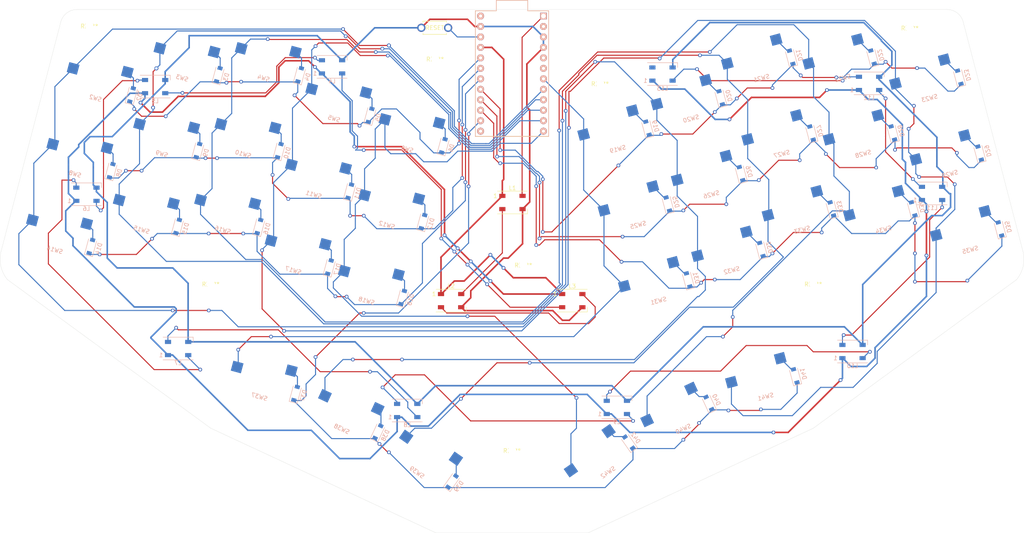
<source format=kicad_pcb>
(kicad_pcb (version 20171130) (host pcbnew "(5.1.9)-1")
  (title_block (title REVIUNG41) (date 2020-01-06) (rev 1.2))
  (layers (0 F.Cu signal) (31 B.Cu signal) (34 B.Paste user) (35 F.Paste user) (36 B.SilkS user) (37 F.SilkS user) (38 B.Mask user) (39 F.Mask user) (44 Edge.Cuts user))
  (net 0 "")
  (net 1 row0)
  (net 2 "Net-(D2-Pad2)")
  (net 3 "Net-(D3-Pad2)")
  (net 4 "Net-(D4-Pad2)")
  (net 5 "Net-(D5-Pad2)")
  (net 6 "Net-(D6-Pad2)")
  (net 7 row1)
  (net 8 "Net-(D8-Pad2)")
  (net 9 "Net-(D9-Pad2)")
  (net 10 "Net-(D10-Pad2)")
  (net 11 "Net-(D11-Pad2)")
  (net 12 "Net-(D12-Pad2)")
  (net 13 row2)
  (net 14 "Net-(D14-Pad2)")
  (net 15 "Net-(D15-Pad2)")
  (net 16 "Net-(D16-Pad2)")
  (net 17 "Net-(D17-Pad2)")
  (net 18 "Net-(D18-Pad2)")
  (net 19 row3)
  (net 20 "Net-(D19-Pad2)")
  (net 21 "Net-(D20-Pad2)")
  (net 22 "Net-(D21-Pad2)")
  (net 23 "Net-(D22-Pad2)")
  (net 24 "Net-(D23-Pad2)")
  (net 25 row4)
  (net 26 "Net-(D25-Pad2)")
  (net 27 "Net-(D26-Pad2)")
  (net 28 "Net-(D27-Pad2)")
  (net 29 "Net-(D28-Pad2)")
  (net 30 "Net-(D29-Pad2)")
  (net 31 row5)
  (net 32 "Net-(D31-Pad2)")
  (net 33 "Net-(D32-Pad2)")
  (net 34 "Net-(D33-Pad2)")
  (net 35 "Net-(D34-Pad2)")
  (net 36 "Net-(D35-Pad2)")
  (net 37 row6)
  (net 38 "Net-(D37-Pad2)")
  (net 39 "Net-(D38-Pad2)")
  (net 40 "Net-(D39-Pad2)")
  (net 41 "Net-(D40-Pad2)")
  (net 42 "Net-(D41-Pad2)")
  (net 43 LED)
  (net 44 VCC)
  (net 45 GND)
  (net 46 col0)
  (net 47 col1)
  (net 48 col2)
  (net 49 col3)
  (net 50 col4)
  (net 51 col5)
  (net 52 reset)
  (net 53 "Net-(L1-Pad2)")
  (net 54 "Net-(L2-Pad2)")
  (net 55 "Net-(L3-Pad2)")
  (net 56 "Net-(L4-Pad2)")
  (net 57 "Net-(L5-Pad2)")
  (net 58 "Net-(L6-Pad2)")
  (net 59 "Net-(L7-Pad2)")
  (net 60 "Net-(L8-Pad2)")
  (net 61 "Net-(L10-Pad4)")
  (net 62 "Net-(L10-Pad2)")
  (net 63 "Net-(D42-Pad2)")
  (net 64 "Net-(L11-Pad2)")
  (net 65 "Net-(U1-Pad2)")
  (net 66 "Net-(U1-Pad5)")
  (net 67 "Net-(U1-Pad6)")
  (net 68 "Net-(U1-Pad13)")
  (net 69 "Net-(U1-Pad24)")
  (net 70 "Net-(L12-Pad2)")
  (net 71 "Net-(L13-Pad2)")
  (module _reviung-kbd:M2_Hole_NPTH_Outside (layer F.Cu) (at 153.25 87.4)
    (fp_text reference REF** (at 0 0.07) (layer F.SilkS))
    (fp_text value M2_Hole_NPTH_Outside)
    (pad "" np_thru_hole circle (at 0 0) (size 2 2) (drill 2) (layers *.Cu *.Mask))
  )
  (module _reviung-kbd:M2_Hole_NPTH_Outside (layer F.Cu) (at 223.52 92)
    (fp_text reference REF** (at 0 0.07) (layer F.SilkS))
    (fp_text value M2_Hole_NPTH_Outside)
    (pad "" np_thru_hole circle (at 0 0) (size 2 2) (drill 2) (layers *.Cu *.Mask))
  )
  (module _reviung-kbd:M2_Hole_NPTH_Outside (layer F.Cu) (at 150.5 132.4)
    (fp_text reference REF** (at 0 0.07) (layer F.SilkS))
    (fp_text value M2_Hole_NPTH_Outside)
    (pad "" np_thru_hole circle (at 0 0) (size 2 2) (drill 2) (layers *.Cu *.Mask))
  )
  (module _reviung-kbd:M2_Hole_NPTH_Outside (layer F.Cu) (at 77.47 92)
    (fp_text reference REF** (at 0 0.07) (layer F.SilkS))
    (fp_text value M2_Hole_NPTH_Outside)
    (pad "" np_thru_hole circle (at 0 0) (size 2 2) (drill 2) (layers *.Cu *.Mask))
  )
  (module _reviung-kbd:M2_Hole_NPTH_Outside (layer F.Cu) (at 171.83 43.4)
    (fp_text reference REF** (at 0 0.07) (layer F.SilkS))
    (fp_text value M2_Hole_NPTH_Outside)
    (pad "" np_thru_hole circle (at 0 0) (size 2 2) (drill 2) (layers *.Cu *.Mask))
  )
  (module _reviung-kbd:M2_Hole_NPTH_Outside (layer F.Cu) (at 131.85 37.41)
    (fp_text reference REF** (at 0 0.07) (layer F.SilkS))
    (fp_text value M2_Hole_NPTH_Outside)
    (pad "" np_thru_hole circle (at 0 0) (size 2 2) (drill 2) (layers *.Cu *.Mask))
  )
  (module _reviung-kbd:M2_Hole_NPTH_Outside (layer F.Cu) (at 48.05 29.41)
    (fp_text reference REF** (at 0 0.07) (layer F.SilkS))
    (fp_text value M2_Hole_NPTH_Outside)
    (pad "" np_thru_hole circle (at 0 0) (size 2 2) (drill 2) (layers *.Cu *.Mask))
  )
  (module _reviung-kbd:M2_Hole_NPTH_Outside (layer F.Cu) (at 246.93 29.9)
    (fp_text reference REF** (at 0 0.07) (layer F.SilkS))
    (fp_text value M2_Hole_NPTH_Outside)
    (pad "" np_thru_hole circle (at 0 0) (size 2 2) (drill 2) (layers *.Cu *.Mask))
  )
  (module LED_SMD:LED_WS2812B_PLCC4_5.0x5.0mm_P3.2mm (layer B.Cu) (at 186.97 41.07)
    (fp_text reference L13 (at 0 3.5) (layer B.SilkS) (effects (justify mirror)))
    (fp_text value WS2812B)
    (fp_text user 1 (at -4.15 1.6) (layer B.SilkS) (effects (justify mirror)))
    (pad 1 smd rect (at -2.45 1.6) (size 1.5 1) (layers B.Cu B.Paste B.Mask) (net 44 VCC))
    (pad 2 smd rect (at -2.45 -1.6) (size 1.5 1) (layers B.Cu B.Paste B.Mask) (net 71 "Net-(L13-Pad2)"))
    (pad 4 smd rect (at 2.45 1.6) (size 1.5 1) (layers B.Cu B.Paste B.Mask) (net 70 "Net-(L12-Pad2)"))
    (pad 3 smd rect (at 2.45 -1.6) (size 1.5 1) (layers B.Cu B.Paste B.Mask) (net 45 GND))
  )
  (module LED_SMD:LED_WS2812B_PLCC4_5.0x5.0mm_P3.2mm (layer B.Cu) (at 237.04 43.33)
    (fp_text reference L12 (at 0 3.5) (layer B.SilkS) (effects (justify mirror)))
    (fp_text value WS2812B)
    (fp_text user 1 (at -4.15 1.6) (layer B.SilkS) (effects (justify mirror)))
    (pad 1 smd rect (at -2.45 1.6) (size 1.5 1) (layers B.Cu B.Paste B.Mask) (net 44 VCC))
    (pad 2 smd rect (at -2.45 -1.6) (size 1.5 1) (layers B.Cu B.Paste B.Mask) (net 70 "Net-(L12-Pad2)"))
    (pad 4 smd rect (at 2.45 1.6) (size 1.5 1) (layers B.Cu B.Paste B.Mask) (net 64 "Net-(L11-Pad2)"))
    (pad 3 smd rect (at 2.45 -1.6) (size 1.5 1) (layers B.Cu B.Paste B.Mask) (net 45 GND))
  )
  (module _reviung-kbd:ProMicro (layer B.Cu) (at 150.495 40.9575 270)
    (fp_text reference U1 hide)
    (fp_text value ProMicro)
    (pad 24 thru_hole circle (at -13.97 7.62 270) (size 1.7 1.7) (drill 0.762) (layers *.Cu *.Mask B.SilkS) (net 69 "Net-(U1-Pad24)"))
    (pad 23 thru_hole circle (at -11.43 7.62 270) (size 1.7 1.7) (drill 0.762) (layers *.Cu *.Mask B.SilkS) (net 45 GND))
    (pad 22 thru_hole circle (at -8.89 7.62 270) (size 1.7 1.7) (drill 0.762) (layers *.Cu *.Mask B.SilkS) (net 52 reset))
    (pad 21 thru_hole circle (at -6.35 7.62 270) (size 1.7 1.7) (drill 0.762) (layers *.Cu *.Mask B.SilkS) (net 44 VCC))
    (pad 20 thru_hole circle (at -3.81 7.62 270) (size 1.7 1.7) (drill 0.762) (layers *.Cu *.Mask B.SilkS) (net 1 row0))
    (pad 19 thru_hole circle (at -1.27 7.62 270) (size 1.7 1.7) (drill 0.762) (layers *.Cu *.Mask B.SilkS) (net 7 row1))
    (pad 18 thru_hole circle (at 1.27 7.62 270) (size 1.7 1.7) (drill 0.762) (layers *.Cu *.Mask B.SilkS) (net 13 row2))
    (pad 17 thru_hole circle (at 3.81 7.62 270) (size 1.7 1.7) (drill 0.762) (layers *.Cu *.Mask B.SilkS) (net 19 row3))
    (pad 16 thru_hole circle (at 6.35 7.62 270) (size 1.7 1.7) (drill 0.762) (layers *.Cu *.Mask B.SilkS) (net 25 row4))
    (pad 15 thru_hole circle (at 8.89 7.62 270) (size 1.7 1.7) (drill 0.762) (layers *.Cu *.Mask B.SilkS) (net 31 row5))
    (pad 14 thru_hole circle (at 11.43 7.62 270) (size 1.7 1.7) (drill 0.762) (layers *.Cu *.Mask B.SilkS) (net 37 row6))
    (pad 13 thru_hole circle (at 13.97 7.62 270) (size 1.7 1.7) (drill 0.762) (layers *.Cu *.Mask B.SilkS) (net 68 "Net-(U1-Pad13)"))
    (pad 12 thru_hole circle (at 13.97 -7.62 270) (size 1.7 1.7) (drill 0.762) (layers *.Cu *.Mask B.SilkS) (net 51 col5))
    (pad 11 thru_hole circle (at 11.43 -7.62 270) (size 1.7 1.7) (drill 0.762) (layers *.Cu *.Mask B.SilkS) (net 50 col4))
    (pad 10 thru_hole circle (at 8.89 -7.62 270) (size 1.7 1.7) (drill 0.762) (layers *.Cu *.Mask B.SilkS) (net 49 col3))
    (pad 9 thru_hole circle (at 6.35 -7.62 270) (size 1.7 1.7) (drill 0.762) (layers *.Cu *.Mask B.SilkS) (net 48 col2))
    (pad 8 thru_hole circle (at 3.81 -7.62 270) (size 1.7 1.7) (drill 0.762) (layers *.Cu *.Mask B.SilkS) (net 47 col1))
    (pad 7 thru_hole circle (at 1.27 -7.62 270) (size 1.7 1.7) (drill 0.762) (layers *.Cu *.Mask B.SilkS) (net 46 col0))
    (pad 6 thru_hole circle (at -1.27 -7.62 270) (size 1.7 1.7) (drill 0.762) (layers *.Cu *.Mask B.SilkS) (net 67 "Net-(U1-Pad6)"))
    (pad 5 thru_hole circle (at -3.81 -7.62 270) (size 1.7 1.7) (drill 0.762) (layers *.Cu *.Mask B.SilkS) (net 66 "Net-(U1-Pad5)"))
    (pad 4 thru_hole circle (at -6.35 -7.62 270) (size 1.7 1.7) (drill 0.762) (layers *.Cu *.Mask B.SilkS) (net 45 GND))
    (pad 3 thru_hole circle (at -8.89 -7.62 270) (size 1.7 1.7) (drill 0.762) (layers *.Cu *.Mask B.SilkS) (net 45 GND))
    (pad 2 thru_hole circle (at -11.43 -7.62 270) (size 1.7 1.7) (drill 0.762) (layers *.Cu *.Mask B.SilkS) (net 65 "Net-(U1-Pad2)"))
    (pad 1 thru_hole rect (at -13.97 -7.62 270) (size 1.6 1.6) (drill 1.1) (layers *.Cu *.Mask B.SilkS) (net 43 LED))
  )
  (module _reviung-kbd:MXOnly-1U-Hotswap (layer F.Cu) (at 172.035243 135.213702 35)
    (fp_text reference SW42)
    (fp_text value SW_PUSH)
    (fp_text user %R (at 0 3.048 35) (layer B.SilkS) (effects (justify mirror)))
    (pad 2 smd rect (at 5.842 -5.08 35) (size 2.55 2.5) (layers B.Cu B.Paste B.Mask) (net 63 "Net-(D42-Pad2)"))
    (pad 1 smd rect (at -7.085 -2.54 35) (size 2.55 2.5) (layers B.Cu B.Paste B.Mask) (net 51 col5))
    (pad "" np_thru_hole circle (at 5.08 0 83.0996) (size 1.75 1.75) (drill 1.75) (layers *.Cu *.Mask))
    (pad "" np_thru_hole circle (at -5.08 0 83.0996) (size 1.75 1.75) (drill 1.75) (layers *.Cu *.Mask))
    (pad "" np_thru_hole circle (at -3.81 -2.54 35) (size 3 3) (drill 3) (layers *.Cu *.Mask))
    (pad "" np_thru_hole circle (at 0 0 35) (size 3.9878 3.9878) (drill 3.9878) (layers *.Cu *.Mask))
    (pad "" np_thru_hole circle (at 2.54 -5.08 35) (size 3 3) (drill 3) (layers *.Cu *.Mask))
  )
  (module _reviung-kbd:MXOnly-1U-Hotswap (layer F.Cu) (at 211.180392 116.435247 15)
    (fp_text reference SW41)
    (fp_text value SW_PUSH)
    (fp_text user %R (at 0 3.048 15) (layer B.SilkS) (effects (justify mirror)))
    (pad 2 smd rect (at 5.842 -5.08 15) (size 2.55 2.5) (layers B.Cu B.Paste B.Mask) (net 42 "Net-(D41-Pad2)"))
    (pad 1 smd rect (at -7.085 -2.54 15) (size 2.55 2.5) (layers B.Cu B.Paste B.Mask) (net 50 col4))
    (pad "" np_thru_hole circle (at 5.08 0 63.0996) (size 1.75 1.75) (drill 1.75) (layers *.Cu *.Mask))
    (pad "" np_thru_hole circle (at -5.08 0 63.0996) (size 1.75 1.75) (drill 1.75) (layers *.Cu *.Mask))
    (pad "" np_thru_hole circle (at -3.81 -2.54 15) (size 3 3) (drill 3) (layers *.Cu *.Mask))
    (pad "" np_thru_hole circle (at 0 0 15) (size 3.9878 3.9878) (drill 3.9878) (layers *.Cu *.Mask))
    (pad "" np_thru_hole circle (at 2.54 -5.08 15) (size 3 3) (drill 3) (layers *.Cu *.Mask))
  )
  (module _reviung-kbd:MXOnly-1U-Hotswap (layer F.Cu) (at 190.732731 124.418703 25)
    (fp_text reference SW40)
    (fp_text value SW_PUSH)
    (fp_text user %R (at 0 3.048 25) (layer B.SilkS) (effects (justify mirror)))
    (pad 2 smd rect (at 5.842 -5.08 25) (size 2.55 2.5) (layers B.Cu B.Paste B.Mask) (net 41 "Net-(D40-Pad2)"))
    (pad 1 smd rect (at -7.085 -2.54 25) (size 2.55 2.5) (layers B.Cu B.Paste B.Mask) (net 49 col3))
    (pad "" np_thru_hole circle (at 5.08 0 73.0996) (size 1.75 1.75) (drill 1.75) (layers *.Cu *.Mask))
    (pad "" np_thru_hole circle (at -5.08 0 73.0996) (size 1.75 1.75) (drill 1.75) (layers *.Cu *.Mask))
    (pad "" np_thru_hole circle (at -3.81 -2.54 25) (size 3 3) (drill 3) (layers *.Cu *.Mask))
    (pad "" np_thru_hole circle (at 0 0 25) (size 3.9878 3.9878) (drill 3.9878) (layers *.Cu *.Mask))
    (pad "" np_thru_hole circle (at 2.54 -5.08 25) (size 3 3) (drill 3) (layers *.Cu *.Mask))
  )
  (module _reviung-kbd:MXOnly-1U-Hotswap (layer F.Cu) (at 129.196353 135.213702 325)
    (fp_text reference SW39)
    (fp_text value SW_PUSH)
    (fp_text user %R (at 0 3.048 145) (layer B.SilkS) (effects (justify mirror)))
    (pad 2 smd rect (at 5.842 -5.08 325) (size 2.55 2.5) (layers B.Cu B.Paste B.Mask) (net 40 "Net-(D39-Pad2)"))
    (pad 1 smd rect (at -7.085 -2.54 325) (size 2.55 2.5) (layers B.Cu B.Paste B.Mask) (net 48 col2))
    (pad "" np_thru_hole circle (at 5.08 0 13.0996) (size 1.75 1.75) (drill 1.75) (layers *.Cu *.Mask))
    (pad "" np_thru_hole circle (at -5.08 0 13.0996) (size 1.75 1.75) (drill 1.75) (layers *.Cu *.Mask))
    (pad "" np_thru_hole circle (at -3.81 -2.54 325) (size 3 3) (drill 3) (layers *.Cu *.Mask))
    (pad "" np_thru_hole circle (at 0 0 325) (size 3.9878 3.9878) (drill 3.9878) (layers *.Cu *.Mask))
    (pad "" np_thru_hole circle (at 2.54 -5.08 325) (size 3 3) (drill 3) (layers *.Cu *.Mask))
  )
  (module _reviung-kbd:MXOnly-1U-Hotswap (layer F.Cu) (at 110.498865 124.418703 335)
    (fp_text reference SW38)
    (fp_text value SW_PUSH)
    (fp_text user %R (at 0 3.048 155) (layer B.SilkS) (effects (justify mirror)))
    (pad 2 smd rect (at 5.842 -5.08 335) (size 2.55 2.5) (layers B.Cu B.Paste B.Mask) (net 39 "Net-(D38-Pad2)"))
    (pad 1 smd rect (at -7.085 -2.54 335) (size 2.55 2.5) (layers B.Cu B.Paste B.Mask) (net 47 col1))
    (pad "" np_thru_hole circle (at 5.08 0 23.0996) (size 1.75 1.75) (drill 1.75) (layers *.Cu *.Mask))
    (pad "" np_thru_hole circle (at -5.08 0 23.0996) (size 1.75 1.75) (drill 1.75) (layers *.Cu *.Mask))
    (pad "" np_thru_hole circle (at -3.81 -2.54 335) (size 3 3) (drill 3) (layers *.Cu *.Mask))
    (pad "" np_thru_hole circle (at 0 0 335) (size 3.9878 3.9878) (drill 3.9878) (layers *.Cu *.Mask))
    (pad "" np_thru_hole circle (at 2.54 -5.08 335) (size 3 3) (drill 3) (layers *.Cu *.Mask))
  )
  (module _reviung-kbd:MXOnly-1U-Hotswap (layer F.Cu) (at 90.051204 116.435247 345)
    (fp_text reference SW37)
    (fp_text value SW_PUSH)
    (fp_text user %R (at 0 3.048 165) (layer B.SilkS) (effects (justify mirror)))
    (pad 2 smd rect (at 5.842 -5.08 345) (size 2.55 2.5) (layers B.Cu B.Paste B.Mask) (net 38 "Net-(D37-Pad2)"))
    (pad 1 smd rect (at -7.085 -2.54 345) (size 2.55 2.5) (layers B.Cu B.Paste B.Mask) (net 46 col0))
    (pad "" np_thru_hole circle (at 5.08 0 33.0996) (size 1.75 1.75) (drill 1.75) (layers *.Cu *.Mask))
    (pad "" np_thru_hole circle (at -5.08 0 33.0996) (size 1.75 1.75) (drill 1.75) (layers *.Cu *.Mask))
    (pad "" np_thru_hole circle (at -3.81 -2.54 345) (size 3 3) (drill 3) (layers *.Cu *.Mask))
    (pad "" np_thru_hole circle (at 0 0 345) (size 3.9878 3.9878) (drill 3.9878) (layers *.Cu *.Mask))
    (pad "" np_thru_hole circle (at 2.54 -5.08 345) (size 3 3) (drill 3) (layers *.Cu *.Mask))
  )
  (module _reviung-kbd:MXOnly-1U-Hotswap (layer F.Cu) (at 260.795146 80.789402 15)
    (fp_text reference SW35)
    (fp_text value SW_PUSH)
    (fp_text user %R (at 0 3.048 15) (layer B.SilkS) (effects (justify mirror)))
    (pad 2 smd rect (at 5.842 -5.08 15) (size 2.55 2.5) (layers B.Cu B.Paste B.Mask) (net 36 "Net-(D35-Pad2)"))
    (pad 1 smd rect (at -7.085 -2.54 15) (size 2.55 2.5) (layers B.Cu B.Paste B.Mask) (net 50 col4))
    (pad "" np_thru_hole circle (at 5.08 0 63.0996) (size 1.75 1.75) (drill 1.75) (layers *.Cu *.Mask))
    (pad "" np_thru_hole circle (at -5.08 0 63.0996) (size 1.75 1.75) (drill 1.75) (layers *.Cu *.Mask))
    (pad "" np_thru_hole circle (at -3.81 -2.54 15) (size 3 3) (drill 3) (layers *.Cu *.Mask))
    (pad "" np_thru_hole circle (at 0 0 15) (size 3.9878 3.9878) (drill 3.9878) (layers *.Cu *.Mask))
    (pad "" np_thru_hole circle (at 2.54 -5.08 15) (size 3 3) (drill 3) (layers *.Cu *.Mask))
  )
  (module _reviung-kbd:MXOnly-1U-Hotswap (layer F.Cu) (at 239.76466 75.906099 15)
    (fp_text reference SW34)
    (fp_text value SW_PUSH)
    (fp_text user %R (at 0 3.048 15) (layer B.SilkS) (effects (justify mirror)))
    (pad 2 smd rect (at 5.842 -5.08 15) (size 2.55 2.5) (layers B.Cu B.Paste B.Mask) (net 35 "Net-(D34-Pad2)"))
    (pad 1 smd rect (at -7.085 -2.54 15) (size 2.55 2.5) (layers B.Cu B.Paste B.Mask) (net 49 col3))
    (pad "" np_thru_hole circle (at 5.08 0 63.0996) (size 1.75 1.75) (drill 1.75) (layers *.Cu *.Mask))
    (pad "" np_thru_hole circle (at -5.08 0 63.0996) (size 1.75 1.75) (drill 1.75) (layers *.Cu *.Mask))
    (pad "" np_thru_hole circle (at -3.81 -2.54 15) (size 3 3) (drill 3) (layers *.Cu *.Mask))
    (pad "" np_thru_hole circle (at 0 0 15) (size 3.9878 3.9878) (drill 3.9878) (layers *.Cu *.Mask))
    (pad "" np_thru_hole circle (at 2.54 -5.08 15) (size 3 3) (drill 3) (layers *.Cu *.Mask))
  )
  (module _reviung-kbd:MXOnly-1U-Hotswap (layer F.Cu) (at 220.048973 75.929698 15)
    (fp_text reference SW33)
    (fp_text value SW_PUSH)
    (fp_text user %R (at 0 3.048 15) (layer B.SilkS) (effects (justify mirror)))
    (pad 2 smd rect (at 5.842 -5.08 15) (size 2.55 2.5) (layers B.Cu B.Paste B.Mask) (net 34 "Net-(D33-Pad2)"))
    (pad 1 smd rect (at -7.085 -2.54 15) (size 2.55 2.5) (layers B.Cu B.Paste B.Mask) (net 48 col2))
    (pad "" np_thru_hole circle (at 5.08 0 63.0996) (size 1.75 1.75) (drill 1.75) (layers *.Cu *.Mask))
    (pad "" np_thru_hole circle (at -5.08 0 63.0996) (size 1.75 1.75) (drill 1.75) (layers *.Cu *.Mask))
    (pad "" np_thru_hole circle (at -3.81 -2.54 15) (size 3 3) (drill 3) (layers *.Cu *.Mask))
    (pad "" np_thru_hole circle (at 0 0 15) (size 3.9878 3.9878) (drill 3.9878) (layers *.Cu *.Mask))
    (pad "" np_thru_hole circle (at 2.54 -5.08 15) (size 3 3) (drill 3) (layers *.Cu *.Mask))
  )
  (module _reviung-kbd:MXOnly-1U-Hotswap (layer F.Cu) (at 202.962888 85.767103 15)
    (fp_text reference SW32)
    (fp_text value SW_PUSH)
    (fp_text user %R (at 0 3.048 15) (layer B.SilkS) (effects (justify mirror)))
    (pad 2 smd rect (at 5.842 -5.08 15) (size 2.55 2.5) (layers B.Cu B.Paste B.Mask) (net 33 "Net-(D32-Pad2)"))
    (pad 1 smd rect (at -7.085 -2.54 15) (size 2.55 2.5) (layers B.Cu B.Paste B.Mask) (net 47 col1))
    (pad "" np_thru_hole circle (at 5.08 0 63.0996) (size 1.75 1.75) (drill 1.75) (layers *.Cu *.Mask))
    (pad "" np_thru_hole circle (at -5.08 0 63.0996) (size 1.75 1.75) (drill 1.75) (layers *.Cu *.Mask))
    (pad "" np_thru_hole circle (at -3.81 -2.54 15) (size 3 3) (drill 3) (layers *.Cu *.Mask))
    (pad "" np_thru_hole circle (at 0 0 15) (size 3.9878 3.9878) (drill 3.9878) (layers *.Cu *.Mask))
    (pad "" np_thru_hole circle (at 2.54 -5.08 15) (size 3 3) (drill 3) (layers *.Cu *.Mask))
  )
  (module _reviung-kbd:MXOnly-1U-Hotswap (layer F.Cu) (at 185.219402 93.151057 15)
    (fp_text reference SW31)
    (fp_text value SW_PUSH)
    (fp_text user %R (at 0 3.048 15) (layer B.SilkS) (effects (justify mirror)))
    (pad 2 smd rect (at 5.842 -5.08 15) (size 2.55 2.5) (layers B.Cu B.Paste B.Mask) (net 32 "Net-(D31-Pad2)"))
    (pad 1 smd rect (at -7.085 -2.54 15) (size 2.55 2.5) (layers B.Cu B.Paste B.Mask) (net 46 col0))
    (pad "" np_thru_hole circle (at 5.08 0 63.0996) (size 1.75 1.75) (drill 1.75) (layers *.Cu *.Mask))
    (pad "" np_thru_hole circle (at -5.08 0 63.0996) (size 1.75 1.75) (drill 1.75) (layers *.Cu *.Mask))
    (pad "" np_thru_hole circle (at -3.81 -2.54 15) (size 3 3) (drill 3) (layers *.Cu *.Mask))
    (pad "" np_thru_hole circle (at 0 0 15) (size 3.9878 3.9878) (drill 3.9878) (layers *.Cu *.Mask))
    (pad "" np_thru_hole circle (at 2.54 -5.08 15) (size 3 3) (drill 3) (layers *.Cu *.Mask))
  )
  (module _reviung-kbd:MXOnly-1U-Hotswap (layer F.Cu) (at 255.864644 62.388516 15)
    (fp_text reference SW29)
    (fp_text value SW_PUSH)
    (fp_text user %R (at 0 3.048 15) (layer B.SilkS) (effects (justify mirror)))
    (pad 2 smd rect (at 5.842 -5.08 15) (size 2.55 2.5) (layers B.Cu B.Paste B.Mask) (net 30 "Net-(D29-Pad2)"))
    (pad 1 smd rect (at -7.085 -2.54 15) (size 2.55 2.5) (layers B.Cu B.Paste B.Mask) (net 50 col4))
    (pad "" np_thru_hole circle (at 5.08 0 63.0996) (size 1.75 1.75) (drill 1.75) (layers *.Cu *.Mask))
    (pad "" np_thru_hole circle (at -5.08 0 63.0996) (size 1.75 1.75) (drill 1.75) (layers *.Cu *.Mask))
    (pad "" np_thru_hole circle (at -3.81 -2.54 15) (size 3 3) (drill 3) (layers *.Cu *.Mask))
    (pad "" np_thru_hole circle (at 0 0 15) (size 3.9878 3.9878) (drill 3.9878) (layers *.Cu *.Mask))
    (pad "" np_thru_hole circle (at 2.54 -5.08 15) (size 3 3) (drill 3) (layers *.Cu *.Mask))
  )
  (module _reviung-kbd:MXOnly-1U-Hotswap (layer F.Cu) (at 234.834158 57.505213 15)
    (fp_text reference SW28)
    (fp_text value SW_PUSH)
    (fp_text user %R (at 0 3.048 15) (layer B.SilkS) (effects (justify mirror)))
    (pad 2 smd rect (at 5.842 -5.08 15) (size 2.55 2.5) (layers B.Cu B.Paste B.Mask) (net 29 "Net-(D28-Pad2)"))
    (pad 1 smd rect (at -7.085 -2.54 15) (size 2.55 2.5) (layers B.Cu B.Paste B.Mask) (net 49 col3))
    (pad "" np_thru_hole circle (at 5.08 0 63.0996) (size 1.75 1.75) (drill 1.75) (layers *.Cu *.Mask))
    (pad "" np_thru_hole circle (at -5.08 0 63.0996) (size 1.75 1.75) (drill 1.75) (layers *.Cu *.Mask))
    (pad "" np_thru_hole circle (at -3.81 -2.54 15) (size 3 3) (drill 3) (layers *.Cu *.Mask))
    (pad "" np_thru_hole circle (at 0 0 15) (size 3.9878 3.9878) (drill 3.9878) (layers *.Cu *.Mask))
    (pad "" np_thru_hole circle (at 2.54 -5.08 15) (size 3 3) (drill 3) (layers *.Cu *.Mask))
  )
  (module _reviung-kbd:MXOnly-1U-Hotswap (layer F.Cu) (at 215.118471 57.528812 15)
    (fp_text reference SW27)
    (fp_text value SW_PUSH)
    (fp_text user %R (at 0 3.048 15) (layer B.SilkS) (effects (justify mirror)))
    (pad 2 smd rect (at 5.842 -5.08 15) (size 2.55 2.5) (layers B.Cu B.Paste B.Mask) (net 28 "Net-(D27-Pad2)"))
    (pad 1 smd rect (at -7.085 -2.54 15) (size 2.55 2.5) (layers B.Cu B.Paste B.Mask) (net 48 col2))
    (pad "" np_thru_hole circle (at 5.08 0 63.0996) (size 1.75 1.75) (drill 1.75) (layers *.Cu *.Mask))
    (pad "" np_thru_hole circle (at -5.08 0 63.0996) (size 1.75 1.75) (drill 1.75) (layers *.Cu *.Mask))
    (pad "" np_thru_hole circle (at -3.81 -2.54 15) (size 3 3) (drill 3) (layers *.Cu *.Mask))
    (pad "" np_thru_hole circle (at 0 0 15) (size 3.9878 3.9878) (drill 3.9878) (layers *.Cu *.Mask))
    (pad "" np_thru_hole circle (at 2.54 -5.08 15) (size 3 3) (drill 3) (layers *.Cu *.Mask))
  )
  (module _reviung-kbd:MXOnly-1U-Hotswap (layer F.Cu) (at 198.032386 67.366217 15)
    (fp_text reference SW26)
    (fp_text value SW_PUSH)
    (fp_text user %R (at 0 3.048 15) (layer B.SilkS) (effects (justify mirror)))
    (pad 2 smd rect (at 5.842 -5.08 15) (size 2.55 2.5) (layers B.Cu B.Paste B.Mask) (net 27 "Net-(D26-Pad2)"))
    (pad 1 smd rect (at -7.085 -2.54 15) (size 2.55 2.5) (layers B.Cu B.Paste B.Mask) (net 47 col1))
    (pad "" np_thru_hole circle (at 5.08 0 63.0996) (size 1.75 1.75) (drill 1.75) (layers *.Cu *.Mask))
    (pad "" np_thru_hole circle (at -5.08 0 63.0996) (size 1.75 1.75) (drill 1.75) (layers *.Cu *.Mask))
    (pad "" np_thru_hole circle (at -3.81 -2.54 15) (size 3 3) (drill 3) (layers *.Cu *.Mask))
    (pad "" np_thru_hole circle (at 0 0 15) (size 3.9878 3.9878) (drill 3.9878) (layers *.Cu *.Mask))
    (pad "" np_thru_hole circle (at 2.54 -5.08 15) (size 3 3) (drill 3) (layers *.Cu *.Mask))
  )
  (module _reviung-kbd:MXOnly-1U-Hotswap (layer F.Cu) (at 180.2889 74.750171 15)
    (fp_text reference SW25)
    (fp_text value SW_PUSH)
    (fp_text user %R (at 0 3.048 15) (layer B.SilkS) (effects (justify mirror)))
    (pad 2 smd rect (at 5.842 -5.08 15) (size 2.55 2.5) (layers B.Cu B.Paste B.Mask) (net 26 "Net-(D25-Pad2)"))
    (pad 1 smd rect (at -7.085 -2.54 15) (size 2.55 2.5) (layers B.Cu B.Paste B.Mask) (net 46 col0))
    (pad "" np_thru_hole circle (at 5.08 0 63.0996) (size 1.75 1.75) (drill 1.75) (layers *.Cu *.Mask))
    (pad "" np_thru_hole circle (at -5.08 0 63.0996) (size 1.75 1.75) (drill 1.75) (layers *.Cu *.Mask))
    (pad "" np_thru_hole circle (at -3.81 -2.54 15) (size 3 3) (drill 3) (layers *.Cu *.Mask))
    (pad "" np_thru_hole circle (at 0 0 15) (size 3.9878 3.9878) (drill 3.9878) (layers *.Cu *.Mask))
    (pad "" np_thru_hole circle (at 2.54 -5.08 15) (size 3 3) (drill 3) (layers *.Cu *.Mask))
  )
  (module _reviung-kbd:MXOnly-1U-Hotswap (layer F.Cu) (at 250.934142 43.98763 15)
    (fp_text reference SW23)
    (fp_text value SW_PUSH)
    (fp_text user %R (at 0 3.048 15) (layer B.SilkS) (effects (justify mirror)))
    (pad 2 smd rect (at 5.842 -5.08 15) (size 2.55 2.5) (layers B.Cu B.Paste B.Mask) (net 24 "Net-(D23-Pad2)"))
    (pad 1 smd rect (at -7.085 -2.54 15) (size 2.55 2.5) (layers B.Cu B.Paste B.Mask) (net 50 col4))
    (pad "" np_thru_hole circle (at 5.08 0 63.0996) (size 1.75 1.75) (drill 1.75) (layers *.Cu *.Mask))
    (pad "" np_thru_hole circle (at -5.08 0 63.0996) (size 1.75 1.75) (drill 1.75) (layers *.Cu *.Mask))
    (pad "" np_thru_hole circle (at -3.81 -2.54 15) (size 3 3) (drill 3) (layers *.Cu *.Mask))
    (pad "" np_thru_hole circle (at 0 0 15) (size 3.9878 3.9878) (drill 3.9878) (layers *.Cu *.Mask))
    (pad "" np_thru_hole circle (at 2.54 -5.08 15) (size 3 3) (drill 3) (layers *.Cu *.Mask))
  )
  (module _reviung-kbd:MXOnly-1U-Hotswap (layer F.Cu) (at 229.903656 39.104327 15)
    (fp_text reference SW22)
    (fp_text value SW_PUSH)
    (fp_text user %R (at 0 3.048 15) (layer B.SilkS) (effects (justify mirror)))
    (pad 2 smd rect (at 5.842 -5.08 15) (size 2.55 2.5) (layers B.Cu B.Paste B.Mask) (net 23 "Net-(D22-Pad2)"))
    (pad 1 smd rect (at -7.085 -2.54 15) (size 2.55 2.5) (layers B.Cu B.Paste B.Mask) (net 49 col3))
    (pad "" np_thru_hole circle (at 5.08 0 63.0996) (size 1.75 1.75) (drill 1.75) (layers *.Cu *.Mask))
    (pad "" np_thru_hole circle (at -5.08 0 63.0996) (size 1.75 1.75) (drill 1.75) (layers *.Cu *.Mask))
    (pad "" np_thru_hole circle (at -3.81 -2.54 15) (size 3 3) (drill 3) (layers *.Cu *.Mask))
    (pad "" np_thru_hole circle (at 0 0 15) (size 3.9878 3.9878) (drill 3.9878) (layers *.Cu *.Mask))
    (pad "" np_thru_hole circle (at 2.54 -5.08 15) (size 3 3) (drill 3) (layers *.Cu *.Mask))
  )
  (module _reviung-kbd:MXOnly-1U-Hotswap (layer F.Cu) (at 210.187969 39.127926 15)
    (fp_text reference SW21)
    (fp_text value SW_PUSH)
    (fp_text user %R (at 0 3.048 15) (layer B.SilkS) (effects (justify mirror)))
    (pad 2 smd rect (at 5.842 -5.08 15) (size 2.55 2.5) (layers B.Cu B.Paste B.Mask) (net 22 "Net-(D21-Pad2)"))
    (pad 1 smd rect (at -7.085 -2.54 15) (size 2.55 2.5) (layers B.Cu B.Paste B.Mask) (net 48 col2))
    (pad "" np_thru_hole circle (at 5.08 0 63.0996) (size 1.75 1.75) (drill 1.75) (layers *.Cu *.Mask))
    (pad "" np_thru_hole circle (at -5.08 0 63.0996) (size 1.75 1.75) (drill 1.75) (layers *.Cu *.Mask))
    (pad "" np_thru_hole circle (at -3.81 -2.54 15) (size 3 3) (drill 3) (layers *.Cu *.Mask))
    (pad "" np_thru_hole circle (at 0 0 15) (size 3.9878 3.9878) (drill 3.9878) (layers *.Cu *.Mask))
    (pad "" np_thru_hole circle (at 2.54 -5.08 15) (size 3 3) (drill 3) (layers *.Cu *.Mask))
  )
  (module _reviung-kbd:MXOnly-1U-Hotswap (layer F.Cu) (at 193.101884 48.965331 15)
    (fp_text reference SW20)
    (fp_text value SW_PUSH)
    (fp_text user %R (at 0 3.048 15) (layer B.SilkS) (effects (justify mirror)))
    (pad 2 smd rect (at 5.842 -5.08 15) (size 2.55 2.5) (layers B.Cu B.Paste B.Mask) (net 21 "Net-(D20-Pad2)"))
    (pad 1 smd rect (at -7.085 -2.54 15) (size 2.55 2.5) (layers B.Cu B.Paste B.Mask) (net 47 col1))
    (pad "" np_thru_hole circle (at 5.08 0 63.0996) (size 1.75 1.75) (drill 1.75) (layers *.Cu *.Mask))
    (pad "" np_thru_hole circle (at -5.08 0 63.0996) (size 1.75 1.75) (drill 1.75) (layers *.Cu *.Mask))
    (pad "" np_thru_hole circle (at -3.81 -2.54 15) (size 3 3) (drill 3) (layers *.Cu *.Mask))
    (pad "" np_thru_hole circle (at 0 0 15) (size 3.9878 3.9878) (drill 3.9878) (layers *.Cu *.Mask))
    (pad "" np_thru_hole circle (at 2.54 -5.08 15) (size 3 3) (drill 3) (layers *.Cu *.Mask))
  )
  (module _reviung-kbd:MXOnly-1U-Hotswap (layer F.Cu) (at 175.358398 56.349285 15)
    (fp_text reference SW19)
    (fp_text value SW_PUSH)
    (fp_text user %R (at 0 3.048 15) (layer B.SilkS) (effects (justify mirror)))
    (pad 2 smd rect (at 5.842 -5.08 15) (size 2.55 2.5) (layers B.Cu B.Paste B.Mask) (net 20 "Net-(D19-Pad2)"))
    (pad 1 smd rect (at -7.085 -2.54 15) (size 2.55 2.5) (layers B.Cu B.Paste B.Mask) (net 46 col0))
    (pad "" np_thru_hole circle (at 5.08 0 63.0996) (size 1.75 1.75) (drill 1.75) (layers *.Cu *.Mask))
    (pad "" np_thru_hole circle (at -5.08 0 63.0996) (size 1.75 1.75) (drill 1.75) (layers *.Cu *.Mask))
    (pad "" np_thru_hole circle (at -3.81 -2.54 15) (size 3 3) (drill 3) (layers *.Cu *.Mask))
    (pad "" np_thru_hole circle (at 0 0 15) (size 3.9878 3.9878) (drill 3.9878) (layers *.Cu *.Mask))
    (pad "" np_thru_hole circle (at 2.54 -5.08 15) (size 3 3) (drill 3) (layers *.Cu *.Mask))
  )
  (module _reviung-kbd:MXOnly-1U-Hotswap (layer F.Cu) (at 116.012194 93.151057 345)
    (fp_text reference SW18)
    (fp_text value SW_PUSH)
    (fp_text user %R (at 0 3.048 165) (layer B.SilkS) (effects (justify mirror)))
    (pad 2 smd rect (at 5.842 -5.08 345) (size 2.55 2.5) (layers B.Cu B.Paste B.Mask) (net 18 "Net-(D18-Pad2)"))
    (pad 1 smd rect (at -7.085 -2.54 345) (size 2.55 2.5) (layers B.Cu B.Paste B.Mask) (net 51 col5))
    (pad "" np_thru_hole circle (at 5.08 0 33.0996) (size 1.75 1.75) (drill 1.75) (layers *.Cu *.Mask))
    (pad "" np_thru_hole circle (at -5.08 0 33.0996) (size 1.75 1.75) (drill 1.75) (layers *.Cu *.Mask))
    (pad "" np_thru_hole circle (at -3.81 -2.54 345) (size 3 3) (drill 3) (layers *.Cu *.Mask))
    (pad "" np_thru_hole circle (at 0 0 345) (size 3.9878 3.9878) (drill 3.9878) (layers *.Cu *.Mask))
    (pad "" np_thru_hole circle (at 2.54 -5.08 345) (size 3 3) (drill 3) (layers *.Cu *.Mask))
  )
  (module _reviung-kbd:MXOnly-1U-Hotswap (layer F.Cu) (at 98.268708 85.767103 345)
    (fp_text reference SW17)
    (fp_text value SW_PUSH)
    (fp_text user %R (at 0 3.048 165) (layer B.SilkS) (effects (justify mirror)))
    (pad 2 smd rect (at 5.842 -5.08 345) (size 2.55 2.5) (layers B.Cu B.Paste B.Mask) (net 17 "Net-(D17-Pad2)"))
    (pad 1 smd rect (at -7.085 -2.54 345) (size 2.55 2.5) (layers B.Cu B.Paste B.Mask) (net 50 col4))
    (pad "" np_thru_hole circle (at 5.08 0 33.0996) (size 1.75 1.75) (drill 1.75) (layers *.Cu *.Mask))
    (pad "" np_thru_hole circle (at -5.08 0 33.0996) (size 1.75 1.75) (drill 1.75) (layers *.Cu *.Mask))
    (pad "" np_thru_hole circle (at -3.81 -2.54 345) (size 3 3) (drill 3) (layers *.Cu *.Mask))
    (pad "" np_thru_hole circle (at 0 0 345) (size 3.9878 3.9878) (drill 3.9878) (layers *.Cu *.Mask))
    (pad "" np_thru_hole circle (at 2.54 -5.08 345) (size 3 3) (drill 3) (layers *.Cu *.Mask))
  )
  (module _reviung-kbd:MXOnly-1U-Hotswap (layer F.Cu) (at 81.182623 75.929698 345)
    (fp_text reference SW16)
    (fp_text value SW_PUSH)
    (fp_text user %R (at 0 3.048 165) (layer B.SilkS) (effects (justify mirror)))
    (pad 2 smd rect (at 5.842 -5.08 345) (size 2.55 2.5) (layers B.Cu B.Paste B.Mask) (net 16 "Net-(D16-Pad2)"))
    (pad 1 smd rect (at -7.085 -2.54 345) (size 2.55 2.5) (layers B.Cu B.Paste B.Mask) (net 49 col3))
    (pad "" np_thru_hole circle (at 5.08 0 33.0996) (size 1.75 1.75) (drill 1.75) (layers *.Cu *.Mask))
    (pad "" np_thru_hole circle (at -5.08 0 33.0996) (size 1.75 1.75) (drill 1.75) (layers *.Cu *.Mask))
    (pad "" np_thru_hole circle (at -3.81 -2.54 345) (size 3 3) (drill 3) (layers *.Cu *.Mask))
    (pad "" np_thru_hole circle (at 0 0 345) (size 3.9878 3.9878) (drill 3.9878) (layers *.Cu *.Mask))
    (pad "" np_thru_hole circle (at 2.54 -5.08 345) (size 3 3) (drill 3) (layers *.Cu *.Mask))
  )
  (module _reviung-kbd:MXOnly-1U-Hotswap (layer F.Cu) (at 61.466936 75.906099 345)
    (fp_text reference SW15)
    (fp_text value SW_PUSH)
    (fp_text user %R (at 0 3.048 165) (layer B.SilkS) (effects (justify mirror)))
    (pad 2 smd rect (at 5.842 -5.08 345) (size 2.55 2.5) (layers B.Cu B.Paste B.Mask) (net 15 "Net-(D15-Pad2)"))
    (pad 1 smd rect (at -7.085 -2.54 345) (size 2.55 2.5) (layers B.Cu B.Paste B.Mask) (net 48 col2))
    (pad "" np_thru_hole circle (at 5.08 0 33.0996) (size 1.75 1.75) (drill 1.75) (layers *.Cu *.Mask))
    (pad "" np_thru_hole circle (at -5.08 0 33.0996) (size 1.75 1.75) (drill 1.75) (layers *.Cu *.Mask))
    (pad "" np_thru_hole circle (at -3.81 -2.54 345) (size 3 3) (drill 3) (layers *.Cu *.Mask))
    (pad "" np_thru_hole circle (at 0 0 345) (size 3.9878 3.9878) (drill 3.9878) (layers *.Cu *.Mask))
    (pad "" np_thru_hole circle (at 2.54 -5.08 345) (size 3 3) (drill 3) (layers *.Cu *.Mask))
  )
  (module _reviung-kbd:MXOnly-1U-Hotswap (layer F.Cu) (at 40.43645 80.789403 345)
    (fp_text reference SW14)
    (fp_text value SW_PUSH)
    (fp_text user %R (at 0 3.048 165) (layer B.SilkS) (effects (justify mirror)))
    (pad 2 smd rect (at 5.842 -5.08 345) (size 2.55 2.5) (layers B.Cu B.Paste B.Mask) (net 14 "Net-(D14-Pad2)"))
    (pad 1 smd rect (at -7.085 -2.54 345) (size 2.55 2.5) (layers B.Cu B.Paste B.Mask) (net 47 col1))
    (pad "" np_thru_hole circle (at 5.08 0 33.0996) (size 1.75 1.75) (drill 1.75) (layers *.Cu *.Mask))
    (pad "" np_thru_hole circle (at -5.08 0 33.0996) (size 1.75 1.75) (drill 1.75) (layers *.Cu *.Mask))
    (pad "" np_thru_hole circle (at -3.81 -2.54 345) (size 3 3) (drill 3) (layers *.Cu *.Mask))
    (pad "" np_thru_hole circle (at 0 0 345) (size 3.9878 3.9878) (drill 3.9878) (layers *.Cu *.Mask))
    (pad "" np_thru_hole circle (at 2.54 -5.08 345) (size 3 3) (drill 3) (layers *.Cu *.Mask))
  )
  (module _reviung-kbd:MXOnly-1U-Hotswap (layer F.Cu) (at 120.942696 74.750171 345)
    (fp_text reference SW12)
    (fp_text value SW_PUSH)
    (fp_text user %R (at 0 3.048 165) (layer B.SilkS) (effects (justify mirror)))
    (pad 2 smd rect (at 5.842 -5.08 345) (size 2.55 2.5) (layers B.Cu B.Paste B.Mask) (net 12 "Net-(D12-Pad2)"))
    (pad 1 smd rect (at -7.085 -2.54 345) (size 2.55 2.5) (layers B.Cu B.Paste B.Mask) (net 51 col5))
    (pad "" np_thru_hole circle (at 5.08 0 33.0996) (size 1.75 1.75) (drill 1.75) (layers *.Cu *.Mask))
    (pad "" np_thru_hole circle (at -5.08 0 33.0996) (size 1.75 1.75) (drill 1.75) (layers *.Cu *.Mask))
    (pad "" np_thru_hole circle (at -3.81 -2.54 345) (size 3 3) (drill 3) (layers *.Cu *.Mask))
    (pad "" np_thru_hole circle (at 0 0 345) (size 3.9878 3.9878) (drill 3.9878) (layers *.Cu *.Mask))
    (pad "" np_thru_hole circle (at 2.54 -5.08 345) (size 3 3) (drill 3) (layers *.Cu *.Mask))
  )
  (module _reviung-kbd:MXOnly-1U-Hotswap (layer F.Cu) (at 103.19921 67.366217 345)
    (fp_text reference SW11)
    (fp_text value SW_PUSH)
    (fp_text user %R (at 0 3.048 165) (layer B.SilkS) (effects (justify mirror)))
    (pad 2 smd rect (at 5.842 -5.08 345) (size 2.55 2.5) (layers B.Cu B.Paste B.Mask) (net 11 "Net-(D11-Pad2)"))
    (pad 1 smd rect (at -7.085 -2.54 345) (size 2.55 2.5) (layers B.Cu B.Paste B.Mask) (net 50 col4))
    (pad "" np_thru_hole circle (at 5.08 0 33.0996) (size 1.75 1.75) (drill 1.75) (layers *.Cu *.Mask))
    (pad "" np_thru_hole circle (at -5.08 0 33.0996) (size 1.75 1.75) (drill 1.75) (layers *.Cu *.Mask))
    (pad "" np_thru_hole circle (at -3.81 -2.54 345) (size 3 3) (drill 3) (layers *.Cu *.Mask))
    (pad "" np_thru_hole circle (at 0 0 345) (size 3.9878 3.9878) (drill 3.9878) (layers *.Cu *.Mask))
    (pad "" np_thru_hole circle (at 2.54 -5.08 345) (size 3 3) (drill 3) (layers *.Cu *.Mask))
  )
  (module _reviung-kbd:MXOnly-1U-Hotswap (layer F.Cu) (at 86.113125 57.528812 345)
    (fp_text reference SW10)
    (fp_text value SW_PUSH)
    (fp_text user %R (at 0 3.048 165) (layer B.SilkS) (effects (justify mirror)))
    (pad 2 smd rect (at 5.842 -5.08 345) (size 2.55 2.5) (layers B.Cu B.Paste B.Mask) (net 10 "Net-(D10-Pad2)"))
    (pad 1 smd rect (at -7.085 -2.54 345) (size 2.55 2.5) (layers B.Cu B.Paste B.Mask) (net 49 col3))
    (pad "" np_thru_hole circle (at 5.08 0 33.0996) (size 1.75 1.75) (drill 1.75) (layers *.Cu *.Mask))
    (pad "" np_thru_hole circle (at -5.08 0 33.0996) (size 1.75 1.75) (drill 1.75) (layers *.Cu *.Mask))
    (pad "" np_thru_hole circle (at -3.81 -2.54 345) (size 3 3) (drill 3) (layers *.Cu *.Mask))
    (pad "" np_thru_hole circle (at 0 0 345) (size 3.9878 3.9878) (drill 3.9878) (layers *.Cu *.Mask))
    (pad "" np_thru_hole circle (at 2.54 -5.08 345) (size 3 3) (drill 3) (layers *.Cu *.Mask))
  )
  (module _reviung-kbd:MXOnly-1U-Hotswap (layer F.Cu) (at 66.397438 57.505213 345)
    (fp_text reference SW9)
    (fp_text value SW_PUSH)
    (fp_text user %R (at 0 3.048 165) (layer B.SilkS) (effects (justify mirror)))
    (pad 2 smd rect (at 5.842 -5.08 345) (size 2.55 2.5) (layers B.Cu B.Paste B.Mask) (net 9 "Net-(D9-Pad2)"))
    (pad 1 smd rect (at -7.085 -2.54 345) (size 2.55 2.5) (layers B.Cu B.Paste B.Mask) (net 48 col2))
    (pad "" np_thru_hole circle (at 5.08 0 33.0996) (size 1.75 1.75) (drill 1.75) (layers *.Cu *.Mask))
    (pad "" np_thru_hole circle (at -5.08 0 33.0996) (size 1.75 1.75) (drill 1.75) (layers *.Cu *.Mask))
    (pad "" np_thru_hole circle (at -3.81 -2.54 345) (size 3 3) (drill 3) (layers *.Cu *.Mask))
    (pad "" np_thru_hole circle (at 0 0 345) (size 3.9878 3.9878) (drill 3.9878) (layers *.Cu *.Mask))
    (pad "" np_thru_hole circle (at 2.54 -5.08 345) (size 3 3) (drill 3) (layers *.Cu *.Mask))
  )
  (module _reviung-kbd:MXOnly-1U-Hotswap (layer F.Cu) (at 45.366952 62.388517 345)
    (fp_text reference SW8)
    (fp_text value SW_PUSH)
    (fp_text user %R (at 0 3.048 165) (layer B.SilkS) (effects (justify mirror)))
    (pad 2 smd rect (at 5.842 -5.08 345) (size 2.55 2.5) (layers B.Cu B.Paste B.Mask) (net 8 "Net-(D8-Pad2)"))
    (pad 1 smd rect (at -7.085 -2.54 345) (size 2.55 2.5) (layers B.Cu B.Paste B.Mask) (net 47 col1))
    (pad "" np_thru_hole circle (at 5.08 0 33.0996) (size 1.75 1.75) (drill 1.75) (layers *.Cu *.Mask))
    (pad "" np_thru_hole circle (at -5.08 0 33.0996) (size 1.75 1.75) (drill 1.75) (layers *.Cu *.Mask))
    (pad "" np_thru_hole circle (at -3.81 -2.54 345) (size 3 3) (drill 3) (layers *.Cu *.Mask))
    (pad "" np_thru_hole circle (at 0 0 345) (size 3.9878 3.9878) (drill 3.9878) (layers *.Cu *.Mask))
    (pad "" np_thru_hole circle (at 2.54 -5.08 345) (size 3 3) (drill 3) (layers *.Cu *.Mask))
  )
  (module _reviung-kbd:MXOnly-1U-Hotswap (layer F.Cu) (at 125.873198 56.349285 345)
    (fp_text reference SW6)
    (fp_text value SW_PUSH)
    (fp_text user %R (at 0 3.048 165) (layer B.SilkS) (effects (justify mirror)))
    (pad 2 smd rect (at 5.842 -5.08 345) (size 2.55 2.5) (layers B.Cu B.Paste B.Mask) (net 6 "Net-(D6-Pad2)"))
    (pad 1 smd rect (at -7.085 -2.54 345) (size 2.55 2.5) (layers B.Cu B.Paste B.Mask) (net 51 col5))
    (pad "" np_thru_hole circle (at 5.08 0 33.0996) (size 1.75 1.75) (drill 1.75) (layers *.Cu *.Mask))
    (pad "" np_thru_hole circle (at -5.08 0 33.0996) (size 1.75 1.75) (drill 1.75) (layers *.Cu *.Mask))
    (pad "" np_thru_hole circle (at -3.81 -2.54 345) (size 3 3) (drill 3) (layers *.Cu *.Mask))
    (pad "" np_thru_hole circle (at 0 0 345) (size 3.9878 3.9878) (drill 3.9878) (layers *.Cu *.Mask))
    (pad "" np_thru_hole circle (at 2.54 -5.08 345) (size 3 3) (drill 3) (layers *.Cu *.Mask))
  )
  (module _reviung-kbd:MXOnly-1U-Hotswap (layer F.Cu) (at 108.129712 48.965331 345)
    (fp_text reference SW5)
    (fp_text value SW_PUSH)
    (fp_text user %R (at 0 3.048 165) (layer B.SilkS) (effects (justify mirror)))
    (pad 2 smd rect (at 5.842 -5.08 345) (size 2.55 2.5) (layers B.Cu B.Paste B.Mask) (net 5 "Net-(D5-Pad2)"))
    (pad 1 smd rect (at -7.085 -2.54 345) (size 2.55 2.5) (layers B.Cu B.Paste B.Mask) (net 50 col4))
    (pad "" np_thru_hole circle (at 5.08 0 33.0996) (size 1.75 1.75) (drill 1.75) (layers *.Cu *.Mask))
    (pad "" np_thru_hole circle (at -5.08 0 33.0996) (size 1.75 1.75) (drill 1.75) (layers *.Cu *.Mask))
    (pad "" np_thru_hole circle (at -3.81 -2.54 345) (size 3 3) (drill 3) (layers *.Cu *.Mask))
    (pad "" np_thru_hole circle (at 0 0 345) (size 3.9878 3.9878) (drill 3.9878) (layers *.Cu *.Mask))
    (pad "" np_thru_hole circle (at 2.54 -5.08 345) (size 3 3) (drill 3) (layers *.Cu *.Mask))
  )
  (module _reviung-kbd:MXOnly-1U-Hotswap (layer F.Cu) (at 91.043627 39.127926 345)
    (fp_text reference SW4)
    (fp_text value SW_PUSH)
    (fp_text user %R (at 0 3.048 165) (layer B.SilkS) (effects (justify mirror)))
    (pad 2 smd rect (at 5.842 -5.08 345) (size 2.55 2.5) (layers B.Cu B.Paste B.Mask) (net 4 "Net-(D4-Pad2)"))
    (pad 1 smd rect (at -7.085 -2.54 345) (size 2.55 2.5) (layers B.Cu B.Paste B.Mask) (net 49 col3))
    (pad "" np_thru_hole circle (at 5.08 0 33.0996) (size 1.75 1.75) (drill 1.75) (layers *.Cu *.Mask))
    (pad "" np_thru_hole circle (at -5.08 0 33.0996) (size 1.75 1.75) (drill 1.75) (layers *.Cu *.Mask))
    (pad "" np_thru_hole circle (at -3.81 -2.54 345) (size 3 3) (drill 3) (layers *.Cu *.Mask))
    (pad "" np_thru_hole circle (at 0 0 345) (size 3.9878 3.9878) (drill 3.9878) (layers *.Cu *.Mask))
    (pad "" np_thru_hole circle (at 2.54 -5.08 345) (size 3 3) (drill 3) (layers *.Cu *.Mask))
  )
  (module _reviung-kbd:MXOnly-1U-Hotswap (layer F.Cu) (at 71.32794 39.104327 345)
    (fp_text reference SW3)
    (fp_text value SW_PUSH)
    (fp_text user %R (at 0 3.048 165) (layer B.SilkS) (effects (justify mirror)))
    (pad 2 smd rect (at 5.842 -5.08 345) (size 2.55 2.5) (layers B.Cu B.Paste B.Mask) (net 3 "Net-(D3-Pad2)"))
    (pad 1 smd rect (at -7.085 -2.54 345) (size 2.55 2.5) (layers B.Cu B.Paste B.Mask) (net 48 col2))
    (pad "" np_thru_hole circle (at 5.08 0 33.0996) (size 1.75 1.75) (drill 1.75) (layers *.Cu *.Mask))
    (pad "" np_thru_hole circle (at -5.08 0 33.0996) (size 1.75 1.75) (drill 1.75) (layers *.Cu *.Mask))
    (pad "" np_thru_hole circle (at -3.81 -2.54 345) (size 3 3) (drill 3) (layers *.Cu *.Mask))
    (pad "" np_thru_hole circle (at 0 0 345) (size 3.9878 3.9878) (drill 3.9878) (layers *.Cu *.Mask))
    (pad "" np_thru_hole circle (at 2.54 -5.08 345) (size 3 3) (drill 3) (layers *.Cu *.Mask))
  )
  (module _reviung-kbd:MXOnly-1U-Hotswap (layer F.Cu) (at 50.297454 43.987631 345)
    (fp_text reference SW2)
    (fp_text value SW_PUSH)
    (fp_text user %R (at 0 3.048 165) (layer B.SilkS) (effects (justify mirror)))
    (pad 2 smd rect (at 5.842 -5.08 345) (size 2.55 2.5) (layers B.Cu B.Paste B.Mask) (net 2 "Net-(D2-Pad2)"))
    (pad 1 smd rect (at -7.085 -2.54 345) (size 2.55 2.5) (layers B.Cu B.Paste B.Mask) (net 47 col1))
    (pad "" np_thru_hole circle (at 5.08 0 33.0996) (size 1.75 1.75) (drill 1.75) (layers *.Cu *.Mask))
    (pad "" np_thru_hole circle (at -5.08 0 33.0996) (size 1.75 1.75) (drill 1.75) (layers *.Cu *.Mask))
    (pad "" np_thru_hole circle (at -3.81 -2.54 345) (size 3 3) (drill 3) (layers *.Cu *.Mask))
    (pad "" np_thru_hole circle (at 0 0 345) (size 3.9878 3.9878) (drill 3.9878) (layers *.Cu *.Mask))
    (pad "" np_thru_hole circle (at 2.54 -5.08 345) (size 3 3) (drill 3) (layers *.Cu *.Mask))
  )
  (module _reviung-kbd:ResetSW_1side (layer F.Cu) (at 131.7625 29.845)
    (fp_text reference RESET1 hide)
    (fp_text value SW_PUSH)
    (fp_text user RESET (at 0 0) (layer F.SilkS))
    (pad 2 thru_hole circle (at -3.25 0) (size 2 2) (drill 1.3) (layers *.Cu B.Mask) (net 45 GND))
    (pad 1 thru_hole circle (at 3.25 0) (size 2 2) (drill 1.3) (layers *.Cu B.Mask) (net 52 reset))
  )
  (module Diode_SMD:D_SOD-123 (layer B.Cu) (at 58.271171 46.124182 75)
    (fp_text reference D2 (at 0 2 255) (layer B.SilkS) (effects (justify mirror)))
    (fp_text value 1N4148W)
    (pad 2 smd rect (at 1.65 0 75) (size 0.9 1.2) (layers B.Cu B.Paste B.Mask) (net 2 "Net-(D2-Pad2)"))
    (pad 1 smd rect (at -1.65 0 75) (size 0.9 1.2) (layers B.Cu B.Paste B.Mask) (net 1 row0))
  )
  (module Diode_SMD:D_SOD-123 (layer B.Cu) (at 79.301657 41.240878 75)
    (fp_text reference D3 (at 0 2 255) (layer B.SilkS) (effects (justify mirror)))
    (fp_text value 1N4148W)
    (pad 1 smd rect (at -1.65 0 75) (size 0.9 1.2) (layers B.Cu B.Paste B.Mask) (net 1 row0))
    (pad 2 smd rect (at 1.65 0 75) (size 0.9 1.2) (layers B.Cu B.Paste B.Mask) (net 3 "Net-(D3-Pad2)"))
  )
  (module Diode_SMD:D_SOD-123 (layer B.Cu) (at 99.017344 41.264477 75)
    (fp_text reference D4 (at 0 2 255) (layer B.SilkS) (effects (justify mirror)))
    (fp_text value 1N4148W)
    (pad 2 smd rect (at 1.65 0 75) (size 0.9 1.2) (layers B.Cu B.Paste B.Mask) (net 4 "Net-(D4-Pad2)"))
    (pad 1 smd rect (at -1.65 0 75) (size 0.9 1.2) (layers B.Cu B.Paste B.Mask) (net 1 row0))
  )
  (module Diode_SMD:D_SOD-123 (layer B.Cu) (at 116.103429 51.101882 75)
    (fp_text reference D5 (at 0 2 255) (layer B.SilkS) (effects (justify mirror)))
    (fp_text value 1N4148W)
    (pad 1 smd rect (at -1.65 0 75) (size 0.9 1.2) (layers B.Cu B.Paste B.Mask) (net 1 row0))
    (pad 2 smd rect (at 1.65 0 75) (size 0.9 1.2) (layers B.Cu B.Paste B.Mask) (net 5 "Net-(D5-Pad2)"))
  )
  (module Diode_SMD:D_SOD-123 (layer B.Cu) (at 133.846915 58.485836 75)
    (fp_text reference D6 (at 0 2 255) (layer B.SilkS) (effects (justify mirror)))
    (fp_text value 1N4148W)
    (pad 2 smd rect (at 1.65 0 75) (size 0.9 1.2) (layers B.Cu B.Paste B.Mask) (net 6 "Net-(D6-Pad2)"))
    (pad 1 smd rect (at -1.65 0 75) (size 0.9 1.2) (layers B.Cu B.Paste B.Mask) (net 1 row0))
  )
  (module Diode_SMD:D_SOD-123 (layer B.Cu) (at 53.340669 64.525068 75)
    (fp_text reference D8 (at 0 2 255) (layer B.SilkS) (effects (justify mirror)))
    (fp_text value 1N4148W)
    (pad 1 smd rect (at -1.65 0 75) (size 0.9 1.2) (layers B.Cu B.Paste B.Mask) (net 7 row1))
    (pad 2 smd rect (at 1.65 0 75) (size 0.9 1.2) (layers B.Cu B.Paste B.Mask) (net 8 "Net-(D8-Pad2)"))
  )
  (module Diode_SMD:D_SOD-123 (layer B.Cu) (at 74.371155 59.641764 75)
    (fp_text reference D9 (at 0 2 255) (layer B.SilkS) (effects (justify mirror)))
    (fp_text value 1N4148W)
    (pad 2 smd rect (at 1.65 0 75) (size 0.9 1.2) (layers B.Cu B.Paste B.Mask) (net 9 "Net-(D9-Pad2)"))
    (pad 1 smd rect (at -1.65 0 75) (size 0.9 1.2) (layers B.Cu B.Paste B.Mask) (net 7 row1))
  )
  (module Diode_SMD:D_SOD-123 (layer B.Cu) (at 94.086842 59.665363 75)
    (fp_text reference D10 (at 0 2 255) (layer B.SilkS) (effects (justify mirror)))
    (fp_text value 1N4148W)
    (pad 1 smd rect (at -1.65 0 75) (size 0.9 1.2) (layers B.Cu B.Paste B.Mask) (net 7 row1))
    (pad 2 smd rect (at 1.65 0 75) (size 0.9 1.2) (layers B.Cu B.Paste B.Mask) (net 10 "Net-(D10-Pad2)"))
  )
  (module Diode_SMD:D_SOD-123 (layer B.Cu) (at 111.172927 69.502768 75)
    (fp_text reference D11 (at 0 2 255) (layer B.SilkS) (effects (justify mirror)))
    (fp_text value 1N4148W)
    (pad 2 smd rect (at 1.65 0 75) (size 0.9 1.2) (layers B.Cu B.Paste B.Mask) (net 11 "Net-(D11-Pad2)"))
    (pad 1 smd rect (at -1.65 0 75) (size 0.9 1.2) (layers B.Cu B.Paste B.Mask) (net 7 row1))
  )
  (module Diode_SMD:D_SOD-123 (layer B.Cu) (at 128.916413 76.886722 75)
    (fp_text reference D12 (at 0 2 255) (layer B.SilkS) (effects (justify mirror)))
    (fp_text value 1N4148W)
    (pad 1 smd rect (at -1.65 0 75) (size 0.9 1.2) (layers B.Cu B.Paste B.Mask) (net 7 row1))
    (pad 2 smd rect (at 1.65 0 75) (size 0.9 1.2) (layers B.Cu B.Paste B.Mask) (net 12 "Net-(D12-Pad2)"))
  )
  (module Diode_SMD:D_SOD-123 (layer B.Cu) (at 48.410167 82.925954 75)
    (fp_text reference D14 (at 0 2 255) (layer B.SilkS) (effects (justify mirror)))
    (fp_text value 1N4148W)
    (pad 2 smd rect (at 1.65 0 75) (size 0.9 1.2) (layers B.Cu B.Paste B.Mask) (net 14 "Net-(D14-Pad2)"))
    (pad 1 smd rect (at -1.65 0 75) (size 0.9 1.2) (layers B.Cu B.Paste B.Mask) (net 13 row2))
  )
  (module Diode_SMD:D_SOD-123 (layer B.Cu) (at 69.440653 78.04265 75)
    (fp_text reference D15 (at 0 2 255) (layer B.SilkS) (effects (justify mirror)))
    (fp_text value 1N4148W)
    (pad 1 smd rect (at -1.65 0 75) (size 0.9 1.2) (layers B.Cu B.Paste B.Mask) (net 13 row2))
    (pad 2 smd rect (at 1.65 0 75) (size 0.9 1.2) (layers B.Cu B.Paste B.Mask) (net 15 "Net-(D15-Pad2)"))
  )
  (module Diode_SMD:D_SOD-123 (layer B.Cu) (at 89.15634 78.066249 75)
    (fp_text reference D16 (at 0 2 255) (layer B.SilkS) (effects (justify mirror)))
    (fp_text value 1N4148W)
    (pad 2 smd rect (at 1.65 0 75) (size 0.9 1.2) (layers B.Cu B.Paste B.Mask) (net 16 "Net-(D16-Pad2)"))
    (pad 1 smd rect (at -1.65 0 75) (size 0.9 1.2) (layers B.Cu B.Paste B.Mask) (net 13 row2))
  )
  (module Diode_SMD:D_SOD-123 (layer B.Cu) (at 106.242425 87.903654 75)
    (fp_text reference D17 (at 0 2 255) (layer B.SilkS) (effects (justify mirror)))
    (fp_text value 1N4148W)
    (pad 1 smd rect (at -1.65 0 75) (size 0.9 1.2) (layers B.Cu B.Paste B.Mask) (net 13 row2))
    (pad 2 smd rect (at 1.65 0 75) (size 0.9 1.2) (layers B.Cu B.Paste B.Mask) (net 17 "Net-(D17-Pad2)"))
  )
  (module Diode_SMD:D_SOD-123 (layer B.Cu) (at 123.985911 95.287608 75)
    (fp_text reference D18 (at 0 2 255) (layer B.SilkS) (effects (justify mirror)))
    (fp_text value 1N4148W)
    (pad 2 smd rect (at 1.65 0 75) (size 0.9 1.2) (layers B.Cu B.Paste B.Mask) (net 18 "Net-(D18-Pad2)"))
    (pad 1 smd rect (at -1.65 0 75) (size 0.9 1.2) (layers B.Cu B.Paste B.Mask) (net 13 row2))
  )
  (module Diode_SMD:D_SOD-123 (layer B.Cu) (at 183.332115 54.212734 105)
    (fp_text reference D19 (at 0 2 285) (layer B.SilkS) (effects (justify mirror)))
    (fp_text value 1N4148W)
    (pad 2 smd rect (at 1.65 0 105) (size 0.9 1.2) (layers B.Cu B.Paste B.Mask) (net 20 "Net-(D19-Pad2)"))
    (pad 1 smd rect (at -1.65 0 105) (size 0.9 1.2) (layers B.Cu B.Paste B.Mask) (net 19 row3))
  )
  (module Diode_SMD:D_SOD-123 (layer B.Cu) (at 201.075601 46.82878 105)
    (fp_text reference D20 (at 0 2 285) (layer B.SilkS) (effects (justify mirror)))
    (fp_text value 1N4148W)
    (pad 1 smd rect (at -1.65 0 105) (size 0.9 1.2) (layers B.Cu B.Paste B.Mask) (net 19 row3))
    (pad 2 smd rect (at 1.65 0 105) (size 0.9 1.2) (layers B.Cu B.Paste B.Mask) (net 21 "Net-(D20-Pad2)"))
  )
  (module Diode_SMD:D_SOD-123 (layer B.Cu) (at 218.161686 36.991375 105)
    (fp_text reference D21 (at 0 2 285) (layer B.SilkS) (effects (justify mirror)))
    (fp_text value 1N4148W)
    (pad 2 smd rect (at 1.65 0 105) (size 0.9 1.2) (layers B.Cu B.Paste B.Mask) (net 22 "Net-(D21-Pad2)"))
    (pad 1 smd rect (at -1.65 0 105) (size 0.9 1.2) (layers B.Cu B.Paste B.Mask) (net 19 row3))
  )
  (module Diode_SMD:D_SOD-123 (layer B.Cu) (at 237.877373 36.967776 105)
    (fp_text reference D22 (at 0 2 285) (layer B.SilkS) (effects (justify mirror)))
    (fp_text value 1N4148W)
    (pad 1 smd rect (at -1.65 0 105) (size 0.9 1.2) (layers B.Cu B.Paste B.Mask) (net 19 row3))
    (pad 2 smd rect (at 1.65 0 105) (size 0.9 1.2) (layers B.Cu B.Paste B.Mask) (net 23 "Net-(D22-Pad2)"))
  )
  (module Diode_SMD:D_SOD-123 (layer B.Cu) (at 258.907859 41.851079 105)
    (fp_text reference D23 (at 0 2 285) (layer B.SilkS) (effects (justify mirror)))
    (fp_text value 1N4148W)
    (pad 1 smd rect (at -1.65 0 105) (size 0.9 1.2) (layers B.Cu B.Paste B.Mask) (net 19 row3))
    (pad 2 smd rect (at 1.65 0 105) (size 0.9 1.2) (layers B.Cu B.Paste B.Mask) (net 24 "Net-(D23-Pad2)"))
  )
  (module Diode_SMD:D_SOD-123 (layer B.Cu) (at 188.262617 72.61362 105)
    (fp_text reference D25 (at 0 2 285) (layer B.SilkS) (effects (justify mirror)))
    (fp_text value 1N4148W)
    (pad 1 smd rect (at -1.65 0 105) (size 0.9 1.2) (layers B.Cu B.Paste B.Mask) (net 25 row4))
    (pad 2 smd rect (at 1.65 0 105) (size 0.9 1.2) (layers B.Cu B.Paste B.Mask) (net 26 "Net-(D25-Pad2)"))
  )
  (module Diode_SMD:D_SOD-123 (layer B.Cu) (at 206.006103 65.229666 105)
    (fp_text reference D26 (at 0 2 285) (layer B.SilkS) (effects (justify mirror)))
    (fp_text value 1N4148W)
    (pad 2 smd rect (at 1.65 0 105) (size 0.9 1.2) (layers B.Cu B.Paste B.Mask) (net 27 "Net-(D26-Pad2)"))
    (pad 1 smd rect (at -1.65 0 105) (size 0.9 1.2) (layers B.Cu B.Paste B.Mask) (net 25 row4))
  )
  (module Diode_SMD:D_SOD-123 (layer B.Cu) (at 223.092188 55.392261 105)
    (fp_text reference D27 (at 0 2 285) (layer B.SilkS) (effects (justify mirror)))
    (fp_text value 1N4148W)
    (pad 1 smd rect (at -1.65 0 105) (size 0.9 1.2) (layers B.Cu B.Paste B.Mask) (net 25 row4))
    (pad 2 smd rect (at 1.65 0 105) (size 0.9 1.2) (layers B.Cu B.Paste B.Mask) (net 28 "Net-(D27-Pad2)"))
  )
  (module Diode_SMD:D_SOD-123 (layer B.Cu) (at 242.807875 55.368662 105)
    (fp_text reference D28 (at 0 2 285) (layer B.SilkS) (effects (justify mirror)))
    (fp_text value 1N4148W)
    (pad 2 smd rect (at 1.65 0 105) (size 0.9 1.2) (layers B.Cu B.Paste B.Mask) (net 29 "Net-(D28-Pad2)"))
    (pad 1 smd rect (at -1.65 0 105) (size 0.9 1.2) (layers B.Cu B.Paste B.Mask) (net 25 row4))
  )
  (module Diode_SMD:D_SOD-123 (layer B.Cu) (at 263.838361 60.251965 105)
    (fp_text reference D29 (at 0 2 285) (layer B.SilkS) (effects (justify mirror)))
    (fp_text value 1N4148W)
    (pad 2 smd rect (at 1.65 0 105) (size 0.9 1.2) (layers B.Cu B.Paste B.Mask) (net 30 "Net-(D29-Pad2)"))
    (pad 1 smd rect (at -1.65 0 105) (size 0.9 1.2) (layers B.Cu B.Paste B.Mask) (net 25 row4))
  )
  (module Diode_SMD:D_SOD-123 (layer B.Cu) (at 193.193119 91.014506 105)
    (fp_text reference D31 (at 0 2 285) (layer B.SilkS) (effects (justify mirror)))
    (fp_text value 1N4148W)
    (pad 2 smd rect (at 1.65 0 105) (size 0.9 1.2) (layers B.Cu B.Paste B.Mask) (net 32 "Net-(D31-Pad2)"))
    (pad 1 smd rect (at -1.65 0 105) (size 0.9 1.2) (layers B.Cu B.Paste B.Mask) (net 31 row5))
  )
  (module Diode_SMD:D_SOD-123 (layer B.Cu) (at 210.936605 83.630552 105)
    (fp_text reference D32 (at 0 2 285) (layer B.SilkS) (effects (justify mirror)))
    (fp_text value 1N4148W)
    (pad 1 smd rect (at -1.65 0 105) (size 0.9 1.2) (layers B.Cu B.Paste B.Mask) (net 31 row5))
    (pad 2 smd rect (at 1.65 0 105) (size 0.9 1.2) (layers B.Cu B.Paste B.Mask) (net 33 "Net-(D32-Pad2)"))
  )
  (module Diode_SMD:D_SOD-123 (layer B.Cu) (at 228.02269 73.793147 105)
    (fp_text reference D33 (at 0 2 285) (layer B.SilkS) (effects (justify mirror)))
    (fp_text value 1N4148W)
    (pad 2 smd rect (at 1.65 0 105) (size 0.9 1.2) (layers B.Cu B.Paste B.Mask) (net 34 "Net-(D33-Pad2)"))
    (pad 1 smd rect (at -1.65 0 105) (size 0.9 1.2) (layers B.Cu B.Paste B.Mask) (net 31 row5))
  )
  (module Diode_SMD:D_SOD-123 (layer B.Cu) (at 247.738377 73.769548 105)
    (fp_text reference D34 (at 0 2 285) (layer B.SilkS) (effects (justify mirror)))
    (fp_text value 1N4148W)
    (pad 1 smd rect (at -1.65 0 105) (size 0.9 1.2) (layers B.Cu B.Paste B.Mask) (net 31 row5))
    (pad 2 smd rect (at 1.65 0 105) (size 0.9 1.2) (layers B.Cu B.Paste B.Mask) (net 35 "Net-(D34-Pad2)"))
  )
  (module Diode_SMD:D_SOD-123 (layer B.Cu) (at 268.768863 78.652851 105)
    (fp_text reference D35 (at 0 2 285) (layer B.SilkS) (effects (justify mirror)))
    (fp_text value 1N4148W)
    (pad 1 smd rect (at -1.65 0 105) (size 0.9 1.2) (layers B.Cu B.Paste B.Mask) (net 31 row5))
    (pad 2 smd rect (at 1.65 0 105) (size 0.9 1.2) (layers B.Cu B.Paste B.Mask) (net 36 "Net-(D35-Pad2)"))
  )
  (module Diode_SMD:D_SOD-123 (layer B.Cu) (at 98.024921 118.571798 75)
    (fp_text reference D37 (at 0 2 255) (layer B.SilkS) (effects (justify mirror)))
    (fp_text value 1N4148W)
    (pad 2 smd rect (at 1.65 0 75) (size 0.9 1.2) (layers B.Cu B.Paste B.Mask) (net 38 "Net-(D37-Pad2)"))
    (pad 1 smd rect (at -1.65 0 75) (size 0.9 1.2) (layers B.Cu B.Paste B.Mask) (net 37 row6))
  )
  (module Diode_SMD:D_SOD-123 (layer B.Cu) (at 117.980435 127.907416 65)
    (fp_text reference D38 (at 0 2.000001 245) (layer B.SilkS) (effects (justify mirror)))
    (fp_text value 1N4148W)
    (pad 2 smd rect (at 1.65 0 65) (size 0.9 1.2) (layers B.Cu B.Paste B.Mask) (net 39 "Net-(D38-Pad2)"))
    (pad 1 smd rect (at -1.65 0 65) (size 0.9 1.2) (layers B.Cu B.Paste B.Mask) (net 37 row6))
  )
  (module Diode_SMD:D_SOD-123 (layer B.Cu) (at 135.958453 139.948575 55)
    (fp_text reference D39 (at 0 2 235) (layer B.SilkS) (effects (justify mirror)))
    (fp_text value 1N4148W)
    (pad 1 smd rect (at -1.65 0 55) (size 0.9 1.2) (layers B.Cu B.Paste B.Mask) (net 37 row6))
    (pad 2 smd rect (at 1.65 0 55) (size 0.9 1.2) (layers B.Cu B.Paste B.Mask) (net 40 "Net-(D39-Pad2)"))
  )
  (module Diode_SMD:D_SOD-123 (layer B.Cu) (at 198.214301 120.92999 115)
    (fp_text reference D40 (at 0 2.000001 295) (layer B.SilkS) (effects (justify mirror)))
    (fp_text value 1N4148W)
    (pad 1 smd rect (at -1.65 0 115) (size 0.9 1.2) (layers B.Cu B.Paste B.Mask) (net 37 row6))
    (pad 2 smd rect (at 1.65 0 115) (size 0.9 1.2) (layers B.Cu B.Paste B.Mask) (net 41 "Net-(D40-Pad2)"))
  )
  (module Diode_SMD:D_SOD-123 (layer B.Cu) (at 219.154109 114.298696 105)
    (fp_text reference D41 (at 0 2 285) (layer B.SilkS) (effects (justify mirror)))
    (fp_text value 1N4148W)
    (pad 2 smd rect (at 1.65 0 105) (size 0.9 1.2) (layers B.Cu B.Paste B.Mask) (net 42 "Net-(D41-Pad2)"))
    (pad 1 smd rect (at -1.65 0 105) (size 0.9 1.2) (layers B.Cu B.Paste B.Mask) (net 37 row6))
  )
  (module Diode_SMD:D_SOD-123 (layer B.Cu) (at 178.797343 130.478829 125)
    (fp_text reference D42 (at 0 2 305) (layer B.SilkS) (effects (justify mirror)))
    (fp_text value 1N4148W)
    (pad 1 smd rect (at -1.65 0 125) (size 0.9 1.2) (layers B.Cu B.Paste B.Mask) (net 37 row6))
    (pad 2 smd rect (at 1.65 0 125) (size 0.9 1.2) (layers B.Cu B.Paste B.Mask) (net 63 "Net-(D42-Pad2)"))
  )
  (module LED_SMD:LED_WS2812B_PLCC4_5.0x5.0mm_P3.2mm (layer F.Cu) (at 150.6 72.23125)
    (fp_text reference L1 (at 0 -3.5) (layer F.SilkS))
    (fp_text value WS2812B)
    (fp_text user 1 (at -4.15 -1.6) (layer F.SilkS))
    (pad 1 smd rect (at -2.45 -1.6) (size 1.5 1) (layers F.Cu F.Paste F.Mask) (net 44 VCC))
    (pad 2 smd rect (at -2.45 1.6) (size 1.5 1) (layers F.Cu F.Paste F.Mask) (net 53 "Net-(L1-Pad2)"))
    (pad 4 smd rect (at 2.45 -1.6) (size 1.5 1) (layers F.Cu F.Paste F.Mask) (net 43 LED))
    (pad 3 smd rect (at 2.45 1.6) (size 1.5 1) (layers F.Cu F.Paste F.Mask) (net 45 GND))
  )
  (module LED_SMD:LED_WS2812B_PLCC4_5.0x5.0mm_P3.2mm (layer F.Cu) (at 135.73125 96.04375)
    (fp_text reference L2 (at 0.005 -3.53625) (layer F.SilkS))
    (fp_text value WS2812B)
    (fp_text user 1 (at -4.15 -1.6) (layer F.SilkS))
    (pad 3 smd rect (at 2.45 1.6) (size 1.5 1) (layers F.Cu F.Paste F.Mask) (net 45 GND))
    (pad 4 smd rect (at 2.45 -1.6) (size 1.5 1) (layers F.Cu F.Paste F.Mask) (net 53 "Net-(L1-Pad2)"))
    (pad 2 smd rect (at -2.45 1.6) (size 1.5 1) (layers F.Cu F.Paste F.Mask) (net 54 "Net-(L2-Pad2)"))
    (pad 1 smd rect (at -2.45 -1.6) (size 1.5 1) (layers F.Cu F.Paste F.Mask) (net 44 VCC))
  )
  (module LED_SMD:LED_WS2812B_PLCC4_5.0x5.0mm_P3.2mm (layer F.Cu) (at 165.1 96.04375)
    (fp_text reference L3 (at 0 -3.5) (layer F.SilkS))
    (fp_text value WS2812B)
    (fp_text user 1 (at -4.15 -1.6) (layer F.SilkS))
    (pad 1 smd rect (at -2.45 -1.6) (size 1.5 1) (layers F.Cu F.Paste F.Mask) (net 44 VCC))
    (pad 2 smd rect (at -2.45 1.6) (size 1.5 1) (layers F.Cu F.Paste F.Mask) (net 55 "Net-(L3-Pad2)"))
    (pad 4 smd rect (at 2.45 -1.6) (size 1.5 1) (layers F.Cu F.Paste F.Mask) (net 54 "Net-(L2-Pad2)"))
    (pad 3 smd rect (at 2.45 1.6) (size 1.5 1) (layers F.Cu F.Paste F.Mask) (net 45 GND))
  )
  (module LED_SMD:LED_WS2812B_PLCC4_5.0x5.0mm_P3.2mm (layer B.Cu) (at 106.87 39.32)
    (fp_text reference L4 (at 0 3.5) (layer B.SilkS) (effects (justify mirror)))
    (fp_text value WS2812B)
    (fp_text user 1 (at -4.15 1.6) (layer B.SilkS) (effects (justify mirror)))
    (pad 1 smd rect (at -2.45 1.6) (size 1.5 1) (layers B.Cu B.Paste B.Mask) (net 44 VCC))
    (pad 2 smd rect (at -2.45 -1.6) (size 1.5 1) (layers B.Cu B.Paste B.Mask) (net 56 "Net-(L4-Pad2)"))
    (pad 4 smd rect (at 2.45 1.6) (size 1.5 1) (layers B.Cu B.Paste B.Mask) (net 55 "Net-(L3-Pad2)"))
    (pad 3 smd rect (at 2.45 -1.6) (size 1.5 1) (layers B.Cu B.Paste B.Mask) (net 45 GND))
  )
  (module LED_SMD:LED_WS2812B_PLCC4_5.0x5.0mm_P3.2mm (layer B.Cu) (at 63.99 44.11)
    (fp_text reference L5 (at 0 3.5) (layer B.SilkS) (effects (justify mirror)))
    (fp_text value WS2812B)
    (fp_text user 1 (at -4.15 1.6) (layer B.SilkS) (effects (justify mirror)))
    (pad 3 smd rect (at 2.45 -1.6) (size 1.5 1) (layers B.Cu B.Paste B.Mask) (net 45 GND))
    (pad 4 smd rect (at 2.45 1.6) (size 1.5 1) (layers B.Cu B.Paste B.Mask) (net 56 "Net-(L4-Pad2)"))
    (pad 2 smd rect (at -2.45 -1.6) (size 1.5 1) (layers B.Cu B.Paste B.Mask) (net 57 "Net-(L5-Pad2)"))
    (pad 1 smd rect (at -2.45 1.6) (size 1.5 1) (layers B.Cu B.Paste B.Mask) (net 44 VCC))
  )
  (module LED_SMD:LED_WS2812B_PLCC4_5.0x5.0mm_P3.2mm (layer B.Cu) (at 47.33 70.23)
    (fp_text reference L6 (at 0 3.5) (layer B.SilkS) (effects (justify mirror)))
    (fp_text value WS2812B)
    (fp_text user 1 (at -4.15 1.6) (layer B.SilkS) (effects (justify mirror)))
    (pad 3 smd rect (at 2.45 -1.6) (size 1.5 1) (layers B.Cu B.Paste B.Mask) (net 45 GND))
    (pad 4 smd rect (at 2.45 1.6) (size 1.5 1) (layers B.Cu B.Paste B.Mask) (net 57 "Net-(L5-Pad2)"))
    (pad 2 smd rect (at -2.45 -1.6) (size 1.5 1) (layers B.Cu B.Paste B.Mask) (net 58 "Net-(L6-Pad2)"))
    (pad 1 smd rect (at -2.45 1.6) (size 1.5 1) (layers B.Cu B.Paste B.Mask) (net 44 VCC))
  )
  (module LED_SMD:LED_WS2812B_PLCC4_5.0x5.0mm_P3.2mm (layer B.Cu) (at 69.56 107.66)
    (fp_text reference L7 (at 0 3.5) (layer B.SilkS) (effects (justify mirror)))
    (fp_text value WS2812B)
    (fp_text user 1 (at -4.15 1.6) (layer B.SilkS) (effects (justify mirror)))
    (pad 3 smd rect (at 2.45 -1.6) (size 1.5 1) (layers B.Cu B.Paste B.Mask) (net 45 GND))
    (pad 4 smd rect (at 2.45 1.6) (size 1.5 1) (layers B.Cu B.Paste B.Mask) (net 58 "Net-(L6-Pad2)"))
    (pad 2 smd rect (at -2.45 -1.6) (size 1.5 1) (layers B.Cu B.Paste B.Mask) (net 59 "Net-(L7-Pad2)"))
    (pad 1 smd rect (at -2.45 1.6) (size 1.5 1) (layers B.Cu B.Paste B.Mask) (net 44 VCC))
  )
  (module LED_SMD:LED_WS2812B_PLCC4_5.0x5.0mm_P3.2mm (layer B.Cu) (at 125.09 122.7)
    (fp_text reference L8 (at 0 3.5) (layer B.SilkS) (effects (justify mirror)))
    (fp_text value WS2812B)
    (fp_text user 1 (at -4.15 1.6) (layer B.SilkS) (effects (justify mirror)))
    (pad 3 smd rect (at 2.45 -1.6) (size 1.5 1) (layers B.Cu B.Paste B.Mask) (net 45 GND))
    (pad 4 smd rect (at 2.45 1.6) (size 1.5 1) (layers B.Cu B.Paste B.Mask) (net 59 "Net-(L7-Pad2)"))
    (pad 2 smd rect (at -2.45 -1.6) (size 1.5 1) (layers B.Cu B.Paste B.Mask) (net 60 "Net-(L8-Pad2)"))
    (pad 1 smd rect (at -2.45 1.6) (size 1.5 1) (layers B.Cu B.Paste B.Mask) (net 44 VCC))
  )
  (module LED_SMD:LED_WS2812B_PLCC4_5.0x5.0mm_P3.2mm (layer B.Cu) (at 175.91 121.95)
    (fp_text reference L9 (at 0 3.5) (layer B.SilkS) (effects (justify mirror)))
    (fp_text value WS2812B)
    (fp_text user 1 (at -4.15 1.6) (layer B.SilkS) (effects (justify mirror)))
    (pad 3 smd rect (at 2.45 -1.6) (size 1.5 1) (layers B.Cu B.Paste B.Mask) (net 45 GND))
    (pad 4 smd rect (at 2.45 1.6) (size 1.5 1) (layers B.Cu B.Paste B.Mask) (net 60 "Net-(L8-Pad2)"))
    (pad 2 smd rect (at -2.45 -1.6) (size 1.5 1) (layers B.Cu B.Paste B.Mask) (net 61 "Net-(L10-Pad4)"))
    (pad 1 smd rect (at -2.45 1.6) (size 1.5 1) (layers B.Cu B.Paste B.Mask) (net 44 VCC))
  )
  (module LED_SMD:LED_WS2812B_PLCC4_5.0x5.0mm_P3.2mm (layer B.Cu) (at 233.03 108.39)
    (fp_text reference L10 (at 0 3.5) (layer B.SilkS) (effects (justify mirror)))
    (fp_text value WS2812B)
    (fp_text user 1 (at -4.15 1.6) (layer B.SilkS) (effects (justify mirror)))
    (pad 1 smd rect (at -2.45 1.6) (size 1.5 1) (layers B.Cu B.Paste B.Mask) (net 44 VCC))
    (pad 2 smd rect (at -2.45 -1.6) (size 1.5 1) (layers B.Cu B.Paste B.Mask) (net 62 "Net-(L10-Pad2)"))
    (pad 4 smd rect (at 2.45 1.6) (size 1.5 1) (layers B.Cu B.Paste B.Mask) (net 61 "Net-(L10-Pad4)"))
    (pad 3 smd rect (at 2.45 -1.6) (size 1.5 1) (layers B.Cu B.Paste B.Mask) (net 45 GND))
  )
  (module LED_SMD:LED_WS2812B_PLCC4_5.0x5.0mm_P3.2mm (layer B.Cu) (at 252.31 70.03)
    (fp_text reference L11 (at 0 3.5) (layer B.SilkS) (effects (justify mirror)))
    (fp_text value WS2812B)
    (fp_text user 1 (at -4.15 1.6) (layer B.SilkS) (effects (justify mirror)))
    (pad 1 smd rect (at -2.45 1.6) (size 1.5 1) (layers B.Cu B.Paste B.Mask) (net 44 VCC))
    (pad 2 smd rect (at -2.45 -1.6) (size 1.5 1) (layers B.Cu B.Paste B.Mask) (net 64 "Net-(L11-Pad2)"))
    (pad 4 smd rect (at 2.45 1.6) (size 1.5 1) (layers B.Cu B.Paste B.Mask) (net 62 "Net-(L10-Pad2)"))
    (pad 3 smd rect (at 2.45 -1.6) (size 1.5 1) (layers B.Cu B.Paste B.Mask) (net 45 GND))
  )
  (gr_line (start 223.52 127) (end 272.79 90.95) (layer Edge.Cuts) (width 0.05))
  (gr_line (start 223.52 127) (end 168.91 152.4) (layer Edge.Cuts) (width 0.05))
  (gr_line (start 168.91 152.4) (end 132.08 152.4) (layer Edge.Cuts) (width 0.05))
  (gr_line (start 132.08 152.4) (end 77.47 127) (layer Edge.Cuts) (width 0.05))
  (gr_line (start 28.196457 90.944654) (end 77.47 127) (layer Edge.Cuts) (width 0.05))
  (gr_line (start 26.630001 84.160001) (end 41.071813 28.620392) (layer Edge.Cuts) (width 0.05))
  (gr_line (start 274.356456 84.165347) (end 259.91 28.610392) (layer Edge.Cuts) (width 0.05))
  (gr_arc (start 266.806457 85.995346) (end 274.356456 84.165347) (angle 53.25116834) (layer Edge.Cuts) (width 0.05))
  (gr_arc (start 34.18 85.99) (end 26.630001 84.160001) (angle -53.25116834) (layer Edge.Cuts) (width 0.05))
  (gr_line (start 255.931813 25.4) (end 45.05 25.41) (layer Edge.Cuts) (width 0.05))
  (gr_arc (start 255.931813 29.47) (end 255.931813 25.4) (angle 77.80696552) (layer Edge.Cuts) (width 0.05))
  (gr_arc (start 45.05 29.48) (end 45.05 25.41) (angle -77.80696552) (layer Edge.Cuts) (width 0.05))
  (via (at 137.668 52.324) (size 0.9) (drill 0.5) (layers F.Cu B.Cu) (net 1))
  (segment (start 137.668 42.3545) (end 137.668 52.324) (width 0.254) (layer B.Cu) (net 1))
  (segment (start 142.875 37.1475) (end 137.668 42.3545) (width 0.254) (layer B.Cu) (net 1))
  (via (at 137.663222 57.916778) (size 0.9) (drill 0.5) (layers F.Cu B.Cu) (net 1))
  (segment (start 137.668 57.912) (end 137.663222 57.916778) (width 0.254) (layer F.Cu) (net 1))
  (segment (start 137.668 52.324) (end 137.668 57.912) (width 0.254) (layer F.Cu) (net 1))
  (segment (start 135.379646 60.200354) (end 133.387511 60.200354) (width 0.254) (layer B.Cu) (net 1))
  (segment (start 137.663222 57.916778) (end 135.379646 60.200354) (width 0.254) (layer B.Cu) (net 1))
  (segment (start 128.194099 55.235252) (end 122.488847 49.53) (width 0.254) (layer B.Cu) (net 1))
  (segment (start 128.194099 56.857046) (end 128.194099 55.235252) (width 0.254) (layer B.Cu) (net 1))
  (segment (start 131.537407 60.200354) (end 128.194099 56.857046) (width 0.254) (layer B.Cu) (net 1))
  (segment (start 133.387511 60.200354) (end 131.537407 60.200354) (width 0.254) (layer B.Cu) (net 1))
  (segment (start 118.930425 49.53) (end 115.644025 52.8164) (width 0.254) (layer B.Cu) (net 1))
  (segment (start 122.488847 49.53) (end 118.930425 49.53) (width 0.254) (layer B.Cu) (net 1))
  (segment (start 114.3156 52.8164) (end 113.538 53.594) (width 0.254) (layer B.Cu) (net 1))
  (via (at 113.538 53.594) (size 0.9) (drill 0.5) (layers F.Cu B.Cu) (net 1))
  (segment (start 115.644025 52.8164) (end 114.3156 52.8164) (width 0.254) (layer B.Cu) (net 1))
  (segment (start 113.538 53.594) (end 113.03 53.086) (width 0.254) (layer F.Cu) (net 1))
  (via (at 97.79 46.228) (size 0.9) (drill 0.5) (layers F.Cu B.Cu) (net 1))
  (segment (start 104.648 53.086) (end 97.79 46.228) (width 0.254) (layer F.Cu) (net 1))
  (segment (start 113.03 53.086) (end 104.648 53.086) (width 0.254) (layer F.Cu) (net 1))
  (segment (start 98.55794 45.46006) (end 98.55794 42.978995) (width 0.254) (layer B.Cu) (net 1))
  (segment (start 97.79 46.228) (end 98.55794 45.46006) (width 0.254) (layer B.Cu) (net 1))
  (via (at 84.836 42.926) (size 0.9) (drill 0.5) (layers F.Cu B.Cu) (net 1))
  (segment (start 84.888995 42.978995) (end 84.836 42.926) (width 0.254) (layer B.Cu) (net 1))
  (segment (start 98.55794 42.978995) (end 84.888995 42.978995) (width 0.254) (layer B.Cu) (net 1))
  (via (at 81.28 43.18) (size 0.9) (drill 0.5) (layers F.Cu B.Cu) (net 1))
  (segment (start 81.534 42.926) (end 81.28 43.18) (width 0.254) (layer F.Cu) (net 1))
  (segment (start 84.836 42.926) (end 81.534 42.926) (width 0.254) (layer F.Cu) (net 1))
  (via (at 66.548 51.308) (size 0.9) (drill 0.5) (layers F.Cu B.Cu) (net 1))
  (segment (start 74.900604 42.955396) (end 66.548 51.308) (width 0.254) (layer B.Cu) (net 1))
  (via (at 58.928 49.53) (size 0.9) (drill 0.5) (layers F.Cu B.Cu) (net 1))
  (segment (start 60.706 51.308) (end 58.928 49.53) (width 0.254) (layer F.Cu) (net 1))
  (segment (start 66.548 51.308) (end 60.706 51.308) (width 0.254) (layer F.Cu) (net 1))
  (segment (start 58.928 48.954933) (end 57.811767 47.8387) (width 0.254) (layer B.Cu) (net 1))
  (segment (start 58.928 49.53) (end 58.928 48.954933) (width 0.254) (layer B.Cu) (net 1))
  (segment (start 78.842253 42.955396) (end 74.900604 42.955396) (width 0.254) (layer B.Cu) (net 1))
  (segment (start 79.066857 43.18) (end 78.842253 42.955396) (width 0.254) (layer B.Cu) (net 1))
  (segment (start 81.28 43.18) (end 79.066857 43.18) (width 0.254) (layer B.Cu) (net 1))
  (segment (start 58.730575 42.068131) (end 57.255193 40.592749) (width 0.254) (layer B.Cu) (net 2))
  (segment (start 58.730575 44.409664) (end 58.730575 42.068131) (width 0.254) (layer B.Cu) (net 2))
  (segment (start 79.761061 37.184827) (end 78.285679 35.709445) (width 0.254) (layer B.Cu) (net 3))
  (segment (start 79.761061 39.52636) (end 79.761061 37.184827) (width 0.254) (layer B.Cu) (net 3))
  (segment (start 99.476748 37.208426) (end 98.001366 35.733044) (width 0.254) (layer B.Cu) (net 4))
  (segment (start 99.476748 39.549959) (end 99.476748 37.208426) (width 0.254) (layer B.Cu) (net 4))
  (segment (start 116.562833 47.045831) (end 115.087451 45.570449) (width 0.254) (layer B.Cu) (net 5))
  (segment (start 116.562833 49.387364) (end 116.562833 47.045831) (width 0.254) (layer B.Cu) (net 5))
  (segment (start 134.306319 54.429785) (end 132.830937 52.954403) (width 0.254) (layer B.Cu) (net 6))
  (segment (start 134.306319 56.771318) (end 134.306319 54.429785) (width 0.254) (layer B.Cu) (net 6))
  (via (at 138.445 53.34) (size 0.9) (drill 0.5) (layers F.Cu B.Cu) (net 7))
  (segment (start 138.445 44.1175) (end 138.445 53.34) (width 0.254) (layer B.Cu) (net 7))
  (segment (start 142.875 39.6875) (end 138.445 44.1175) (width 0.254) (layer B.Cu) (net 7))
  (via (at 138.43 66.294) (size 0.9) (drill 0.5) (layers F.Cu B.Cu) (net 7))
  (segment (start 138.445 66.279) (end 138.43 66.294) (width 0.254) (layer F.Cu) (net 7))
  (segment (start 138.445 53.34) (end 138.445 66.279) (width 0.254) (layer F.Cu) (net 7))
  (segment (start 138.43 66.294) (end 136.144 68.58) (width 0.254) (layer B.Cu) (net 7))
  (segment (start 136.144 68.58) (end 136.144 74.168) (width 0.254) (layer B.Cu) (net 7))
  (segment (start 131.71076 78.60124) (end 128.457009 78.60124) (width 0.254) (layer B.Cu) (net 7))
  (segment (start 136.144 74.168) (end 131.71076 78.60124) (width 0.254) (layer B.Cu) (net 7))
  (via (at 114.554 75.438) (size 0.9) (drill 0.5) (layers F.Cu B.Cu) (net 7))
  (segment (start 117.71724 78.60124) (end 114.554 75.438) (width 0.254) (layer B.Cu) (net 7))
  (segment (start 128.457009 78.60124) (end 117.71724 78.60124) (width 0.254) (layer B.Cu) (net 7))
  (segment (start 114.554 75.438) (end 111.252 75.438) (width 0.254) (layer F.Cu) (net 7))
  (via (at 111.252 75.438) (size 0.9) (drill 0.5) (layers F.Cu B.Cu) (net 7))
  (segment (start 111.252 71.755763) (end 110.713523 71.217286) (width 0.254) (layer B.Cu) (net 7))
  (segment (start 111.252 75.438) (end 111.252 71.755763) (width 0.254) (layer B.Cu) (net 7))
  (via (at 96.266 71.374) (size 0.9) (drill 0.5) (layers F.Cu B.Cu) (net 7))
  (segment (start 96.422714 71.217286) (end 96.266 71.374) (width 0.254) (layer B.Cu) (net 7))
  (segment (start 110.713523 71.217286) (end 96.422714 71.217286) (width 0.254) (layer B.Cu) (net 7))
  (via (at 92.456 65.532) (size 0.9) (drill 0.5) (layers F.Cu B.Cu) (net 7))
  (segment (start 92.456 67.564) (end 92.456 65.532) (width 0.254) (layer F.Cu) (net 7))
  (segment (start 96.266 71.374) (end 92.456 67.564) (width 0.254) (layer F.Cu) (net 7))
  (segment (start 92.456 62.551319) (end 93.627438 61.379881) (width 0.254) (layer B.Cu) (net 7))
  (segment (start 92.456 65.532) (end 92.456 62.551319) (width 0.254) (layer B.Cu) (net 7))
  (via (at 78.994 61.468) (size 0.9) (drill 0.5) (layers F.Cu B.Cu) (net 7))
  (segment (start 79.082119 61.379881) (end 78.994 61.468) (width 0.254) (layer B.Cu) (net 7))
  (segment (start 93.627438 61.379881) (end 79.082119 61.379881) (width 0.254) (layer B.Cu) (net 7))
  (via (at 76.2 61.468) (size 0.9) (drill 0.5) (layers F.Cu B.Cu) (net 7))
  (segment (start 78.994 61.468) (end 76.2 61.468) (width 0.254) (layer F.Cu) (net 7))
  (segment (start 74.023469 61.468) (end 73.911751 61.356282) (width 0.254) (layer B.Cu) (net 7))
  (segment (start 76.2 61.468) (end 74.023469 61.468) (width 0.254) (layer B.Cu) (net 7))
  (via (at 60.706 64.516) (size 0.9) (drill 0.5) (layers F.Cu B.Cu) (net 7))
  (segment (start 63.865718 61.356282) (end 60.706 64.516) (width 0.254) (layer B.Cu) (net 7))
  (segment (start 73.911751 61.356282) (end 63.865718 61.356282) (width 0.254) (layer B.Cu) (net 7))
  (via (at 56.896 64.516) (size 0.9) (drill 0.5) (layers F.Cu B.Cu) (net 7))
  (segment (start 60.706 64.516) (end 56.896 64.516) (width 0.254) (layer F.Cu) (net 7))
  (segment (start 56.896 64.516) (end 55.118 66.294) (width 0.254) (layer B.Cu) (net 7))
  (segment (start 52.935679 66.294) (end 52.881265 66.239586) (width 0.254) (layer B.Cu) (net 7))
  (segment (start 55.118 66.294) (end 52.935679 66.294) (width 0.254) (layer B.Cu) (net 7))
  (segment (start 53.800073 60.469017) (end 52.324691 58.993635) (width 0.254) (layer B.Cu) (net 8))
  (segment (start 53.800073 62.81055) (end 53.800073 60.469017) (width 0.254) (layer B.Cu) (net 8))
  (segment (start 74.830559 55.585713) (end 73.355177 54.110331) (width 0.254) (layer B.Cu) (net 9))
  (segment (start 74.830559 57.927246) (end 74.830559 55.585713) (width 0.254) (layer B.Cu) (net 9))
  (segment (start 94.546246 55.609312) (end 93.070864 54.13393) (width 0.254) (layer B.Cu) (net 10))
  (segment (start 94.546246 57.950845) (end 94.546246 55.609312) (width 0.254) (layer B.Cu) (net 10))
  (segment (start 111.632331 65.446717) (end 110.156949 63.971335) (width 0.254) (layer B.Cu) (net 11))
  (segment (start 111.632331 67.78825) (end 111.632331 65.446717) (width 0.254) (layer B.Cu) (net 11))
  (segment (start 129.375817 72.830671) (end 127.900435 71.355289) (width 0.254) (layer B.Cu) (net 12))
  (segment (start 129.375817 75.172204) (end 129.375817 72.830671) (width 0.254) (layer B.Cu) (net 12))
  (via (at 139.222 54.61) (size 0.9) (drill 0.5) (layers F.Cu B.Cu) (net 13))
  (segment (start 139.222 45.8805) (end 139.222 54.61) (width 0.254) (layer B.Cu) (net 13))
  (segment (start 142.875 42.2275) (end 139.222 45.8805) (width 0.254) (layer B.Cu) (net 13))
  (via (at 139.192 67.31) (size 0.9) (drill 0.5) (layers F.Cu B.Cu) (net 13))
  (segment (start 139.222 67.28) (end 139.192 67.31) (width 0.254) (layer F.Cu) (net 13))
  (segment (start 139.222 54.61) (end 139.222 67.28) (width 0.254) (layer F.Cu) (net 13))
  (segment (start 139.192 71.762067) (end 128.778 82.176067) (width 0.254) (layer B.Cu) (net 13))
  (segment (start 139.192 67.31) (end 139.192 71.762067) (width 0.254) (layer B.Cu) (net 13))
  (segment (start 128.778 91.750633) (end 123.526507 97.002126) (width 0.254) (layer B.Cu) (net 13))
  (segment (start 128.778 82.176067) (end 128.778 91.750633) (width 0.254) (layer B.Cu) (net 13))
  (via (at 110.404422 95.081578) (size 0.9) (drill 0.5) (layers F.Cu B.Cu) (net 13))
  (segment (start 112.32497 97.002126) (end 110.404422 95.081578) (width 0.254) (layer B.Cu) (net 13))
  (segment (start 123.526507 97.002126) (end 112.32497 97.002126) (width 0.254) (layer B.Cu) (net 13))
  (via (at 107.696 94.996) (size 0.9) (drill 0.5) (layers F.Cu B.Cu) (net 13))
  (segment (start 107.781578 95.081578) (end 107.696 94.996) (width 0.254) (layer F.Cu) (net 13))
  (segment (start 110.404422 95.081578) (end 107.781578 95.081578) (width 0.254) (layer F.Cu) (net 13))
  (segment (start 105.783021 93.083021) (end 105.783021 89.618172) (width 0.254) (layer B.Cu) (net 13))
  (segment (start 107.696 94.996) (end 105.783021 93.083021) (width 0.254) (layer B.Cu) (net 13))
  (segment (start 88.696936 84.08612) (end 88.696936 79.780767) (width 0.254) (layer B.Cu) (net 13))
  (segment (start 94.228988 89.618172) (end 88.696936 84.08612) (width 0.254) (layer B.Cu) (net 13))
  (segment (start 105.783021 89.618172) (end 94.228988 89.618172) (width 0.254) (layer B.Cu) (net 13))
  (via (at 85.344 79.756) (size 0.9) (drill 0.5) (layers F.Cu B.Cu) (net 13))
  (segment (start 85.368767 79.780767) (end 85.344 79.756) (width 0.254) (layer B.Cu) (net 13))
  (segment (start 88.696936 79.780767) (end 85.368767 79.780767) (width 0.254) (layer B.Cu) (net 13))
  (via (at 76.962 79.756) (size 0.9) (drill 0.5) (layers F.Cu B.Cu) (net 13))
  (segment (start 85.344 79.756) (end 76.962 79.756) (width 0.254) (layer F.Cu) (net 13))
  (segment (start 68.982417 79.756) (end 68.981249 79.757168) (width 0.254) (layer B.Cu) (net 13))
  (segment (start 76.962 79.756) (end 68.982417 79.756) (width 0.254) (layer B.Cu) (net 13))
  (via (at 63.246 81.026) (size 0.9) (drill 0.5) (layers F.Cu B.Cu) (net 13))
  (segment (start 64.514832 79.757168) (end 63.246 81.026) (width 0.254) (layer B.Cu) (net 13))
  (segment (start 68.981249 79.757168) (end 64.514832 79.757168) (width 0.254) (layer B.Cu) (net 13))
  (via (at 50.546 84.836) (size 0.9) (drill 0.5) (layers F.Cu B.Cu) (net 13))
  (segment (start 59.436 84.836) (end 50.546 84.836) (width 0.254) (layer F.Cu) (net 13))
  (segment (start 63.246 81.026) (end 59.436 84.836) (width 0.254) (layer F.Cu) (net 13))
  (segment (start 48.146291 84.836) (end 47.950763 84.640472) (width 0.254) (layer B.Cu) (net 13))
  (segment (start 50.546 84.836) (end 48.146291 84.836) (width 0.254) (layer B.Cu) (net 13))
  (segment (start 48.869571 78.869903) (end 47.394189 77.394521) (width 0.254) (layer B.Cu) (net 14))
  (segment (start 48.869571 81.211436) (end 48.869571 78.869903) (width 0.254) (layer B.Cu) (net 14))
  (segment (start 69.900057 73.986599) (end 68.424675 72.511217) (width 0.254) (layer B.Cu) (net 15))
  (segment (start 69.900057 76.328132) (end 69.900057 73.986599) (width 0.254) (layer B.Cu) (net 15))
  (segment (start 89.615744 74.010198) (end 88.140362 72.534816) (width 0.254) (layer B.Cu) (net 16))
  (segment (start 89.615744 76.351731) (end 89.615744 74.010198) (width 0.254) (layer B.Cu) (net 16))
  (segment (start 106.701829 83.847603) (end 105.226447 82.372221) (width 0.254) (layer B.Cu) (net 17))
  (segment (start 106.701829 86.189136) (end 106.701829 83.847603) (width 0.254) (layer B.Cu) (net 17))
  (segment (start 124.445315 91.231557) (end 122.969933 89.756175) (width 0.254) (layer B.Cu) (net 18))
  (segment (start 124.445315 93.57309) (end 124.445315 91.231557) (width 0.254) (layer B.Cu) (net 18))
  (segment (start 142.875 44.7675) (end 147.604 49.4965) (width 0.254) (layer F.Cu) (net 19))
  (via (at 157.95625 79.375) (size 0.9) (drill 0.5) (layers F.Cu B.Cu) (net 19))
  (via (at 176.276 63.246) (size 0.9) (drill 0.5) (layers F.Cu B.Cu) (net 19))
  (segment (start 183.594748 55.927252) (end 183.791519 55.927252) (width 0.254) (layer B.Cu) (net 19))
  (segment (start 176.276 63.246) (end 183.594748 55.927252) (width 0.254) (layer B.Cu) (net 19))
  (via (at 186.69 55.626) (size 0.9) (drill 0.5) (layers F.Cu B.Cu) (net 19))
  (segment (start 186.388748 55.927252) (end 186.69 55.626) (width 0.254) (layer B.Cu) (net 19))
  (segment (start 183.791519 55.927252) (end 186.388748 55.927252) (width 0.254) (layer B.Cu) (net 19))
  (via (at 199.644 50.292) (size 0.9) (drill 0.5) (layers F.Cu B.Cu) (net 19))
  (segment (start 194.31 55.626) (end 199.644 50.292) (width 0.254) (layer F.Cu) (net 19))
  (segment (start 186.69 55.626) (end 194.31 55.626) (width 0.254) (layer F.Cu) (net 19))
  (segment (start 201.392702 48.543298) (end 201.535005 48.543298) (width 0.254) (layer B.Cu) (net 19))
  (segment (start 199.644 50.292) (end 201.392702 48.543298) (width 0.254) (layer B.Cu) (net 19))
  (via (at 204.978 46.99) (size 0.9) (drill 0.5) (layers F.Cu B.Cu) (net 19))
  (segment (start 203.424702 48.543298) (end 204.978 46.99) (width 0.254) (layer B.Cu) (net 19))
  (segment (start 201.535005 48.543298) (end 203.424702 48.543298) (width 0.254) (layer B.Cu) (net 19))
  (via (at 213.614 44.45) (size 0.9) (drill 0.5) (layers F.Cu B.Cu) (net 19))
  (segment (start 207.518 44.45) (end 213.614 44.45) (width 0.254) (layer F.Cu) (net 19))
  (segment (start 204.978 46.99) (end 207.518 44.45) (width 0.254) (layer F.Cu) (net 19))
  (segment (start 213.614 43.712983) (end 218.62109 38.705893) (width 0.254) (layer B.Cu) (net 19))
  (segment (start 213.614 44.45) (end 213.614 43.712983) (width 0.254) (layer B.Cu) (net 19))
  (via (at 220.472 41.402) (size 0.9) (drill 0.5) (layers F.Cu B.Cu) (net 19))
  (segment (start 218.62109 39.55109) (end 220.472 41.402) (width 0.254) (layer B.Cu) (net 19))
  (segment (start 218.62109 38.705893) (end 218.62109 39.55109) (width 0.254) (layer B.Cu) (net 19))
  (via (at 229.108 41.895) (size 0.9) (drill 0.5) (layers F.Cu B.Cu) (net 19))
  (segment (start 220.965 41.895) (end 229.108 41.895) (width 0.254) (layer F.Cu) (net 19))
  (segment (start 220.472 41.402) (end 220.965 41.895) (width 0.254) (layer F.Cu) (net 19))
  (segment (start 230.766934 41.895) (end 232.783934 39.878) (width 0.254) (layer B.Cu) (net 19))
  (segment (start 229.108 41.895) (end 230.766934 41.895) (width 0.254) (layer B.Cu) (net 19))
  (segment (start 237.141071 39.878) (end 238.336777 38.682294) (width 0.254) (layer B.Cu) (net 19))
  (segment (start 232.783934 39.878) (end 237.141071 39.878) (width 0.254) (layer B.Cu) (net 19))
  (via (at 241.046 38.1) (size 0.9) (drill 0.5) (layers F.Cu B.Cu) (net 19))
  (segment (start 240.463706 38.682294) (end 241.046 38.1) (width 0.254) (layer B.Cu) (net 19))
  (segment (start 238.336777 38.682294) (end 240.463706 38.682294) (width 0.254) (layer B.Cu) (net 19))
  (via (at 248.666 39.624) (size 0.9) (drill 0.5) (layers F.Cu B.Cu) (net 19))
  (segment (start 242.57 39.624) (end 248.666 39.624) (width 0.254) (layer F.Cu) (net 19))
  (segment (start 241.046 38.1) (end 242.57 39.624) (width 0.254) (layer F.Cu) (net 19))
  (segment (start 250.569505 39.624) (end 256.157505 45.212) (width 0.254) (layer B.Cu) (net 19))
  (segment (start 248.666 39.624) (end 250.569505 39.624) (width 0.254) (layer B.Cu) (net 19))
  (segment (start 257.72086 45.212) (end 259.367263 43.565597) (width 0.254) (layer B.Cu) (net 19))
  (segment (start 256.157505 45.212) (end 257.72086 45.212) (width 0.254) (layer B.Cu) (net 19))
  (via (at 147.6375 59.53125) (size 0.9) (drill 0.5) (layers F.Cu B.Cu) (net 19))
  (segment (start 147.604 59.49775) (end 147.6375 59.53125) (width 0.254) (layer F.Cu) (net 19))
  (segment (start 147.604 49.4965) (end 147.604 59.49775) (width 0.254) (layer F.Cu) (net 19))
  (via (at 157.95625 66.583718) (size 0.9) (drill 0.5) (layers F.Cu B.Cu) (net 19))
  (segment (start 151.302884 59.53125) (end 156.493999 64.722365) (width 0.254) (layer B.Cu) (net 19))
  (segment (start 147.6375 59.53125) (end 151.302884 59.53125) (width 0.254) (layer B.Cu) (net 19))
  (segment (start 156.493999 64.722365) (end 156.797365 64.722365) (width 0.254) (layer B.Cu) (net 19))
  (segment (start 157.95625 65.88125) (end 157.95625 66.583718) (width 0.254) (layer B.Cu) (net 19))
  (segment (start 156.797365 64.722365) (end 157.95625 65.88125) (width 0.254) (layer B.Cu) (net 19))
  (segment (start 157.95625 66.583718) (end 157.95625 79.375) (width 0.254) (layer F.Cu) (net 19))
  (segment (start 157.95625 79.375) (end 160.147 79.375) (width 0.254) (layer F.Cu) (net 19))
  (segment (start 160.147 79.375) (end 160.24225 79.27975) (width 0.254) (layer F.Cu) (net 19))
  (segment (start 160.24225 79.27975) (end 176.276 63.246) (width 0.254) (layer F.Cu) (net 19))
  (segment (start 182.254391 52.498216) (end 179.686536 49.930361) (width 0.254) (layer B.Cu) (net 20))
  (segment (start 182.872711 52.498216) (end 182.254391 52.498216) (width 0.254) (layer B.Cu) (net 20))
  (segment (start 199.997877 45.114262) (end 197.430022 42.546407) (width 0.254) (layer B.Cu) (net 21))
  (segment (start 200.616197 45.114262) (end 199.997877 45.114262) (width 0.254) (layer B.Cu) (net 21))
  (segment (start 217.083962 35.276857) (end 214.516107 32.709002) (width 0.254) (layer B.Cu) (net 22))
  (segment (start 217.702282 35.276857) (end 217.083962 35.276857) (width 0.254) (layer B.Cu) (net 22))
  (segment (start 236.799649 35.253258) (end 234.231794 32.685403) (width 0.254) (layer B.Cu) (net 23))
  (segment (start 237.417969 35.253258) (end 236.799649 35.253258) (width 0.254) (layer B.Cu) (net 23))
  (segment (start 257.830135 40.136561) (end 255.26228 37.568706) (width 0.254) (layer B.Cu) (net 24))
  (segment (start 258.448455 40.136561) (end 257.830135 40.136561) (width 0.254) (layer B.Cu) (net 24))
  (segment (start 142.875 47.3075) (end 146.827 51.2595) (width 0.254) (layer F.Cu) (net 25))
  (via (at 157.1625 80.9625) (size 0.9) (drill 0.5) (layers F.Cu B.Cu) (net 25))
  (segment (start 177.277 80.503) (end 177.292 80.518) (width 0.254) (layer F.Cu) (net 25))
  (via (at 177.292 80.518) (size 0.9) (drill 0.5) (layers F.Cu B.Cu) (net 25))
  (segment (start 182.532159 80.518) (end 188.722021 74.328138) (width 0.254) (layer B.Cu) (net 25))
  (segment (start 177.292 80.518) (end 182.532159 80.518) (width 0.254) (layer B.Cu) (net 25))
  (via (at 192.024 74.168) (size 0.9) (drill 0.5) (layers F.Cu B.Cu) (net 25))
  (segment (start 191.863862 74.328138) (end 192.024 74.168) (width 0.254) (layer B.Cu) (net 25))
  (segment (start 188.722021 74.328138) (end 191.863862 74.328138) (width 0.254) (layer B.Cu) (net 25))
  (segment (start 192.024 74.168) (end 193.548 72.644) (width 0.254) (layer F.Cu) (net 25))
  (segment (start 193.548 72.644) (end 202.438 72.644) (width 0.254) (layer F.Cu) (net 25))
  (via (at 202.438 72.644) (size 0.9) (drill 0.5) (layers F.Cu B.Cu) (net 25))
  (segment (start 202.438 70.971691) (end 206.465507 66.944184) (width 0.254) (layer B.Cu) (net 25))
  (segment (start 202.438 72.644) (end 202.438 70.971691) (width 0.254) (layer B.Cu) (net 25))
  (via (at 210.312 66.802) (size 0.9) (drill 0.5) (layers F.Cu B.Cu) (net 25))
  (segment (start 210.169816 66.944184) (end 210.312 66.802) (width 0.254) (layer B.Cu) (net 25))
  (segment (start 206.465507 66.944184) (end 210.169816 66.944184) (width 0.254) (layer B.Cu) (net 25))
  (segment (start 210.312 66.802) (end 215.138 61.976) (width 0.254) (layer F.Cu) (net 25))
  (via (at 220.218 61.976) (size 0.9) (drill 0.5) (layers F.Cu B.Cu) (net 25))
  (segment (start 215.138 61.976) (end 220.218 61.976) (width 0.254) (layer F.Cu) (net 25))
  (segment (start 220.218 60.440371) (end 223.551592 57.106779) (width 0.254) (layer B.Cu) (net 25))
  (segment (start 220.218 61.976) (end 220.218 60.440371) (width 0.254) (layer B.Cu) (net 25))
  (via (at 226.568 60.452) (size 0.9) (drill 0.5) (layers F.Cu B.Cu) (net 25))
  (segment (start 226.568 60.123187) (end 226.568 60.452) (width 0.254) (layer B.Cu) (net 25))
  (segment (start 223.551592 57.106779) (end 226.568 60.123187) (width 0.254) (layer B.Cu) (net 25))
  (segment (start 226.568 60.452) (end 229.87 63.754) (width 0.254) (layer F.Cu) (net 25))
  (via (at 238.76 63.754) (size 0.9) (drill 0.5) (layers F.Cu B.Cu) (net 25))
  (segment (start 229.87 63.754) (end 238.76 63.754) (width 0.254) (layer F.Cu) (net 25))
  (segment (start 238.76 61.590459) (end 243.267279 57.08318) (width 0.254) (layer B.Cu) (net 25))
  (segment (start 238.76 63.754) (end 238.76 61.590459) (width 0.254) (layer B.Cu) (net 25))
  (segment (start 243.267279 57.08318) (end 243.267279 57.339279) (width 0.254) (layer B.Cu) (net 25))
  (via (at 243.332 59.436) (size 0.9) (drill 0.5) (layers F.Cu B.Cu) (net 25))
  (segment (start 243.332 57.404) (end 243.332 59.436) (width 0.254) (layer B.Cu) (net 25))
  (segment (start 243.267279 57.339279) (end 243.332 57.404) (width 0.254) (layer B.Cu) (net 25))
  (via (at 258.318 60.198) (size 0.9) (drill 0.5) (layers F.Cu B.Cu) (net 25))
  (segment (start 257.106001 58.986001) (end 258.318 60.198) (width 0.254) (layer F.Cu) (net 25))
  (segment (start 243.781999 58.986001) (end 257.106001 58.986001) (width 0.254) (layer F.Cu) (net 25))
  (segment (start 243.332 59.436) (end 243.781999 58.986001) (width 0.254) (layer F.Cu) (net 25))
  (segment (start 262.510248 63.754) (end 264.297765 61.966483) (width 0.254) (layer B.Cu) (net 25))
  (segment (start 261.237604 63.754) (end 262.510248 63.754) (width 0.254) (layer B.Cu) (net 25))
  (segment (start 258.318 60.834396) (end 261.237604 63.754) (width 0.254) (layer B.Cu) (net 25))
  (segment (start 258.318 60.198) (end 258.318 60.834396) (width 0.254) (layer B.Cu) (net 25))
  (via (at 146.880672 61.081828) (size 0.9) (drill 0.5) (layers F.Cu B.Cu) (net 25))
  (segment (start 146.827 61.028156) (end 146.880672 61.081828) (width 0.254) (layer F.Cu) (net 25))
  (segment (start 146.827 51.2595) (end 146.827 61.028156) (width 0.254) (layer F.Cu) (net 25))
  (via (at 157.1625 67.403543) (size 0.9) (drill 0.5) (layers F.Cu B.Cu) (net 25))
  (segment (start 157.1625 65.88125) (end 157.1625 67.403543) (width 0.254) (layer B.Cu) (net 25))
  (segment (start 156.457624 65.176374) (end 157.1625 65.88125) (width 0.254) (layer B.Cu) (net 25))
  (segment (start 156.305942 65.176374) (end 156.457624 65.176374) (width 0.254) (layer B.Cu) (net 25))
  (segment (start 152.211395 61.081828) (end 156.305942 65.176374) (width 0.254) (layer B.Cu) (net 25))
  (segment (start 146.880672 61.081828) (end 152.211395 61.081828) (width 0.254) (layer B.Cu) (net 25))
  (segment (start 157.1625 67.403543) (end 157.1625 80.9625) (width 0.254) (layer F.Cu) (net 25))
  (segment (start 177.286501 80.512501) (end 177.292 80.518) (width 0.254) (layer F.Cu) (net 25))
  (segment (start 157.612499 80.512501) (end 177.286501 80.512501) (width 0.254) (layer F.Cu) (net 25))
  (segment (start 157.1625 80.9625) (end 157.612499 80.512501) (width 0.254) (layer F.Cu) (net 25))
  (segment (start 187.184893 70.899102) (end 184.617038 68.331247) (width 0.254) (layer B.Cu) (net 26))
  (segment (start 187.803213 70.899102) (end 187.184893 70.899102) (width 0.254) (layer B.Cu) (net 26))
  (segment (start 204.928379 63.515148) (end 202.360524 60.947293) (width 0.254) (layer B.Cu) (net 27))
  (segment (start 205.546699 63.515148) (end 204.928379 63.515148) (width 0.254) (layer B.Cu) (net 27))
  (segment (start 222.014464 53.677743) (end 219.446609 51.109888) (width 0.254) (layer B.Cu) (net 28))
  (segment (start 222.632784 53.677743) (end 222.014464 53.677743) (width 0.254) (layer B.Cu) (net 28))
  (segment (start 241.730151 53.654144) (end 239.162296 51.086289) (width 0.254) (layer B.Cu) (net 29))
  (segment (start 242.348471 53.654144) (end 241.730151 53.654144) (width 0.254) (layer B.Cu) (net 29))
  (segment (start 262.760637 58.537447) (end 260.192782 55.969592) (width 0.254) (layer B.Cu) (net 30))
  (segment (start 263.378957 58.537447) (end 262.760637 58.537447) (width 0.254) (layer B.Cu) (net 30))
  (segment (start 146.05 53.0225) (end 145.95475 52.92725) (width 0.254) (layer F.Cu) (net 31))
  (segment (start 142.875 49.8475) (end 145.95475 52.92725) (width 0.254) (layer F.Cu) (net 31))
  (via (at 156.36875 82.55) (size 0.9) (drill 0.5) (layers F.Cu B.Cu) (net 31))
  (via (at 177.038 86.614) (size 0.9) (drill 0.5) (layers F.Cu B.Cu) (net 31))
  (segment (start 171.704 81.28) (end 177.038 86.614) (width 0.254) (layer F.Cu) (net 31))
  (segment (start 193.34329 93.038257) (end 193.652523 92.729024) (width 0.254) (layer B.Cu) (net 31))
  (segment (start 188.541536 93.038257) (end 193.34329 93.038257) (width 0.254) (layer B.Cu) (net 31))
  (segment (start 182.117279 86.614) (end 188.541536 93.038257) (width 0.254) (layer B.Cu) (net 31))
  (segment (start 177.038 86.614) (end 182.117279 86.614) (width 0.254) (layer B.Cu) (net 31))
  (via (at 196.342 91.694) (size 0.9) (drill 0.5) (layers F.Cu B.Cu) (net 31))
  (segment (start 195.306976 92.729024) (end 196.342 91.694) (width 0.254) (layer B.Cu) (net 31))
  (segment (start 193.652523 92.729024) (end 195.306976 92.729024) (width 0.254) (layer B.Cu) (net 31))
  (via (at 199.644 90.932) (size 0.9) (drill 0.5) (layers F.Cu B.Cu) (net 31))
  (segment (start 197.104 90.932) (end 199.644 90.932) (width 0.254) (layer F.Cu) (net 31))
  (segment (start 196.342 91.694) (end 197.104 90.932) (width 0.254) (layer F.Cu) (net 31))
  (segment (start 205.809079 90.932) (end 211.396009 85.34507) (width 0.254) (layer B.Cu) (net 31))
  (segment (start 199.644 90.932) (end 205.809079 90.932) (width 0.254) (layer B.Cu) (net 31))
  (via (at 213.614 84.582) (size 0.9) (drill 0.5) (layers F.Cu B.Cu) (net 31))
  (segment (start 212.85093 85.34507) (end 213.614 84.582) (width 0.254) (layer B.Cu) (net 31))
  (segment (start 211.396009 85.34507) (end 212.85093 85.34507) (width 0.254) (layer B.Cu) (net 31))
  (via (at 225.552 79.502) (size 0.9) (drill 0.5) (layers F.Cu B.Cu) (net 31))
  (segment (start 218.694 79.502) (end 225.552 79.502) (width 0.254) (layer F.Cu) (net 31))
  (segment (start 213.614 84.582) (end 218.694 79.502) (width 0.254) (layer F.Cu) (net 31))
  (segment (start 225.552 78.437759) (end 228.482094 75.507665) (width 0.254) (layer B.Cu) (net 31))
  (segment (start 225.552 79.502) (end 225.552 78.437759) (width 0.254) (layer B.Cu) (net 31))
  (via (at 248.158 91.44) (size 0.9) (drill 0.5) (layers F.Cu B.Cu) (net 31))
  (segment (start 248.158 91.44) (end 260.604 91.44) (width 0.254) (layer F.Cu) (net 31))
  (via (at 260.858 91.186) (size 0.9) (drill 0.5) (layers F.Cu B.Cu) (net 31))
  (segment (start 260.604 91.44) (end 260.858 91.186) (width 0.254) (layer F.Cu) (net 31))
  (segment (start 269.228267 82.815733) (end 269.228267 80.367369) (width 0.254) (layer B.Cu) (net 31))
  (segment (start 260.858 91.186) (end 269.228267 82.815733) (width 0.254) (layer B.Cu) (net 31))
  (segment (start 228.449741 75.386925) (end 232.818816 79.756) (width 0.254) (layer B.Cu) (net 31))
  (segment (start 232.818816 79.756) (end 241.046 79.756) (width 0.254) (layer B.Cu) (net 31))
  (segment (start 241.046 79.756) (end 244.094 76.708) (width 0.254) (layer B.Cu) (net 31))
  (segment (start 246.820754 76.708) (end 248.165428 75.363326) (width 0.254) (layer B.Cu) (net 31))
  (segment (start 244.094 76.708) (end 246.820754 76.708) (width 0.254) (layer B.Cu) (net 31))
  (via (at 248.158 77.216) (size 0.9) (drill 0.5) (layers F.Cu B.Cu) (net 31))
  (segment (start 248.165428 77.208572) (end 248.158 77.216) (width 0.254) (layer B.Cu) (net 31))
  (segment (start 248.165428 75.363326) (end 248.165428 77.208572) (width 0.254) (layer B.Cu) (net 31))
  (segment (start 248.158 77.216) (end 248.158 84.582) (width 0.254) (layer F.Cu) (net 31))
  (via (at 248.158 84.582) (size 0.9) (drill 0.5) (layers F.Cu B.Cu) (net 31))
  (segment (start 248.158 84.582) (end 248.158 91.44) (width 0.254) (layer B.Cu) (net 31))
  (segment (start 146.05 53.0225) (end 146.05 61.35) (width 0.254) (layer F.Cu) (net 31))
  (via (at 147.6375 62.70625) (size 0.9) (drill 0.5) (layers F.Cu B.Cu) (net 31))
  (segment (start 147.40625 62.70625) (end 147.6375 62.70625) (width 0.254) (layer F.Cu) (net 31))
  (segment (start 146.05 61.35) (end 147.40625 62.70625) (width 0.254) (layer F.Cu) (net 31))
  (via (at 156.36875 68.2625) (size 0.9) (drill 0.5) (layers F.Cu B.Cu) (net 31))
  (segment (start 156.36875 65.88125) (end 156.36875 68.2625) (width 0.254) (layer B.Cu) (net 31))
  (segment (start 153.19375 62.70625) (end 156.36875 65.88125) (width 0.254) (layer B.Cu) (net 31))
  (segment (start 147.6375 62.70625) (end 153.19375 62.70625) (width 0.254) (layer B.Cu) (net 31))
  (segment (start 156.36875 68.2625) (end 156.36875 82.55) (width 0.254) (layer F.Cu) (net 31))
  (segment (start 157.1625 82.55) (end 158.4325 81.28) (width 0.254) (layer F.Cu) (net 31))
  (segment (start 156.36875 82.55) (end 157.1625 82.55) (width 0.254) (layer F.Cu) (net 31))
  (segment (start 158.4325 81.28) (end 171.704 81.28) (width 0.254) (layer F.Cu) (net 31))
  (segment (start 158.375962 81.28) (end 158.4325 81.28) (width 0.254) (layer F.Cu) (net 31))
  (segment (start 192.115395 89.299988) (end 189.54754 86.732133) (width 0.254) (layer B.Cu) (net 32))
  (segment (start 192.733715 89.299988) (end 192.115395 89.299988) (width 0.254) (layer B.Cu) (net 32))
  (segment (start 209.858881 81.916034) (end 207.291026 79.348179) (width 0.254) (layer B.Cu) (net 33))
  (segment (start 210.477201 81.916034) (end 209.858881 81.916034) (width 0.254) (layer B.Cu) (net 33))
  (segment (start 226.944966 72.078629) (end 224.377111 69.510774) (width 0.254) (layer B.Cu) (net 34))
  (segment (start 227.563286 72.078629) (end 226.944966 72.078629) (width 0.254) (layer B.Cu) (net 34))
  (segment (start 246.660653 72.05503) (end 244.092798 69.487175) (width 0.254) (layer B.Cu) (net 35))
  (segment (start 247.278973 72.05503) (end 246.660653 72.05503) (width 0.254) (layer B.Cu) (net 35))
  (segment (start 267.691139 76.938333) (end 265.123284 74.370478) (width 0.254) (layer B.Cu) (net 36))
  (segment (start 268.309459 76.938333) (end 267.691139 76.938333) (width 0.254) (layer B.Cu) (net 36))
  (via (at 139.999 55.626) (size 0.9) (drill 0.5) (layers F.Cu B.Cu) (net 37))
  (segment (start 139.999 55.2635) (end 139.999 55.626) (width 0.254) (layer B.Cu) (net 37))
  (segment (start 142.875 52.3875) (end 139.999 55.2635) (width 0.254) (layer B.Cu) (net 37))
  (segment (start 139.999 55.626) (end 139.999 68.281) (width 0.254) (layer F.Cu) (net 37))
  (via (at 139.969 68.326) (size 0.9) (drill 0.5) (layers F.Cu B.Cu) (net 37))
  (segment (start 139.969 68.311) (end 139.969 68.326) (width 0.254) (layer F.Cu) (net 37))
  (segment (start 139.999 68.281) (end 139.969 68.311) (width 0.254) (layer F.Cu) (net 37))
  (segment (start 139.969 68.326) (end 139.969 72.06701) (width 0.254) (layer B.Cu) (net 37))
  (via (at 114.554 99.045) (size 0.9) (drill 0.5) (layers F.Cu B.Cu) (net 37))
  (segment (start 122.987469 99.045) (end 114.554 99.045) (width 0.254) (layer B.Cu) (net 37))
  (segment (start 139.969 82.063469) (end 122.987469 99.045) (width 0.254) (layer B.Cu) (net 37))
  (segment (start 139.969 72.06701) (end 139.969 82.063469) (width 0.254) (layer B.Cu) (net 37))
  (via (at 102.87 109.728) (size 0.9) (drill 0.5) (layers F.Cu B.Cu) (net 37))
  (segment (start 113.553 99.045) (end 102.87 109.728) (width 0.254) (layer F.Cu) (net 37))
  (segment (start 114.554 99.045) (end 113.553 99.045) (width 0.254) (layer F.Cu) (net 37))
  (segment (start 102.87 113.975441) (end 100.584 116.261441) (width 0.254) (layer B.Cu) (net 37))
  (segment (start 102.87 109.728) (end 102.87 113.975441) (width 0.254) (layer B.Cu) (net 37))
  (segment (start 100.584 116.261441) (end 100.584 119.126) (width 0.254) (layer B.Cu) (net 37))
  (segment (start 99.423684 120.286316) (end 97.565517 120.286316) (width 0.254) (layer B.Cu) (net 37))
  (segment (start 100.584 119.126) (end 99.423684 120.286316) (width 0.254) (layer B.Cu) (net 37))
  (segment (start 106.795313 129.516112) (end 117.230288 129.516112) (width 0.254) (layer B.Cu) (net 37))
  (segment (start 97.565517 120.286316) (end 106.795313 129.516112) (width 0.254) (layer B.Cu) (net 37))
  (via (at 118.364 130.81) (size 0.9) (drill 0.5) (layers F.Cu B.Cu) (net 37))
  (segment (start 117.230288 129.676288) (end 118.364 130.81) (width 0.254) (layer B.Cu) (net 37))
  (segment (start 117.230288 129.516112) (end 117.230288 129.676288) (width 0.254) (layer B.Cu) (net 37))
  (via (at 120.65 132.842) (size 0.9) (drill 0.5) (layers F.Cu B.Cu) (net 37))
  (segment (start 120.396 132.842) (end 120.65 132.842) (width 0.254) (layer F.Cu) (net 37))
  (segment (start 118.364 130.81) (end 120.396 132.842) (width 0.254) (layer F.Cu) (net 37))
  (segment (start 129.21057 141.40257) (end 134.940355 141.40257) (width 0.254) (layer B.Cu) (net 37))
  (segment (start 120.65 132.842) (end 129.21057 141.40257) (width 0.254) (layer B.Cu) (net 37))
  (segment (start 134.940355 141.40257) (end 173.04943 141.40257) (width 0.254) (layer B.Cu) (net 37))
  (segment (start 179.815441 134.636559) (end 179.815441 131.932824) (width 0.254) (layer B.Cu) (net 37))
  (segment (start 173.04943 141.40257) (end 179.815441 134.636559) (width 0.254) (layer B.Cu) (net 37))
  (via (at 192.024 129.794) (size 0.9) (drill 0.5) (layers F.Cu B.Cu) (net 37))
  (segment (start 189.885176 131.932824) (end 192.024 129.794) (width 0.254) (layer B.Cu) (net 37))
  (segment (start 179.815441 131.932824) (end 189.885176 131.932824) (width 0.254) (layer B.Cu) (net 37))
  (segment (start 192.024 129.794) (end 195.834 125.984) (width 0.254) (layer F.Cu) (net 37))
  (via (at 195.834 125.73) (size 0.9) (drill 0.5) (layers F.Cu B.Cu) (net 37))
  (segment (start 195.834 125.984) (end 195.834 125.73) (width 0.254) (layer F.Cu) (net 37))
  (segment (start 198.964448 122.599552) (end 198.964448 122.538686) (width 0.254) (layer B.Cu) (net 37))
  (segment (start 195.834 125.73) (end 198.964448 122.599552) (width 0.254) (layer B.Cu) (net 37))
  (via (at 202.946 122.682) (size 0.9) (drill 0.5) (layers F.Cu B.Cu) (net 37))
  (segment (start 202.802686 122.538686) (end 202.946 122.682) (width 0.254) (layer B.Cu) (net 37))
  (segment (start 198.964448 122.538686) (end 202.802686 122.538686) (width 0.254) (layer B.Cu) (net 37))
  (segment (start 202.946 122.682) (end 210.566 122.682) (width 0.254) (layer F.Cu) (net 37))
  (via (at 210.82 122.428) (size 0.9) (drill 0.5) (layers F.Cu B.Cu) (net 37))
  (segment (start 210.566 122.682) (end 210.82 122.428) (width 0.254) (layer F.Cu) (net 37))
  (segment (start 219.613513 118.460487) (end 219.613513 116.013214) (width 0.254) (layer B.Cu) (net 37))
  (segment (start 215.646 122.428) (end 219.613513 118.460487) (width 0.254) (layer B.Cu) (net 37))
  (segment (start 210.82 122.428) (end 215.646 122.428) (width 0.254) (layer B.Cu) (net 37))
  (segment (start 98.484325 114.515747) (end 97.008943 113.040365) (width 0.254) (layer B.Cu) (net 38))
  (segment (start 98.484325 116.85728) (end 98.484325 114.515747) (width 0.254) (layer B.Cu) (net 38))
  (segment (start 118.730582 123.073761) (end 117.940416 122.283595) (width 0.254) (layer B.Cu) (net 39))
  (segment (start 118.730582 126.29872) (end 118.730582 123.073761) (width 0.254) (layer B.Cu) (net 39))
  (segment (start 136.976551 134.484186) (end 136.895608 134.403243) (width 0.254) (layer B.Cu) (net 40))
  (segment (start 136.976551 138.49458) (end 136.976551 134.484186) (width 0.254) (layer B.Cu) (net 40))
  (segment (start 195.85605 119.321294) (end 193.88048 117.345724) (width 0.254) (layer B.Cu) (net 41))
  (segment (start 197.464154 119.321294) (end 195.85605 119.321294) (width 0.254) (layer B.Cu) (net 41))
  (segment (start 218.076385 112.584178) (end 215.50853 110.016323) (width 0.254) (layer B.Cu) (net 42))
  (segment (start 218.694705 112.584178) (end 218.076385 112.584178) (width 0.254) (layer B.Cu) (net 42))
  (segment (start 158.115 26.9875) (end 152.945 32.1575) (width 0.254) (layer F.Cu) (net 43))
  (segment (start 152.945 70.52625) (end 153.05 70.63125) (width 0.254) (layer F.Cu) (net 43))
  (segment (start 152.945 32.1575) (end 152.945 70.52625) (width 0.254) (layer F.Cu) (net 43))
  (segment (start 142.875 34.6075) (end 145.6055 34.6075) (width 0.381) (layer F.Cu) (net 44))
  (segment (start 134.112 76.2) (end 134.112 69.088) (width 0.381) (layer F.Cu) (net 44))
  (segment (start 134.112 69.088) (end 123.698 58.674) (width 0.381) (layer F.Cu) (net 44))
  (via (at 112.268 58.674) (size 0.9) (drill 0.5) (layers F.Cu B.Cu) (net 44))
  (segment (start 123.698 58.674) (end 112.268 58.674) (width 0.381) (layer F.Cu) (net 44))
  (segment (start 112.268 58.674) (end 112.268 56.134) (width 0.381) (layer B.Cu) (net 44))
  (segment (start 112.268 56.134) (end 111.252 55.118) (width 0.381) (layer B.Cu) (net 44))
  (segment (start 111.252 55.118) (end 111.252 47.752) (width 0.381) (layer B.Cu) (net 44))
  (segment (start 104.47 40.97) (end 104.38875 40.97) (width 0.381) (layer B.Cu) (net 44))
  (segment (start 111.252 47.752) (end 104.47 40.97) (width 0.381) (layer B.Cu) (net 44))
  (via (at 102.720528 39.37) (size 0.9) (drill 0.5) (layers F.Cu B.Cu) (net 44))
  (segment (start 104.320528 40.97) (end 102.720528 39.37) (width 0.381) (layer B.Cu) (net 44))
  (segment (start 104.38875 40.97) (end 104.320528 40.97) (width 0.381) (layer B.Cu) (net 44))
  (segment (start 102.720528 39.37) (end 101.196528 37.846) (width 0.381) (layer F.Cu) (net 44))
  (segment (start 101.196528 37.846) (end 95.504 37.846) (width 0.381) (layer F.Cu) (net 44))
  (segment (start 95.504 37.846) (end 93.98 39.37) (width 0.381) (layer F.Cu) (net 44))
  (segment (start 93.98 39.37) (end 93.98 42.926) (width 0.381) (layer F.Cu) (net 44))
  (segment (start 93.98 42.926) (end 93.98 43.18) (width 0.381) (layer F.Cu) (net 44))
  (segment (start 93.98 43.18) (end 90.678 46.482) (width 0.381) (layer F.Cu) (net 44))
  (segment (start 90.678 46.482) (end 69.596 46.482) (width 0.381) (layer F.Cu) (net 44))
  (segment (start 69.596 46.482) (end 65.786 50.292) (width 0.381) (layer F.Cu) (net 44))
  (segment (start 65.786 50.292) (end 62.738 50.292) (width 0.381) (layer F.Cu) (net 44))
  (via (at 60.452 48.006) (size 0.9) (drill 0.5) (layers F.Cu B.Cu) (net 44))
  (segment (start 62.738 50.292) (end 60.452 48.006) (width 0.381) (layer F.Cu) (net 44))
  (segment (start 61.52625 46.93175) (end 61.52625 45.7325) (width 0.381) (layer B.Cu) (net 44))
  (segment (start 60.452 48.006) (end 61.52625 46.93175) (width 0.381) (layer B.Cu) (net 44))
  (segment (start 42.982551 70.051301) (end 44.8575 71.92625) (width 0.381) (layer B.Cu) (net 44))
  (segment (start 42.982551 61.244004) (end 42.982551 70.051301) (width 0.381) (layer B.Cu) (net 44))
  (segment (start 45.466 58.760555) (end 42.982551 61.244004) (width 0.381) (layer B.Cu) (net 44))
  (segment (start 45.466 58.188604) (end 45.466 58.760555) (width 0.381) (layer B.Cu) (net 44))
  (segment (start 57.922104 45.7325) (end 45.466 58.188604) (width 0.381) (layer B.Cu) (net 44))
  (segment (start 61.52625 45.7325) (end 57.922104 45.7325) (width 0.381) (layer B.Cu) (net 44))
  (segment (start 62.992 105.142) (end 67.0825 109.2325) (width 0.381) (layer B.Cu) (net 44))
  (segment (start 69.103001 98.790999) (end 62.992 104.902) (width 0.381) (layer B.Cu) (net 44))
  (segment (start 69.103001 98.021559) (end 69.103001 98.790999) (width 0.381) (layer B.Cu) (net 44))
  (segment (start 44.077852 82.711645) (end 58.950706 97.584499) (width 0.381) (layer B.Cu) (net 44))
  (segment (start 62.992 104.902) (end 62.992 105.142) (width 0.381) (layer B.Cu) (net 44))
  (segment (start 44.077852 80.901891) (end 44.077852 82.711645) (width 0.381) (layer B.Cu) (net 44))
  (segment (start 42.314201 79.13824) (end 44.077852 80.901891) (width 0.381) (layer B.Cu) (net 44))
  (segment (start 68.665941 97.584499) (end 69.103001 98.021559) (width 0.381) (layer B.Cu) (net 44))
  (segment (start 42.314201 74.271799) (end 42.314201 79.13824) (width 0.381) (layer B.Cu) (net 44))
  (segment (start 58.950706 97.584499) (end 68.665941 97.584499) (width 0.381) (layer B.Cu) (net 44))
  (segment (start 44.65975 71.92625) (end 42.314201 74.271799) (width 0.381) (layer B.Cu) (net 44))
  (segment (start 44.8575 71.92625) (end 44.65975 71.92625) (width 0.381) (layer B.Cu) (net 44))
  (segment (start 68.2135 109.2325) (end 86.489 127.508) (width 0.381) (layer B.Cu) (net 44))
  (segment (start 67.0825 109.2325) (end 68.2135 109.2325) (width 0.381) (layer B.Cu) (net 44))
  (segment (start 86.489 127.508) (end 101.854 127.508) (width 0.381) (layer B.Cu) (net 44))
  (segment (start 101.854 127.508) (end 108.712 134.366) (width 0.381) (layer B.Cu) (net 44))
  (segment (start 108.712 134.366) (end 116.078 134.366) (width 0.381) (layer B.Cu) (net 44))
  (segment (start 122.645 127.799) (end 122.645 124.31375) (width 0.381) (layer B.Cu) (net 44))
  (segment (start 116.078 134.366) (end 122.645 127.799) (width 0.381) (layer B.Cu) (net 44))
  (segment (start 137.931309 118.793499) (end 168.718499 118.793499) (width 0.381) (layer B.Cu) (net 44))
  (segment (start 130.242318 126.48249) (end 137.931309 118.793499) (width 0.381) (layer B.Cu) (net 44))
  (segment (start 123.776 124.31375) (end 125.94474 126.48249) (width 0.381) (layer B.Cu) (net 44))
  (segment (start 168.718499 118.793499) (end 173.445 123.52) (width 0.381) (layer B.Cu) (net 44))
  (segment (start 125.94474 126.48249) (end 130.242318 126.48249) (width 0.381) (layer B.Cu) (net 44))
  (segment (start 122.645 124.31375) (end 123.776 124.31375) (width 0.381) (layer B.Cu) (net 44))
  (segment (start 174.576 123.52) (end 179.072 128.016) (width 0.381) (layer B.Cu) (net 44))
  (segment (start 173.445 123.52) (end 174.576 123.52) (width 0.381) (layer B.Cu) (net 44))
  (via (at 213.868 128.016) (size 0.9) (drill 0.5) (layers F.Cu B.Cu) (net 44))
  (segment (start 179.072 128.016) (end 213.868 128.016) (width 0.381) (layer B.Cu) (net 44))
  (segment (start 213.868 128.016) (end 217.424 128.016) (width 0.381) (layer F.Cu) (net 44))
  (via (at 230.124 115.316) (size 0.9) (drill 0.5) (layers F.Cu B.Cu) (net 44))
  (segment (start 217.424 128.016) (end 230.124 115.316) (width 0.381) (layer F.Cu) (net 44))
  (segment (start 230.595 114.845) (end 230.595 110.02625) (width 0.381) (layer B.Cu) (net 44))
  (segment (start 230.124 115.316) (end 230.595 114.845) (width 0.381) (layer B.Cu) (net 44))
  (segment (start 230.595 110.02625) (end 230.67625 110.02625) (width 0.381) (layer B.Cu) (net 44))
  (segment (start 230.67625 110.02625) (end 232.664 112.014) (width 0.381) (layer B.Cu) (net 44))
  (segment (start 232.664 112.014) (end 235.712 112.014) (width 0.381) (layer B.Cu) (net 44))
  (segment (start 235.712 112.014) (end 236.474 112.014) (width 0.381) (layer B.Cu) (net 44))
  (segment (start 238.49649 109.99151) (end 238.49649 107.45151) (width 0.381) (layer B.Cu) (net 44))
  (segment (start 236.474 112.014) (end 238.49649 109.99151) (width 0.381) (layer B.Cu) (net 44))
  (segment (start 238.49649 107.45151) (end 250.952 94.996) (width 0.381) (layer B.Cu) (net 44))
  (via (at 250.952 85.09) (size 0.9) (drill 0.5) (layers F.Cu B.Cu) (net 44))
  (segment (start 250.952 94.996) (end 250.952 85.09) (width 0.381) (layer B.Cu) (net 44))
  (via (at 250.952 74.422) (size 0.9) (drill 0.5) (layers F.Cu B.Cu) (net 44))
  (segment (start 250.952 85.09) (end 250.952 74.422) (width 0.381) (layer F.Cu) (net 44))
  (segment (start 250.952 72.63) (end 250.026 71.704) (width 0.381) (layer B.Cu) (net 44))
  (segment (start 250.952 74.422) (end 250.952 72.63) (width 0.381) (layer B.Cu) (net 44))
  (segment (start 236.869 47.244) (end 234.56375 44.93875) (width 0.381) (layer B.Cu) (net 44))
  (segment (start 239.014 47.244) (end 236.869 47.244) (width 0.381) (layer B.Cu) (net 44))
  (segment (start 245.11 53.34) (end 239.014 47.244) (width 0.381) (layer B.Cu) (net 44))
  (segment (start 245.11 61.722) (end 245.11 53.34) (width 0.381) (layer B.Cu) (net 44))
  (segment (start 245.872 62.484) (end 245.11 61.722) (width 0.381) (layer B.Cu) (net 44))
  (segment (start 245.872 67.55) (end 245.872 62.484) (width 0.381) (layer B.Cu) (net 44))
  (segment (start 250.026 71.704) (end 245.872 67.55) (width 0.381) (layer B.Cu) (net 44))
  (via (at 226.822 44.958) (size 0.9) (drill 0.5) (layers F.Cu B.Cu) (net 44))
  (segment (start 226.84125 44.93875) (end 226.822 44.958) (width 0.381) (layer B.Cu) (net 44))
  (segment (start 234.56375 44.93875) (end 226.84125 44.93875) (width 0.381) (layer B.Cu) (net 44))
  (segment (start 226.822 44.958) (end 225.044 46.736) (width 0.381) (layer F.Cu) (net 44))
  (segment (start 225.044 46.736) (end 208.534 46.736) (width 0.381) (layer F.Cu) (net 44))
  (via (at 203.2 52.07) (size 0.9) (drill 0.5) (layers F.Cu B.Cu) (net 44))
  (segment (start 208.534 46.736) (end 203.2 52.07) (width 0.381) (layer F.Cu) (net 44))
  (segment (start 199.735467 52.07) (end 192.369467 44.704) (width 0.381) (layer B.Cu) (net 44))
  (segment (start 203.2 52.07) (end 199.735467 52.07) (width 0.381) (layer B.Cu) (net 44))
  (segment (start 186.704 44.704) (end 184.5575 42.5575) (width 0.381) (layer B.Cu) (net 44))
  (segment (start 192.369467 44.704) (end 186.704 44.704) (width 0.381) (layer B.Cu) (net 44))
  (segment (start 148.478001 37.480001) (end 148.478001 66.628249) (width 0.381) (layer F.Cu) (net 44))
  (segment (start 145.6055 34.6075) (end 148.478001 37.480001) (width 0.381) (layer F.Cu) (net 44))
  (segment (start 148.15 66.95625) (end 148.15 70.63125) (width 0.381) (layer F.Cu) (net 44))
  (segment (start 148.478001 66.628249) (end 148.15 66.95625) (width 0.381) (layer F.Cu) (net 44))
  (segment (start 133.28125 85.5) (end 133.28125 94.44375) (width 0.381) (layer F.Cu) (net 44))
  (segment (start 148.15 70.63125) (end 133.28125 85.5) (width 0.381) (layer F.Cu) (net 44))
  (segment (start 162.65 94.44375) (end 148.41875 94.44375) (width 0.381) (layer F.Cu) (net 44))
  (via (at 145.25625 91.28125) (size 0.9) (drill 0.5) (layers F.Cu B.Cu) (net 44))
  (segment (start 148.41875 94.44375) (end 145.25625 91.28125) (width 0.381) (layer F.Cu) (net 44))
  (via (at 140.49375 86.51875) (size 0.9) (drill 0.5) (layers F.Cu B.Cu) (net 44))
  (segment (start 145.25625 91.28125) (end 140.49375 86.51875) (width 0.381) (layer B.Cu) (net 44))
  (via (at 137.31875 83.34375) (size 0.9) (drill 0.5) (layers F.Cu B.Cu) (net 44))
  (segment (start 140.49375 86.51875) (end 137.31875 83.34375) (width 0.381) (layer F.Cu) (net 44))
  (via (at 134.14375 80.16875) (size 0.9) (drill 0.5) (layers F.Cu B.Cu) (net 44))
  (segment (start 137.31875 83.34375) (end 134.14375 80.16875) (width 0.381) (layer B.Cu) (net 44))
  (segment (start 134.14375 76.23175) (end 134.112 76.2) (width 0.381) (layer F.Cu) (net 44))
  (segment (start 134.14375 80.16875) (end 134.14375 76.23175) (width 0.381) (layer F.Cu) (net 44))
  (via (at 145.25625 84.93125) (size 0.9) (drill 0.5) (layers F.Cu B.Cu) (net 44))
  (via (at 148.43125 88.10625) (size 0.9) (drill 0.5) (layers F.Cu B.Cu) (net 44))
  (segment (start 145.25625 84.93125) (end 148.43125 88.10625) (width 0.381) (layer B.Cu) (net 44))
  (segment (start 148.43125 88.10625) (end 150.8125 90.4875) (width 0.381) (layer F.Cu) (net 44))
  (segment (start 158.69375 90.4875) (end 162.65 94.44375) (width 0.381) (layer F.Cu) (net 44))
  (segment (start 150.8125 90.4875) (end 158.69375 90.4875) (width 0.381) (layer F.Cu) (net 44))
  (segment (start 133.28125 94.44375) (end 133.3625 94.44375) (width 0.381) (layer F.Cu) (net 44))
  (segment (start 133.3625 94.44375) (end 136.525 91.28125) (width 0.381) (layer F.Cu) (net 44))
  (segment (start 138.90625 91.28125) (end 145.25625 84.93125) (width 0.381) (layer F.Cu) (net 44))
  (segment (start 136.525 91.28125) (end 138.90625 91.28125) (width 0.381) (layer F.Cu) (net 44))
  (segment (start 130.57625 27.78125) (end 128.5125 29.845) (width 0.381) (layer F.Cu) (net 45))
  (segment (start 139.7 27.78125) (end 130.57625 27.78125) (width 0.381) (layer F.Cu) (net 45))
  (segment (start 141.44625 29.5275) (end 139.7 27.78125) (width 0.381) (layer F.Cu) (net 45))
  (segment (start 142.875 29.5275) (end 141.44625 29.5275) (width 0.381) (layer F.Cu) (net 45))
  (segment (start 155.575 29.5275) (end 158.115 32.0675) (width 0.381) (layer B.Cu) (net 45))
  (segment (start 142.875 29.5275) (end 155.575 29.5275) (width 0.381) (layer B.Cu) (net 45))
  (segment (start 158.115 32.0675) (end 158.115 34.6075) (width 0.381) (layer B.Cu) (net 45))
  (segment (start 154.78125 72.1) (end 153.05 73.83125) (width 0.381) (layer F.Cu) (net 45))
  (segment (start 154.78125 49.782252) (end 154.78125 72.1) (width 0.381) (layer F.Cu) (net 45))
  (segment (start 154.099499 38.623001) (end 154.099499 49.100501) (width 0.381) (layer F.Cu) (net 45))
  (segment (start 154.099499 49.100501) (end 154.78125 49.782252) (width 0.381) (layer F.Cu) (net 45))
  (segment (start 158.115 34.6075) (end 154.099499 38.623001) (width 0.381) (layer F.Cu) (net 45))
  (segment (start 131.9775 116.68125) (end 174.70625 116.68125) (width 0.381) (layer B.Cu) (net 45))
  (segment (start 189.4575 37.555) (end 189.4575 39.3575) (width 0.381) (layer B.Cu) (net 45))
  (segment (start 127.545 121.11375) (end 131.9775 116.68125) (width 0.381) (layer B.Cu) (net 45))
  (segment (start 117.21375 29.845) (end 109.28875 37.77) (width 0.381) (layer B.Cu) (net 45))
  (segment (start 112.46375 106.0325) (end 127.545 121.11375) (width 0.381) (layer B.Cu) (net 45))
  (segment (start 242.57 35.56) (end 240.03 33.02) (width 0.381) (layer B.Cu) (net 45))
  (segment (start 71.9825 106.0325) (end 112.46375 106.0325) (width 0.381) (layer B.Cu) (net 45))
  (segment (start 71.9825 91.83225) (end 71.9825 106.0325) (width 0.381) (layer B.Cu) (net 45))
  (segment (start 235.495 106.82625) (end 235.495 92.135402) (width 0.381) (layer B.Cu) (net 45))
  (segment (start 68.656375 88.500125) (end 68.656375 88.506125) (width 0.381) (layer B.Cu) (net 45))
  (segment (start 54.76875 88.10625) (end 68.2625 88.10625) (width 0.381) (layer B.Cu) (net 45))
  (segment (start 231.0625 102.39375) (end 235.495 106.82625) (width 0.381) (layer B.Cu) (net 45))
  (segment (start 52.3875 85.725) (end 54.76875 88.10625) (width 0.381) (layer B.Cu) (net 45))
  (segment (start 49.7575 68.72625) (end 49.7575 69.60725) (width 0.381) (layer B.Cu) (net 45))
  (segment (start 49.7575 69.60725) (end 52.3875 72.23725) (width 0.381) (layer B.Cu) (net 45))
  (segment (start 49.008354 67.977104) (end 49.7575 68.72625) (width 0.381) (layer B.Cu) (net 45))
  (segment (start 49.008354 62.501005) (end 49.008354 67.977104) (width 0.381) (layer B.Cu) (net 45))
  (segment (start 46.83125 60.323901) (end 49.008354 62.501005) (width 0.381) (layer B.Cu) (net 45))
  (segment (start 239.46375 42.396205) (end 239.46375 41.73875) (width 0.381) (layer B.Cu) (net 45))
  (segment (start 68.2625 88.10625) (end 68.656375 88.500125) (width 0.381) (layer B.Cu) (net 45))
  (segment (start 239.46375 41.73875) (end 239.69325 41.73875) (width 0.381) (layer B.Cu) (net 45))
  (segment (start 66.42625 43.4135) (end 53.591237 56.248513) (width 0.381) (layer B.Cu) (net 45))
  (segment (start 128.5125 29.845) (end 117.21375 29.845) (width 0.381) (layer B.Cu) (net 45))
  (segment (start 46.83125 57.645026) (end 46.83125 60.323901) (width 0.381) (layer B.Cu) (net 45))
  (segment (start 72.23125 34.672103) (end 66.42625 40.477103) (width 0.381) (layer B.Cu) (net 45))
  (segment (start 68.656375 88.506125) (end 71.9825 91.83225) (width 0.381) (layer B.Cu) (net 45))
  (segment (start 52.3875 72.23725) (end 52.3875 85.725) (width 0.381) (layer B.Cu) (net 45))
  (segment (start 174.70625 116.68125) (end 178.345 120.32) (width 0.381) (layer B.Cu) (net 45))
  (segment (start 240.03 33.02) (end 240.03 32.86125) (width 0.381) (layer B.Cu) (net 45))
  (segment (start 72.23125 31.75) (end 72.23125 34.672103) (width 0.381) (layer B.Cu) (net 45))
  (segment (start 253.480243 56.412698) (end 239.46375 42.396205) (width 0.381) (layer B.Cu) (net 45))
  (segment (start 103.26875 31.75) (end 72.23125 31.75) (width 0.381) (layer B.Cu) (net 45))
  (segment (start 66.42625 40.477103) (end 66.42625 43.4135) (width 0.381) (layer B.Cu) (net 45))
  (segment (start 53.591237 56.248513) (end 48.227763 56.248513) (width 0.381) (layer B.Cu) (net 45))
  (segment (start 109.28875 37.77) (end 103.26875 31.75) (width 0.381) (layer B.Cu) (net 45))
  (segment (start 242.57 38.862) (end 242.57 35.56) (width 0.381) (layer B.Cu) (net 45))
  (segment (start 48.227763 56.248513) (end 46.83125 57.645026) (width 0.381) (layer B.Cu) (net 45))
  (segment (start 178.345 120.32) (end 178.92375 120.32) (width 0.381) (layer B.Cu) (net 45))
  (segment (start 235.495 92.135402) (end 252.224152 75.40625) (width 0.381) (layer B.Cu) (net 45))
  (segment (start 254.926 68.504) (end 254.926 64.978786) (width 0.381) (layer B.Cu) (net 45))
  (segment (start 178.92375 120.32) (end 196.85 102.39375) (width 0.381) (layer B.Cu) (net 45))
  (segment (start 198.4375 28.575) (end 189.4575 37.555) (width 0.381) (layer B.Cu) (net 45))
  (segment (start 196.85 102.39375) (end 231.0625 102.39375) (width 0.381) (layer B.Cu) (net 45))
  (segment (start 239.69325 41.73875) (end 242.57 38.862) (width 0.381) (layer B.Cu) (net 45))
  (segment (start 252.224152 75.40625) (end 254.79375 75.40625) (width 0.381) (layer B.Cu) (net 45))
  (segment (start 254.79375 75.40625) (end 256.794 73.406) (width 0.381) (layer B.Cu) (net 45))
  (segment (start 256.794 73.406) (end 256.794 70.104) (width 0.381) (layer B.Cu) (net 45))
  (segment (start 256.794 70.104) (end 256.526 70.104) (width 0.381) (layer B.Cu) (net 45))
  (segment (start 256.526 70.104) (end 254.926 68.504) (width 0.381) (layer B.Cu) (net 45))
  (segment (start 254.926 64.978786) (end 253.480243 63.533029) (width 0.381) (layer B.Cu) (net 45))
  (segment (start 253.480243 63.533029) (end 253.480243 56.412698) (width 0.381) (layer B.Cu) (net 45))
  (segment (start 240.03 32.86125) (end 235.74375 28.575) (width 0.381) (layer B.Cu) (net 45))
  (segment (start 235.74375 28.575) (end 198.4375 28.575) (width 0.381) (layer B.Cu) (net 45))
  (segment (start 153.0625 73.81875) (end 153.05 73.83125) (width 0.381) (layer F.Cu) (net 45))
  (segment (start 153.05 82.243558) (end 149.568558 85.725) (width 0.381) (layer F.Cu) (net 45))
  (segment (start 153.05 73.83125) (end 153.05 82.243558) (width 0.381) (layer F.Cu) (net 45))
  (segment (start 149.568558 85.725) (end 148.43125 85.725) (width 0.381) (layer F.Cu) (net 45))
  (segment (start 148.43125 85.725) (end 140.49375 93.6625) (width 0.381) (layer F.Cu) (net 45))
  (segment (start 140.49375 95.33125) (end 138.18125 97.64375) (width 0.381) (layer F.Cu) (net 45))
  (segment (start 140.49375 93.6625) (end 140.49375 95.33125) (width 0.381) (layer F.Cu) (net 45))
  (segment (start 138.993651 98.456151) (end 160.368651 98.456151) (width 0.381) (layer F.Cu) (net 45))
  (segment (start 138.18125 97.64375) (end 138.993651 98.456151) (width 0.381) (layer F.Cu) (net 45))
  (segment (start 160.368651 98.456151) (end 162.71875 100.80625) (width 0.381) (layer F.Cu) (net 45))
  (segment (start 164.3875 100.80625) (end 167.55 97.64375) (width 0.381) (layer F.Cu) (net 45))
  (segment (start 162.71875 100.80625) (end 164.3875 100.80625) (width 0.381) (layer F.Cu) (net 45))
  (segment (start 167.857413 51.969913) (end 167.857413 55.729566) (width 0.254) (layer B.Cu) (net 46))
  (segment (start 158.115 42.2275) (end 167.857413 51.969913) (width 0.254) (layer B.Cu) (net 46))
  (segment (start 167.857413 69.19995) (end 172.787915 74.130452) (width 0.254) (layer B.Cu) (net 46))
  (segment (start 167.857413 55.729566) (end 167.857413 69.19995) (width 0.254) (layer B.Cu) (net 46))
  (segment (start 172.787915 87.600836) (end 177.718417 92.531338) (width 0.254) (layer B.Cu) (net 46))
  (segment (start 172.787915 74.130452) (end 172.787915 87.600836) (width 0.254) (layer B.Cu) (net 46))
  (segment (start 177.718417 92.531338) (end 165.474755 104.775) (width 0.254) (layer B.Cu) (net 46))
  (via (at 92.075 104.775) (size 0.9) (drill 0.5) (layers F.Cu B.Cu) (net 46))
  (segment (start 165.474755 104.775) (end 92.075 104.775) (width 0.254) (layer B.Cu) (net 46))
  (segment (start 92.075 104.775) (end 87.3125 104.775) (width 0.254) (layer F.Cu) (net 46))
  (via (at 84.1375 107.95) (size 0.9) (drill 0.5) (layers F.Cu B.Cu) (net 46))
  (segment (start 87.3125 104.775) (end 84.1375 107.95) (width 0.254) (layer F.Cu) (net 46))
  (segment (start 84.1375 111.875582) (end 83.86502 112.148062) (width 0.254) (layer B.Cu) (net 46))
  (segment (start 84.1375 107.95) (end 84.1375 111.875582) (width 0.254) (layer B.Cu) (net 46))
  (segment (start 136.525 53.753511) (end 136.525 50.00625) (width 0.254) (layer B.Cu) (net 47))
  (segment (start 136.525 50.00625) (end 120.65 34.13125) (width 0.254) (layer B.Cu) (net 47))
  (segment (start 141.2875 57.94375) (end 140.715239 57.94375) (width 0.254) (layer B.Cu) (net 47))
  (segment (start 140.715239 57.94375) (end 136.525 53.753511) (width 0.254) (layer B.Cu) (net 47))
  (segment (start 144.149288 57.94375) (end 141.2875 57.94375) (width 0.254) (layer B.Cu) (net 47))
  (segment (start 144.93875 57.94375) (end 144.149288 57.94375) (width 0.254) (layer B.Cu) (net 47))
  (segment (start 158.115 44.7675) (end 144.93875 57.94375) (width 0.254) (layer B.Cu) (net 47))
  (via (at 120.65 34.13125) (size 0.9) (drill 0.5) (layers F.Cu B.Cu) (net 47))
  (via (at 120.65 34.13125) (size 0.9) (drill 0.5) (layers F.Cu B.Cu) (net 47))
  (via (at 120.65 34.13125) (size 0.9) (drill 0.5) (layers F.Cu B.Cu) (net 47))
  (via (at 120.65 34.13125) (size 0.9) (drill 0.5) (layers F.Cu B.Cu) (net 47))
  (segment (start 120.65 34.13125) (end 113.50625 34.13125) (width 0.254) (layer F.Cu) (net 47))
  (via (at 109.5375 30.1625) (size 0.9) (drill 0.5) (layers F.Cu B.Cu) (net 47))
  (segment (start 113.50625 34.13125) (end 109.5375 30.1625) (width 0.254) (layer F.Cu) (net 47))
  (segment (start 53.649216 30.1625) (end 44.11127 39.700446) (width 0.254) (layer B.Cu) (net 47))
  (segment (start 109.5375 30.1625) (end 53.649216 30.1625) (width 0.254) (layer B.Cu) (net 47))
  (segment (start 44.11127 39.700446) (end 39.6875 44.124216) (width 0.254) (layer B.Cu) (net 47))
  (segment (start 39.6875 57.5946) (end 39.180768 58.101332) (width 0.254) (layer B.Cu) (net 47))
  (segment (start 39.6875 44.124216) (end 39.6875 57.5946) (width 0.254) (layer B.Cu) (net 47))
  (segment (start 39.180768 58.101332) (end 34.57585 62.70625) (width 0.254) (layer B.Cu) (net 47))
  (segment (start 34.57585 76.176634) (end 34.250266 76.502218) (width 0.254) (layer B.Cu) (net 47))
  (segment (start 34.57585 62.70625) (end 34.57585 76.176634) (width 0.254) (layer B.Cu) (net 47))
  (segment (start 34.250266 76.502218) (end 30.95625 79.796234) (width 0.254) (layer B.Cu) (net 47))
  (segment (start 30.95625 79.796234) (end 30.95625 87.3125) (width 0.254) (layer B.Cu) (net 47))
  (segment (start 30.95625 87.3125) (end 42.06875 98.425) (width 0.254) (layer B.Cu) (net 47))
  (segment (start 42.06875 98.425) (end 68.2625 98.425) (width 0.254) (layer B.Cu) (net 47))
  (via (at 68.2625 98.425) (size 0.9) (drill 0.5) (layers F.Cu B.Cu) (net 47))
  (segment (start 68.2625 98.425) (end 76.99375 98.425) (width 0.254) (layer F.Cu) (net 47))
  (via (at 76.99375 98.425) (size 0.9) (drill 0.5) (layers F.Cu B.Cu) (net 47))
  (segment (start 76.99375 98.425) (end 80.16875 98.425) (width 0.254) (layer B.Cu) (net 47))
  (segment (start 80.16875 98.425) (end 84.1375 102.39375) (width 0.254) (layer B.Cu) (net 47))
  (segment (start 84.1375 102.39375) (end 153.19375 102.39375) (width 0.254) (layer B.Cu) (net 47))
  (segment (start 153.19375 102.39375) (end 163.5125 92.075) (width 0.254) (layer B.Cu) (net 47))
  (via (at 163.5125 50.00625) (size 0.9) (drill 0.5) (layers F.Cu B.Cu) (net 47))
  (segment (start 163.5125 92.075) (end 163.5125 50.00625) (width 0.254) (layer B.Cu) (net 47))
  (segment (start 163.5125 50.00625) (end 163.5125 45.24375) (width 0.254) (layer F.Cu) (net 47))
  (via (at 170.65625 38.1) (size 0.9) (drill 0.5) (layers F.Cu B.Cu) (net 47))
  (segment (start 163.5125 45.24375) (end 170.65625 38.1) (width 0.254) (layer F.Cu) (net 47))
  (segment (start 175.355287 38.1) (end 185.600899 48.345612) (width 0.254) (layer B.Cu) (net 47))
  (segment (start 170.65625 38.1) (end 175.355287 38.1) (width 0.254) (layer B.Cu) (net 47))
  (segment (start 185.600899 48.345612) (end 185.600899 52.250899) (width 0.254) (layer B.Cu) (net 47))
  (segment (start 190.531401 57.181401) (end 190.531401 66.746498) (width 0.254) (layer B.Cu) (net 47))
  (segment (start 185.600899 52.250899) (end 190.531401 57.181401) (width 0.254) (layer B.Cu) (net 47))
  (segment (start 190.531401 66.746498) (end 190.531401 70.675151) (width 0.254) (layer B.Cu) (net 47))
  (segment (start 195.461903 75.605653) (end 195.461903 85.147384) (width 0.254) (layer B.Cu) (net 47))
  (segment (start 190.531401 70.675151) (end 195.461903 75.605653) (width 0.254) (layer B.Cu) (net 47))
  (via (at 123.825 110.33125) (size 0.9) (drill 0.5) (layers F.Cu B.Cu) (net 47))
  (segment (start 123.825 110.33125) (end 111.91875 110.33125) (width 0.254) (layer F.Cu) (net 47))
  (via (at 111.91875 110.33125) (size 0.9) (drill 0.5) (layers F.Cu B.Cu) (net 47))
  (segment (start 111.91875 110.33125) (end 109.5375 110.33125) (width 0.254) (layer B.Cu) (net 47))
  (segment (start 105.151125 114.717625) (end 105.151125 119.122431) (width 0.254) (layer B.Cu) (net 47))
  (segment (start 109.5375 110.33125) (end 105.151125 114.717625) (width 0.254) (layer B.Cu) (net 47))
  (segment (start 197.358 90.17) (end 195.461903 88.273903) (width 0.254) (layer B.Cu) (net 47))
  (segment (start 197.358 93.472) (end 197.358 90.17) (width 0.254) (layer B.Cu) (net 47))
  (segment (start 195.779403 95.050597) (end 197.358 93.472) (width 0.254) (layer B.Cu) (net 47))
  (segment (start 195.461903 95.050597) (end 195.779403 95.050597) (width 0.254) (layer B.Cu) (net 47))
  (segment (start 195.461903 88.273903) (end 195.461903 85.147384) (width 0.254) (layer B.Cu) (net 47))
  (segment (start 180.18125 110.33125) (end 195.461903 95.050597) (width 0.254) (layer B.Cu) (net 47))
  (segment (start 123.825 110.33125) (end 180.18125 110.33125) (width 0.254) (layer B.Cu) (net 47))
  (segment (start 158.115 47.3075) (end 156.217066 47.3075) (width 0.254) (layer B.Cu) (net 48))
  (segment (start 140.527182 58.39776) (end 140.261229 58.131807) (width 0.254) (layer B.Cu) (net 48))
  (segment (start 145.126807 58.39776) (end 140.527182 58.39776) (width 0.254) (layer B.Cu) (net 48))
  (segment (start 156.217066 47.3075) (end 145.126807 58.39776) (width 0.254) (layer B.Cu) (net 48))
  (segment (start 140.261229 58.131807) (end 136.314712 54.185289) (width 0.254) (layer B.Cu) (net 48))
  (segment (start 136.314712 54.185289) (end 136.07099 53.941567) (width 0.254) (layer B.Cu) (net 48))
  (segment (start 136.07099 53.941567) (end 136.07099 50.194306) (width 0.254) (layer B.Cu) (net 48))
  (segment (start 136.07099 50.194306) (end 120.801684 34.925) (width 0.254) (layer B.Cu) (net 48))
  (segment (start 120.801684 34.925) (end 119.0625 34.925) (width 0.254) (layer B.Cu) (net 48))
  (via (at 119.0625 34.925) (size 0.9) (drill 0.5) (layers F.Cu B.Cu) (net 48))
  (via (at 119.0625 34.925) (size 0.9) (drill 0.5) (layers F.Cu B.Cu) (net 48))
  (segment (start 119.0625 34.925) (end 113.657934 34.925) (width 0.254) (layer F.Cu) (net 48))
  (segment (start 110.635481 31.902547) (end 110.178703 31.902547) (width 0.254) (layer F.Cu) (net 48))
  (via (at 110.178703 31.902547) (size 0.9) (drill 0.5) (layers F.Cu B.Cu) (net 48))
  (segment (start 113.657934 34.925) (end 110.635481 31.902547) (width 0.254) (layer F.Cu) (net 48))
  (segment (start 110.178703 31.902547) (end 110.33125 31.75) (width 0.254) (layer F.Cu) (net 48))
  (segment (start 110.178703 31.902547) (end 108.892666 30.61651) (width 0.254) (layer B.Cu) (net 48))
  (segment (start 69.342388 30.61651) (end 65.141756 34.817142) (width 0.254) (layer B.Cu) (net 48))
  (segment (start 108.892666 30.61651) (end 69.342388 30.61651) (width 0.254) (layer B.Cu) (net 48))
  (segment (start 65.141756 34.817142) (end 65.141756 38.839494) (width 0.254) (layer B.Cu) (net 48))
  (via (at 64.29375 39.6875) (size 0.9) (drill 0.5) (layers F.Cu B.Cu) (net 48))
  (segment (start 65.141756 38.839494) (end 64.29375 39.6875) (width 0.254) (layer B.Cu) (net 48))
  (via (at 64.29375 39.6875) (size 0.9) (drill 0.5) (layers F.Cu B.Cu) (net 48))
  (via (at 64.29375 39.6875) (size 0.9) (drill 0.5) (layers F.Cu B.Cu) (net 48))
  (segment (start 64.29375 39.6875) (end 63.5 40.48125) (width 0.254) (layer F.Cu) (net 48))
  (via (at 63.5 49.2125) (size 0.9) (drill 0.5) (layers F.Cu B.Cu) (net 48))
  (segment (start 63.5 40.48125) (end 63.5 49.2125) (width 0.254) (layer F.Cu) (net 48))
  (via (at 63.5 49.2125) (size 0.9) (drill 0.5) (layers F.Cu B.Cu) (net 48))
  (segment (start 63.5 49.929282) (end 60.211254 53.218028) (width 0.254) (layer B.Cu) (net 48))
  (segment (start 63.5 49.2125) (end 63.5 49.929282) (width 0.254) (layer B.Cu) (net 48))
  (segment (start 60.211254 53.218028) (end 60.211254 62.819996) (width 0.254) (layer B.Cu) (net 48))
  (segment (start 55.280752 67.750498) (end 55.280752 71.618914) (width 0.254) (layer B.Cu) (net 48))
  (segment (start 60.211254 62.819996) (end 55.280752 67.750498) (width 0.254) (layer B.Cu) (net 48))
  (segment (start 55.280752 75.090979) (end 66.708523 86.51875) (width 0.254) (layer B.Cu) (net 48))
  (segment (start 55.280752 71.618914) (end 55.280752 75.090979) (width 0.254) (layer B.Cu) (net 48))
  (segment (start 66.708523 86.51875) (end 89.69375 86.51875) (width 0.254) (layer B.Cu) (net 48))
  (segment (start 104.850842 101.675842) (end 153.269592 101.675842) (width 0.254) (layer B.Cu) (net 48))
  (segment (start 89.69375 86.51875) (end 104.850842 101.675842) (width 0.254) (layer B.Cu) (net 48))
  (via (at 162.71875 52.3875) (size 0.9) (drill 0.5) (layers F.Cu B.Cu) (net 48))
  (segment (start 162.71875 92.226684) (end 162.71875 52.3875) (width 0.254) (layer B.Cu) (net 48))
  (segment (start 153.269592 101.675842) (end 162.71875 92.226684) (width 0.254) (layer B.Cu) (net 48))
  (segment (start 162.71875 52.3875) (end 162.71875 45.24375) (width 0.254) (layer F.Cu) (net 48))
  (segment (start 166.6875 40.918788) (end 171.093788 36.5125) (width 0.254) (layer F.Cu) (net 48))
  (segment (start 166.6875 41.275) (end 166.6875 40.918788) (width 0.254) (layer F.Cu) (net 48))
  (segment (start 162.71875 45.24375) (end 166.6875 41.275) (width 0.254) (layer F.Cu) (net 48))
  (segment (start 171.093788 36.5125) (end 171.45 36.5125) (width 0.254) (layer F.Cu) (net 48))
  (segment (start 171.45 36.5125) (end 196.05625 36.5125) (width 0.254) (layer F.Cu) (net 48))
  (via (at 196.05625 36.5125) (size 0.9) (drill 0.5) (layers F.Cu B.Cu) (net 48))
  (segment (start 200.691277 36.5125) (end 202.686984 38.508207) (width 0.254) (layer B.Cu) (net 48))
  (segment (start 196.05625 36.5125) (end 200.691277 36.5125) (width 0.254) (layer B.Cu) (net 48))
  (segment (start 202.686984 38.508207) (end 202.686984 42.349484) (width 0.254) (layer B.Cu) (net 48))
  (segment (start 207.617486 47.279986) (end 207.617486 56.909093) (width 0.254) (layer B.Cu) (net 48))
  (segment (start 202.686984 42.349484) (end 207.617486 47.279986) (width 0.254) (layer B.Cu) (net 48))
  (segment (start 207.617486 56.909093) (end 207.617486 61.567486) (width 0.254) (layer B.Cu) (net 48))
  (segment (start 207.617486 61.567486) (end 212.725 66.675) (width 0.254) (layer B.Cu) (net 48))
  (segment (start 212.725 75.132967) (end 212.547988 75.309979) (width 0.254) (layer B.Cu) (net 48))
  (segment (start 212.725 66.675) (end 212.725 75.132967) (width 0.254) (layer B.Cu) (net 48))
  (via (at 154.78125 111.125) (size 0.9) (drill 0.5) (layers F.Cu B.Cu) (net 48))
  (segment (start 154.78125 111.125) (end 146.84375 111.125) (width 0.254) (layer F.Cu) (net 48))
  (via (at 138.1125 119.85625) (size 0.9) (drill 0.5) (layers F.Cu B.Cu) (net 48))
  (segment (start 146.84375 111.125) (end 138.1125 119.85625) (width 0.254) (layer F.Cu) (net 48))
  (segment (start 126.918812 127) (end 124.849545 129.069267) (width 0.254) (layer B.Cu) (net 48))
  (segment (start 130.96875 127) (end 126.918812 127) (width 0.254) (layer B.Cu) (net 48))
  (segment (start 138.1125 119.85625) (end 130.96875 127) (width 0.254) (layer B.Cu) (net 48))
  (segment (start 212.547988 81.737989) (end 212.547988 75.309979) (width 0.254) (layer B.Cu) (net 48))
  (segment (start 216.281634 85.471635) (end 212.547988 81.737989) (width 0.254) (layer B.Cu) (net 48))
  (segment (start 204.122019 97.63125) (end 216.281634 85.471635) (width 0.254) (layer B.Cu) (net 48))
  (segment (start 193.523316 97.63125) (end 204.122019 97.63125) (width 0.254) (layer B.Cu) (net 48))
  (segment (start 180.029566 111.125) (end 193.523316 97.63125) (width 0.254) (layer B.Cu) (net 48))
  (segment (start 154.78125 111.125) (end 180.029566 111.125) (width 0.254) (layer B.Cu) (net 48))
  (segment (start 158.115 49.8475) (end 154.319133 49.8475) (width 0.254) (layer B.Cu) (net 49))
  (segment (start 154.319133 49.8475) (end 145.314864 58.85177) (width 0.254) (layer B.Cu) (net 49))
  (segment (start 140.353443 58.866087) (end 135.61698 54.129624) (width 0.254) (layer B.Cu) (net 49))
  (segment (start 145.300547 58.866087) (end 140.353443 58.866087) (width 0.254) (layer B.Cu) (net 49))
  (segment (start 145.314864 58.85177) (end 145.300547 58.866087) (width 0.254) (layer B.Cu) (net 49))
  (segment (start 135.61698 54.129624) (end 135.61698 50.8) (width 0.254) (layer B.Cu) (net 49))
  (segment (start 135.61698 50.8) (end 135.61698 50.382362) (width 0.254) (layer B.Cu) (net 49))
  (segment (start 135.61698 50.382362) (end 135.313612 50.382362) (width 0.254) (layer B.Cu) (net 49))
  (segment (start 135.313612 50.382362) (end 120.65 35.71875) (width 0.254) (layer B.Cu) (net 49))
  (via (at 117.475 35.71875) (size 0.9) (drill 0.5) (layers F.Cu B.Cu) (net 49))
  (segment (start 120.65 35.71875) (end 117.475 35.71875) (width 0.254) (layer B.Cu) (net 49))
  (segment (start 117.475 35.71875) (end 113.50625 35.71875) (width 0.254) (layer F.Cu) (net 49))
  (segment (start 113.50625 35.71875) (end 110.467048 32.679548) (width 0.254) (layer F.Cu) (net 49))
  (segment (start 110.467048 32.679548) (end 91.417048 32.679548) (width 0.254) (layer F.Cu) (net 49))
  (segment (start 91.328 32.5905) (end 91.28125 32.5905) (width 0.254) (layer F.Cu) (net 49))
  (via (at 91.28125 32.5905) (size 0.9) (drill 0.5) (layers F.Cu B.Cu) (net 49))
  (segment (start 91.417048 32.679548) (end 91.328 32.5905) (width 0.254) (layer F.Cu) (net 49))
  (segment (start 87.107684 32.5905) (end 84.857443 34.840741) (width 0.254) (layer B.Cu) (net 49))
  (segment (start 91.28125 32.5905) (end 87.107684 32.5905) (width 0.254) (layer B.Cu) (net 49))
  (segment (start 84.857443 34.840741) (end 82.55 37.148184) (width 0.254) (layer B.Cu) (net 49))
  (segment (start 82.55 50.618568) (end 79.926941 53.241627) (width 0.254) (layer B.Cu) (net 49))
  (segment (start 82.55 37.148184) (end 82.55 50.618568) (width 0.254) (layer B.Cu) (net 49))
  (segment (start 79.926941 53.241627) (end 77.7875 55.381068) (width 0.254) (layer B.Cu) (net 49))
  (segment (start 77.7875 68.851452) (end 74.996439 71.642513) (width 0.254) (layer B.Cu) (net 49))
  (segment (start 77.7875 55.381068) (end 77.7875 68.851452) (width 0.254) (layer B.Cu) (net 49))
  (segment (start 90.03349 86.06474) (end 105.190582 101.221832) (width 0.254) (layer B.Cu) (net 49))
  (segment (start 85.946601 86.06474) (end 90.03349 86.06474) (width 0.254) (layer B.Cu) (net 49))
  (segment (start 74.996439 75.114578) (end 85.946601 86.06474) (width 0.254) (layer B.Cu) (net 49))
  (segment (start 74.996439 71.642513) (end 74.996439 75.114578) (width 0.254) (layer B.Cu) (net 49))
  (segment (start 105.190582 101.221832) (end 153.081536 101.221832) (width 0.254) (layer B.Cu) (net 49))
  (segment (start 153.081536 101.221832) (end 161.925 92.378368) (width 0.254) (layer B.Cu) (net 49))
  (segment (start 161.925 92.378368) (end 162.26474 92.038628) (width 0.254) (layer B.Cu) (net 49))
  (segment (start 161.941749 91.715637) (end 161.941749 54.785499) (width 0.254) (layer B.Cu) (net 49))
  (segment (start 162.26474 92.038628) (end 161.941749 91.715637) (width 0.254) (layer B.Cu) (net 49))
  (via (at 161.925 54.76875) (size 0.9) (drill 0.5) (layers F.Cu B.Cu) (net 49))
  (segment (start 161.941749 54.785499) (end 161.925 54.76875) (width 0.254) (layer B.Cu) (net 49))
  (segment (start 161.925 54.76875) (end 161.925 45.24375) (width 0.254) (layer F.Cu) (net 49))
  (segment (start 161.925 45.039221) (end 171.245471 35.71875) (width 0.254) (layer F.Cu) (net 49))
  (segment (start 161.925 45.24375) (end 161.925 45.039221) (width 0.254) (layer F.Cu) (net 49))
  (via (at 198.4375 35.71875) (size 0.9) (drill 0.5) (layers F.Cu B.Cu) (net 49))
  (segment (start 171.245471 35.71875) (end 198.4375 35.71875) (width 0.254) (layer F.Cu) (net 49))
  (segment (start 198.4375 35.71875) (end 205.06374 29.09251) (width 0.254) (layer B.Cu) (net 49))
  (segment (start 205.06374 29.09251) (end 218.79876 29.09251) (width 0.254) (layer B.Cu) (net 49))
  (segment (start 222.402671 32.696421) (end 222.402671 38.484608) (width 0.254) (layer B.Cu) (net 49))
  (segment (start 218.79876 29.09251) (end 222.402671 32.696421) (width 0.254) (layer B.Cu) (net 49))
  (segment (start 223.586841 39.668778) (end 223.586841 46.580591) (width 0.254) (layer B.Cu) (net 49))
  (segment (start 222.402671 38.484608) (end 223.586841 39.668778) (width 0.254) (layer B.Cu) (net 49))
  (segment (start 227.333173 50.326923) (end 227.333173 56.885494) (width 0.254) (layer B.Cu) (net 49))
  (segment (start 223.586841 46.580591) (end 227.333173 50.326923) (width 0.254) (layer B.Cu) (net 49))
  (segment (start 228.517343 58.069664) (end 228.517343 65.798593) (width 0.254) (layer B.Cu) (net 49))
  (segment (start 227.333173 56.885494) (end 228.517343 58.069664) (width 0.254) (layer B.Cu) (net 49))
  (segment (start 232.263675 69.544925) (end 232.263675 75.28638) (width 0.254) (layer B.Cu) (net 49))
  (segment (start 228.517343 65.798593) (end 232.263675 69.544925) (width 0.254) (layer B.Cu) (net 49))
  (segment (start 228.129575 74.26576) (end 203.99375 98.401585) (width 0.254) (layer B.Cu) (net 49))
  (segment (start 231.243055 74.26576) (end 228.129575 74.26576) (width 0.254) (layer B.Cu) (net 49))
  (segment (start 232.263675 75.28638) (end 231.243055 74.26576) (width 0.254) (layer B.Cu) (net 49))
  (via (at 203.99375 100.0125) (size 0.9) (drill 0.5) (layers F.Cu B.Cu) (net 49))
  (segment (start 203.99375 98.401585) (end 203.99375 100.0125) (width 0.254) (layer B.Cu) (net 49))
  (segment (start 203.99375 100.0125) (end 203.99375 102.39375) (width 0.254) (layer F.Cu) (net 49))
  (via (at 201.6125 104.775) (size 0.9) (drill 0.5) (layers F.Cu B.Cu) (net 49))
  (segment (start 203.99375 102.39375) (end 201.6125 104.775) (width 0.254) (layer F.Cu) (net 49))
  (segment (start 201.6125 104.775) (end 197.64375 104.775) (width 0.254) (layer B.Cu) (net 49))
  (segment (start 183.23809 119.18066) (end 183.23809 125.110932) (width 0.254) (layer B.Cu) (net 49))
  (segment (start 197.64375 104.775) (end 183.23809 119.18066) (width 0.254) (layer B.Cu) (net 49))
  (segment (start 158.115 52.3875) (end 157.9245 52.3875) (width 0.254) (layer F.Cu) (net 50))
  (segment (start 158.115 52.3875) (end 152.4212 52.3875) (width 0.254) (layer B.Cu) (net 50))
  (segment (start 140.165386 59.320097) (end 135.16297 54.317681) (width 0.254) (layer B.Cu) (net 50))
  (segment (start 145.488604 59.320097) (end 140.165386 59.320097) (width 0.254) (layer B.Cu) (net 50))
  (segment (start 152.4212 52.3875) (end 145.488604 59.320097) (width 0.254) (layer B.Cu) (net 50))
  (segment (start 135.16297 54.317681) (end 135.16297 50.873786) (width 0.254) (layer B.Cu) (net 50))
  (segment (start 135.16297 50.873786) (end 135.125555 50.836371) (width 0.254) (layer B.Cu) (net 50))
  (segment (start 135.125555 50.836371) (end 120.865184 36.576) (width 0.254) (layer B.Cu) (net 50))
  (segment (start 120.865184 36.576) (end 120.396 36.576) (width 0.254) (layer B.Cu) (net 50))
  (via (at 120.396 36.576) (size 0.9) (drill 0.5) (layers F.Cu B.Cu) (net 50))
  (segment (start 120.396 36.576) (end 113.721434 36.576) (width 0.254) (layer F.Cu) (net 50))
  (segment (start 113.721434 36.576) (end 113.318193 36.172759) (width 0.254) (layer F.Cu) (net 50))
  (segment (start 113.318193 36.172759) (end 110.673434 33.528) (width 0.254) (layer F.Cu) (net 50))
  (segment (start 110.673434 33.528) (end 103.632 33.528) (width 0.254) (layer F.Cu) (net 50))
  (via (at 102.87 34.29) (size 0.9) (drill 0.5) (layers F.Cu B.Cu) (net 50))
  (segment (start 103.632 33.528) (end 102.87 34.29) (width 0.254) (layer F.Cu) (net 50))
  (segment (start 101.943528 35.216472) (end 101.943528 44.678146) (width 0.254) (layer B.Cu) (net 50))
  (segment (start 102.87 34.29) (end 101.943528 35.216472) (width 0.254) (layer B.Cu) (net 50))
  (segment (start 101.943528 44.678146) (end 97.282 49.339674) (width 0.254) (layer B.Cu) (net 50))
  (segment (start 97.282 62.810058) (end 97.013026 63.079032) (width 0.254) (layer B.Cu) (net 50))
  (segment (start 97.282 49.339674) (end 97.282 62.810058) (width 0.254) (layer B.Cu) (net 50))
  (segment (start 97.013026 63.079032) (end 92.71 67.382058) (width 0.254) (layer B.Cu) (net 50))
  (segment (start 92.71 80.852442) (end 92.082524 81.479918) (width 0.254) (layer B.Cu) (net 50))
  (segment (start 92.71 67.382058) (end 92.71 80.852442) (width 0.254) (layer B.Cu) (net 50))
  (segment (start 243.433157 44.662006) (end 247.539151 48.768) (width 0.254) (layer B.Cu) (net 50))
  (segment (start 243.433157 43.367911) (end 243.433157 44.662006) (width 0.254) (layer B.Cu) (net 50))
  (via (at 247.904 48.768) (size 0.9) (drill 0.5) (layers F.Cu B.Cu) (net 50))
  (segment (start 247.539151 48.768) (end 247.904 48.768) (width 0.254) (layer B.Cu) (net 50))
  (segment (start 247.904 48.768) (end 247.904 53.086) (width 0.254) (layer F.Cu) (net 50))
  (via (at 246.634 54.356) (size 0.9) (drill 0.5) (layers F.Cu B.Cu) (net 50))
  (segment (start 247.904 53.086) (end 246.634 54.356) (width 0.254) (layer F.Cu) (net 50))
  (segment (start 246.634 60.039138) (end 248.363659 61.768797) (width 0.254) (layer B.Cu) (net 50))
  (segment (start 246.634 54.356) (end 246.634 60.039138) (width 0.254) (layer B.Cu) (net 50))
  (segment (start 248.363659 61.768797) (end 248.363659 65.229659) (width 0.254) (layer B.Cu) (net 50))
  (via (at 249.174 66.04) (size 0.9) (drill 0.5) (layers F.Cu B.Cu) (net 50))
  (segment (start 248.363659 65.229659) (end 249.174 66.04) (width 0.254) (layer B.Cu) (net 50))
  (segment (start 249.174 66.04) (end 256.032 66.04) (width 0.254) (layer F.Cu) (net 50))
  (via (at 257.81 67.818) (size 0.9) (drill 0.5) (layers F.Cu B.Cu) (net 50))
  (segment (start 256.032 66.04) (end 257.81 67.818) (width 0.254) (layer F.Cu) (net 50))
  (segment (start 253.294161 78.431458) (end 253.294161 80.169683) (width 0.254) (layer B.Cu) (net 50))
  (segment (start 257.81 73.915619) (end 253.294161 78.431458) (width 0.254) (layer B.Cu) (net 50))
  (segment (start 257.81 67.818) (end 257.81 73.915619) (width 0.254) (layer B.Cu) (net 50))
  (segment (start 203.679407 121.129407) (end 203.679407 115.815528) (width 0.254) (layer B.Cu) (net 50))
  (segment (start 206.502 123.952) (end 203.679407 121.129407) (width 0.254) (layer B.Cu) (net 50))
  (segment (start 218.44 123.952) (end 206.502 123.952) (width 0.254) (layer B.Cu) (net 50))
  (segment (start 225.300985 117.091015) (end 218.44 123.952) (width 0.254) (layer B.Cu) (net 50))
  (segment (start 233.174985 117.091015) (end 225.300985 117.091015) (width 0.254) (layer B.Cu) (net 50))
  (segment (start 239.014 111.252) (end 233.174985 117.091015) (width 0.254) (layer B.Cu) (net 50))
  (segment (start 239.014 108.345852) (end 239.014 111.252) (width 0.254) (layer B.Cu) (net 50))
  (segment (start 253.294161 94.065691) (end 239.014 108.345852) (width 0.254) (layer B.Cu) (net 50))
  (segment (start 253.294161 80.169683) (end 253.294161 94.065691) (width 0.254) (layer B.Cu) (net 50))
  (via (at 186.284212 37.2895) (size 0.9) (drill 0.5) (layers F.Cu B.Cu) (net 50))
  (via (at 164.2895 54.102) (size 0.9) (drill 0.5) (layers F.Cu B.Cu) (net 50))
  (via (at 95.25 103.378) (size 0.9) (drill 0.5) (layers F.Cu B.Cu) (net 50))
  (segment (start 195.516222 28.05749) (end 235.958109 28.05749) (width 0.254) (layer B.Cu) (net 50))
  (segment (start 235.958109 28.05749) (end 243.433157 35.532538) (width 0.254) (layer B.Cu) (net 50))
  (segment (start 186.284212 37.2895) (end 195.516222 28.05749) (width 0.254) (layer B.Cu) (net 50))
  (segment (start 92.082524 81.479918) (end 89.916 83.646442) (width 0.254) (layer B.Cu) (net 50))
  (segment (start 186.284212 37.186212) (end 186.284212 37.2895) (width 0.254) (layer F.Cu) (net 50))
  (segment (start 164.084 92.145566) (end 164.084 54.3075) (width 0.254) (layer B.Cu) (net 50))
  (segment (start 95.25 103.378) (end 152.851566 103.378) (width 0.254) (layer B.Cu) (net 50))
  (segment (start 152.851566 103.378) (end 164.084 92.145566) (width 0.254) (layer B.Cu) (net 50))
  (segment (start 164.2895 45.2605) (end 164.645712 45.2605) (width 0.254) (layer F.Cu) (net 50))
  (segment (start 164.645712 45.2605) (end 172.72 37.186212) (width 0.254) (layer F.Cu) (net 50))
  (segment (start 164.084 54.3075) (end 164.2895 54.102) (width 0.254) (layer B.Cu) (net 50))
  (segment (start 243.433157 35.532538) (end 243.433157 43.367911) (width 0.254) (layer B.Cu) (net 50))
  (segment (start 164.2895 54.102) (end 164.2895 45.2605) (width 0.254) (layer F.Cu) (net 50))
  (segment (start 172.72 37.186212) (end 186.284212 37.186212) (width 0.254) (layer F.Cu) (net 50))
  (via (at 89.916 83.82) (size 0.9) (drill 0.5) (layers F.Cu B.Cu) (net 50))
  (segment (start 89.916 83.646442) (end 89.916 83.82) (width 0.254) (layer B.Cu) (net 50))
  (segment (start 89.916 98.044) (end 95.25 103.378) (width 0.254) (layer F.Cu) (net 50))
  (segment (start 89.916 83.82) (end 89.916 98.044) (width 0.254) (layer F.Cu) (net 50))
  (segment (start 118.872 52.877114) (end 119.687014 52.0621) (width 0.254) (layer B.Cu) (net 51))
  (segment (start 119.687014 52.0621) (end 117.348 54.401114) (width 0.254) (layer B.Cu) (net 51))
  (segment (start 117.348 54.401114) (end 117.348 61.468) (width 0.254) (layer B.Cu) (net 51))
  (segment (start 114.756512 64.059488) (end 114.756512 70.462986) (width 0.254) (layer B.Cu) (net 51))
  (segment (start 117.348 61.468) (end 114.756512 64.059488) (width 0.254) (layer B.Cu) (net 51))
  (segment (start 109.82601 81.18199) (end 109.82601 88.863872) (width 0.254) (layer B.Cu) (net 51))
  (segment (start 112.522 78.486) (end 109.82601 81.18199) (width 0.254) (layer B.Cu) (net 51))
  (segment (start 112.522 72.697498) (end 112.522 78.486) (width 0.254) (layer B.Cu) (net 51))
  (segment (start 114.756512 70.462986) (end 112.522 72.697498) (width 0.254) (layer B.Cu) (net 51))
  (segment (start 109.82601 88.863872) (end 107.188 91.501882) (width 0.254) (layer B.Cu) (net 51))
  (segment (start 107.188 91.501882) (end 107.188 92.964) (width 0.254) (layer B.Cu) (net 51))
  (segment (start 107.188 92.964) (end 114.046 99.822) (width 0.254) (layer B.Cu) (net 51))
  (via (at 139.7 99.822) (size 0.9) (drill 0.5) (layers F.Cu B.Cu) (net 51))
  (segment (start 114.046 99.822) (end 139.7 99.822) (width 0.254) (layer B.Cu) (net 51))
  (segment (start 139.7 99.822) (end 146.304 99.822) (width 0.254) (layer F.Cu) (net 51))
  (via (at 166.116 119.634) (size 0.9) (drill 0.5) (layers F.Cu B.Cu) (net 51))
  (segment (start 146.304 99.822) (end 166.116 119.634) (width 0.254) (layer F.Cu) (net 51))
  (segment (start 166.116 119.634) (end 166.116 127) (width 0.254) (layer B.Cu) (net 51))
  (segment (start 164.774667 128.341333) (end 164.774667 137.196845) (width 0.254) (layer B.Cu) (net 51))
  (segment (start 166.116 127) (end 164.774667 128.341333) (width 0.254) (layer B.Cu) (net 51))
  (segment (start 134.75 62.36) (end 129.1 62.36) (width 0.254) (layer B.Cu) (net 51))
  (segment (start 137.335893 59.774107) (end 134.75 62.36) (width 0.254) (layer B.Cu) (net 51))
  (segment (start 145.676661 59.774107) (end 137.335893 59.774107) (width 0.254) (layer B.Cu) (net 51))
  (segment (start 121.096 60.39) (end 119.687014 58.981014) (width 0.254) (layer B.Cu) (net 51))
  (segment (start 147.578267 57.8725) (end 145.676661 59.774107) (width 0.254) (layer B.Cu) (net 51))
  (segment (start 119.687014 58.981014) (end 119.687014 52.0621) (width 0.254) (layer B.Cu) (net 51))
  (segment (start 155.17 57.8725) (end 147.578267 57.8725) (width 0.254) (layer B.Cu) (net 51))
  (segment (start 127.13 60.39) (end 121.096 60.39) (width 0.254) (layer B.Cu) (net 51))
  (segment (start 129.1 62.36) (end 127.13 60.39) (width 0.254) (layer B.Cu) (net 51))
  (segment (start 158.115 54.9275) (end 155.17 57.8725) (width 0.254) (layer B.Cu) (net 51))
  (segment (start 137.235 32.0675) (end 135.0125 29.845) (width 0.254) (layer B.Cu) (net 52))
  (segment (start 142.875 32.0675) (end 137.235 32.0675) (width 0.254) (layer B.Cu) (net 52))
  (segment (start 148.15 84.475) (end 138.18125 94.44375) (width 0.254) (layer F.Cu) (net 53))
  (segment (start 148.15 73.83125) (end 148.15 84.475) (width 0.254) (layer F.Cu) (net 53))
  (segment (start 134.682499 99.044999) (end 159.369999 99.044999) (width 0.254) (layer F.Cu) (net 54))
  (segment (start 133.28125 97.64375) (end 134.682499 99.044999) (width 0.254) (layer F.Cu) (net 54))
  (segment (start 159.369999 99.044999) (end 161.925 101.6) (width 0.254) (layer F.Cu) (net 54))
  (segment (start 161.925 101.6) (end 169.06875 101.6) (width 0.254) (layer F.Cu) (net 54))
  (segment (start 169.06875 101.6) (end 170.65625 100.0125) (width 0.254) (layer F.Cu) (net 54))
  (segment (start 170.65625 97.55) (end 167.55 94.44375) (width 0.254) (layer F.Cu) (net 54))
  (segment (start 170.65625 100.0125) (end 170.65625 97.55) (width 0.254) (layer F.Cu) (net 54))
  (via (at 114.554 59.5145) (size 0.9) (drill 0.5) (layers F.Cu B.Cu) (net 55))
  (segment (start 109.28875 45.056881) (end 109.28875 40.97) (width 0.254) (layer B.Cu) (net 55))
  (segment (start 111.76951 54.864) (end 111.76951 47.537641) (width 0.254) (layer B.Cu) (net 55))
  (segment (start 113.045001 56.139491) (end 111.76951 54.864) (width 0.254) (layer B.Cu) (net 55))
  (segment (start 113.045001 59.046961) (end 113.045001 56.139491) (width 0.254) (layer B.Cu) (net 55))
  (segment (start 112.577462 59.5145) (end 113.045001 59.046961) (width 0.254) (layer B.Cu) (net 55))
  (segment (start 111.76951 47.537641) (end 109.28875 45.056881) (width 0.254) (layer B.Cu) (net 55))
  (segment (start 114.554 59.5145) (end 112.577462 59.5145) (width 0.254) (layer B.Cu) (net 55))
  (segment (start 162.65 97.64375) (end 150.03125 97.64375) (width 0.254) (layer F.Cu) (net 55))
  (via (at 144.4625 92.075) (size 0.9) (drill 0.5) (layers F.Cu B.Cu) (net 55))
  (segment (start 150.03125 97.64375) (end 144.4625 92.075) (width 0.254) (layer F.Cu) (net 55))
  (via (at 139.7 87.3125) (size 0.9) (drill 0.5) (layers F.Cu B.Cu) (net 55))
  (segment (start 144.4625 92.075) (end 139.7 87.3125) (width 0.254) (layer B.Cu) (net 55))
  (via (at 136.525 84.1375) (size 0.9) (drill 0.5) (layers F.Cu B.Cu) (net 55))
  (segment (start 139.7 87.3125) (end 136.525 84.1375) (width 0.254) (layer F.Cu) (net 55))
  (via (at 133.35 80.9625) (size 0.9) (drill 0.5) (layers F.Cu B.Cu) (net 55))
  (segment (start 136.525 84.1375) (end 133.35 80.9625) (width 0.254) (layer B.Cu) (net 55))
  (segment (start 114.617499 59.451001) (end 114.554 59.5145) (width 0.254) (layer F.Cu) (net 55))
  (segment (start 123.743133 59.451001) (end 114.617499 59.451001) (width 0.254) (layer F.Cu) (net 55))
  (segment (start 133.35 69.057868) (end 123.743133 59.451001) (width 0.254) (layer F.Cu) (net 55))
  (segment (start 133.35 80.9625) (end 133.35 69.057868) (width 0.254) (layer F.Cu) (net 55))
  (segment (start 103.406528 37.77) (end 102.720528 37.084) (width 0.254) (layer B.Cu) (net 56))
  (via (at 102.720528 37.084) (size 0.9) (drill 0.5) (layers F.Cu B.Cu) (net 56))
  (segment (start 104.38875 37.77) (end 103.406528 37.77) (width 0.254) (layer B.Cu) (net 56))
  (via (at 70.612 45.6415) (size 0.9) (drill 0.5) (layers F.Cu B.Cu) (net 56))
  (segment (start 90.786632 45.6415) (end 70.612 45.6415) (width 0.254) (layer F.Cu) (net 56))
  (segment (start 93.46249 42.965642) (end 90.786632 45.6415) (width 0.254) (layer F.Cu) (net 56))
  (segment (start 93.46249 39.155641) (end 93.46249 42.965642) (width 0.254) (layer F.Cu) (net 56))
  (segment (start 95.534131 37.084) (end 93.46249 39.155641) (width 0.254) (layer F.Cu) (net 56))
  (segment (start 102.720528 37.084) (end 95.534131 37.084) (width 0.254) (layer F.Cu) (net 56))
  (segment (start 66.51725 45.6415) (end 66.42625 45.7325) (width 0.254) (layer B.Cu) (net 56))
  (segment (start 70.612 45.6415) (end 66.51725 45.6415) (width 0.254) (layer B.Cu) (net 56))
  (segment (start 59.8295 42.5325) (end 59.69 42.672) (width 0.254) (layer B.Cu) (net 57))
  (via (at 59.69 42.672) (size 0.9) (drill 0.5) (layers F.Cu B.Cu) (net 57))
  (segment (start 61.52625 42.5325) (end 59.8295 42.5325) (width 0.254) (layer B.Cu) (net 57))
  (segment (start 51.475856 47.251971) (end 51.475856 73.492144) (width 0.254) (layer F.Cu) (net 57))
  (segment (start 56.055827 42.672) (end 51.475856 47.251971) (width 0.254) (layer F.Cu) (net 57))
  (segment (start 59.69 42.672) (end 56.055827 42.672) (width 0.254) (layer F.Cu) (net 57))
  (via (at 50.8 74.168) (size 0.9) (drill 0.5) (layers F.Cu B.Cu) (net 57))
  (segment (start 51.475856 73.492144) (end 50.8 74.168) (width 0.254) (layer F.Cu) (net 57))
  (segment (start 49.7575 73.1255) (end 49.7575 71.92625) (width 0.254) (layer B.Cu) (net 57))
  (segment (start 50.8 74.168) (end 49.7575 73.1255) (width 0.254) (layer B.Cu) (net 57))
  (segment (start 44.8575 67.4635) (end 44.196 66.802) (width 0.254) (layer B.Cu) (net 58))
  (via (at 44.196 66.802) (size 0.9) (drill 0.5) (layers F.Cu B.Cu) (net 58))
  (segment (start 44.8575 68.72625) (end 44.8575 67.4635) (width 0.254) (layer B.Cu) (net 58))
  (segment (start 44.196 66.802) (end 41.402 66.802) (width 0.254) (layer F.Cu) (net 58))
  (segment (start 38.115549 79.67537) (end 38.115549 87.137549) (width 0.254) (layer F.Cu) (net 58))
  (segment (start 41.402 76.388919) (end 38.115549 79.67537) (width 0.254) (layer F.Cu) (net 58))
  (segment (start 41.402 66.802) (end 41.402 76.388919) (width 0.254) (layer F.Cu) (net 58))
  (segment (start 38.115549 87.137549) (end 63.754 112.776) (width 0.254) (layer F.Cu) (net 58))
  (via (at 74.93 112.776) (size 0.9) (drill 0.5) (layers F.Cu B.Cu) (net 58))
  (segment (start 63.754 112.776) (end 74.93 112.776) (width 0.254) (layer F.Cu) (net 58))
  (segment (start 71.9825 109.8285) (end 71.9825 109.2325) (width 0.254) (layer B.Cu) (net 58))
  (segment (start 74.93 112.776) (end 71.9825 109.8285) (width 0.254) (layer B.Cu) (net 58))
  (segment (start 67.0825 106.0325) (end 67.0825 104.6215) (width 0.254) (layer B.Cu) (net 59))
  (via (at 69.088 102.616) (size 0.9) (drill 0.5) (layers F.Cu B.Cu) (net 59))
  (segment (start 67.0825 104.6215) (end 69.088 102.616) (width 0.254) (layer B.Cu) (net 59))
  (segment (start 69.088 102.616) (end 69.596 103.124) (width 0.254) (layer F.Cu) (net 59))
  (segment (start 93.846038 103.124) (end 104.006038 113.284) (width 0.254) (layer F.Cu) (net 59))
  (segment (start 69.596 103.124) (end 93.846038 103.124) (width 0.254) (layer F.Cu) (net 59))
  (via (at 116.078 113.284) (size 0.9) (drill 0.5) (layers F.Cu B.Cu) (net 59))
  (segment (start 104.006038 113.284) (end 116.078 113.284) (width 0.254) (layer F.Cu) (net 59))
  (segment (start 116.078 113.284) (end 117.856 113.284) (width 0.254) (layer B.Cu) (net 59))
  (segment (start 117.856 113.284) (end 125.222 120.65) (width 0.254) (layer B.Cu) (net 59))
  (segment (start 125.222 121.99075) (end 127.545 124.31375) (width 0.254) (layer B.Cu) (net 59))
  (segment (start 125.222 120.65) (end 125.222 121.99075) (width 0.254) (layer B.Cu) (net 59))
  (via (at 119.126 117.094) (size 0.9) (drill 0.5) (layers F.Cu B.Cu) (net 60))
  (segment (start 122.645 120.613) (end 119.126 117.094) (width 0.254) (layer B.Cu) (net 60))
  (segment (start 122.645 121.11375) (end 122.645 120.613) (width 0.254) (layer B.Cu) (net 60))
  (segment (start 119.126 117.094) (end 122.174 114.046) (width 0.254) (layer F.Cu) (net 60))
  (segment (start 122.174 114.046) (end 129.286 114.046) (width 0.254) (layer F.Cu) (net 60))
  (via (at 179.832 125.222) (size 0.9) (drill 0.5) (layers F.Cu B.Cu) (net 60))
  (segment (start 140.462 125.222) (end 179.832 125.222) (width 0.254) (layer F.Cu) (net 60))
  (segment (start 129.286 114.046) (end 140.462 125.222) (width 0.254) (layer F.Cu) (net 60))
  (segment (start 179.832 125.007) (end 178.345 123.52) (width 0.254) (layer B.Cu) (net 60))
  (segment (start 179.832 125.222) (end 179.832 125.007) (width 0.254) (layer B.Cu) (net 60))
  (via (at 174.244 118.11) (size 0.9) (drill 0.5) (layers F.Cu B.Cu) (net 61))
  (segment (start 173.445 118.909) (end 174.244 118.11) (width 0.254) (layer B.Cu) (net 61))
  (segment (start 173.445 120.32) (end 173.445 118.909) (width 0.254) (layer B.Cu) (net 61))
  (segment (start 179.213105 113.140895) (end 201.057105 113.140895) (width 0.254) (layer F.Cu) (net 61))
  (segment (start 174.244 118.11) (end 179.213105 113.140895) (width 0.254) (layer F.Cu) (net 61))
  (segment (start 201.057105 113.140895) (end 207.264 106.934) (width 0.254) (layer F.Cu) (net 61))
  (segment (start 207.264 106.934) (end 221.996 106.934) (width 0.254) (layer F.Cu) (net 61))
  (segment (start 221.996 106.934) (end 223.52 108.458) (width 0.254) (layer F.Cu) (net 61))
  (via (at 237.236 108.458) (size 0.9) (drill 0.5) (layers F.Cu B.Cu) (net 61))
  (segment (start 223.52 108.458) (end 237.236 108.458) (width 0.254) (layer F.Cu) (net 61))
  (segment (start 237.06325 108.458) (end 235.495 110.02625) (width 0.254) (layer B.Cu) (net 61))
  (segment (start 237.236 108.458) (end 237.06325 108.458) (width 0.254) (layer B.Cu) (net 61))
  (via (at 230.886 104.394) (size 0.9) (drill 0.5) (layers F.Cu B.Cu) (net 62))
  (segment (start 230.595 104.685) (end 230.886 104.394) (width 0.254) (layer B.Cu) (net 62))
  (segment (start 230.595 106.82625) (end 230.595 104.685) (width 0.254) (layer B.Cu) (net 62))
  (via (at 254.762 73.406) (size 0.9) (drill 0.5) (layers F.Cu B.Cu) (net 62))
  (segment (start 251.729001 76.438999) (end 254.762 73.406) (width 0.254) (layer F.Cu) (net 62))
  (segment (start 251.729001 85.462961) (end 251.729001 76.438999) (width 0.254) (layer F.Cu) (net 62))
  (segment (start 232.797962 104.394) (end 251.729001 85.462961) (width 0.254) (layer F.Cu) (net 62))
  (segment (start 230.886 104.394) (end 232.797962 104.394) (width 0.254) (layer F.Cu) (net 62))
  (segment (start 254.762 71.868) (end 254.926 71.704) (width 0.254) (layer B.Cu) (net 62))
  (segment (start 254.762 73.406) (end 254.762 71.868) (width 0.254) (layer B.Cu) (net 62))
  (segment (start 175.230219 129.024834) (end 173.906961 127.701576) (width 0.254) (layer B.Cu) (net 63))
  (segment (start 177.779245 129.024834) (end 175.230219 129.024834) (width 0.254) (layer B.Cu) (net 63))
  (via (at 247.65 66.548) (size 0.9) (drill 0.5) (layers F.Cu B.Cu) (net 64))
  (segment (start 249.606 68.504) (end 247.65 66.548) (width 0.254) (layer B.Cu) (net 64))
  (segment (start 250.026 68.504) (end 249.606 68.504) (width 0.254) (layer B.Cu) (net 64))
  (via (at 241.046 46.99) (size 0.9) (drill 0.5) (layers F.Cu B.Cu) (net 64))
  (segment (start 241.046 59.944) (end 241.046 46.99) (width 0.254) (layer F.Cu) (net 64))
  (segment (start 247.65 66.548) (end 241.046 59.944) (width 0.254) (layer F.Cu) (net 64))
  (segment (start 239.46375 45.40775) (end 239.46375 44.93875) (width 0.254) (layer B.Cu) (net 64))
  (segment (start 241.046 46.99) (end 239.46375 45.40775) (width 0.254) (layer B.Cu) (net 64))
  (segment (start 231.56525 41.73875) (end 230.632 42.672) (width 0.254) (layer B.Cu) (net 70))
  (via (at 230.632 42.672) (size 0.9) (drill 0.5) (layers F.Cu B.Cu) (net 70))
  (segment (start 234.56375 41.73875) (end 231.56525 41.73875) (width 0.254) (layer B.Cu) (net 70))
  (via (at 195.326 39.878) (size 0.9) (drill 0.5) (layers F.Cu B.Cu) (net 70))
  (segment (start 198.12 42.672) (end 195.326 39.878) (width 0.254) (layer F.Cu) (net 70))
  (segment (start 230.632 42.672) (end 198.12 42.672) (width 0.254) (layer F.Cu) (net 70))
  (segment (start 192.137 39.878) (end 189.4575 42.5575) (width 0.254) (layer B.Cu) (net 70))
  (segment (start 195.326 39.878) (end 192.137 39.878) (width 0.254) (layer B.Cu) (net 70))
)
</source>
